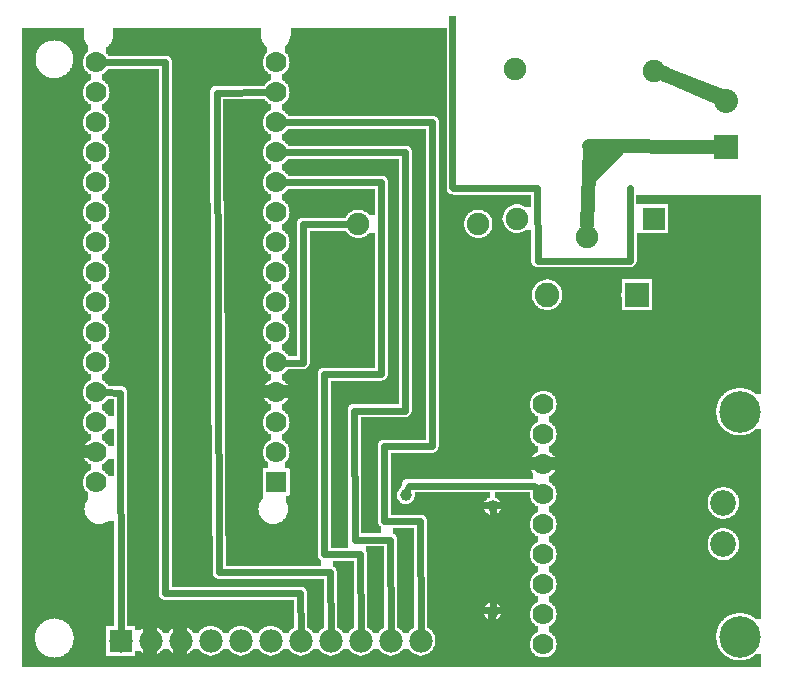
<source format=gbl>
G04 MADE WITH FRITZING*
G04 WWW.FRITZING.ORG*
G04 DOUBLE SIDED*
G04 HOLES PLATED*
G04 CONTOUR ON CENTER OF CONTOUR VECTOR*
%ASAXBY*%
%FSLAX23Y23*%
%MOIN*%
%OFA0B0*%
%SFA1.0B1.0*%
%ADD10C,0.075000*%
%ADD11C,0.082000*%
%ADD12C,0.080000*%
%ADD13C,0.138425*%
%ADD14C,0.086000*%
%ADD15C,0.070000*%
%ADD16C,0.078000*%
%ADD17C,0.039370*%
%ADD18R,0.075000X0.075000*%
%ADD19R,0.082000X0.082000*%
%ADD20R,0.078000X0.078000*%
%ADD21R,0.069972X0.070000*%
%ADD22C,0.024000*%
%ADD23C,0.048000*%
%ADD24R,0.001000X0.001000*%
%LNCOPPER0*%
G90*
G70*
G54D10*
X984Y2093D03*
X599Y2089D03*
X383Y1953D03*
X774Y1854D03*
X2144Y1536D03*
X2144Y2030D03*
X1683Y2035D03*
X1921Y1475D03*
X1688Y1536D03*
G54D11*
X2087Y1282D03*
X1789Y1282D03*
G54D10*
X1560Y1518D03*
X1160Y1518D03*
G54D12*
X2386Y1776D03*
X2386Y1928D03*
G54D13*
X2431Y893D03*
G54D14*
X2376Y451D03*
G54D13*
X2431Y143D03*
G54D15*
X1776Y118D03*
X1776Y218D03*
X1776Y318D03*
X1776Y418D03*
X1776Y518D03*
X1776Y618D03*
X1776Y718D03*
X1776Y818D03*
X1776Y918D03*
G54D14*
X2376Y589D03*
G54D16*
X368Y129D03*
X468Y129D03*
X568Y129D03*
X668Y129D03*
X768Y129D03*
X868Y129D03*
X968Y129D03*
X1068Y129D03*
X1168Y129D03*
X1268Y129D03*
X1368Y129D03*
G54D15*
X886Y658D03*
X886Y758D03*
X886Y858D03*
X886Y958D03*
X886Y1058D03*
X886Y1158D03*
X886Y1258D03*
X886Y1358D03*
X886Y1458D03*
X886Y1558D03*
X886Y1658D03*
X886Y1758D03*
X886Y1858D03*
X886Y1958D03*
X886Y2058D03*
X286Y658D03*
X286Y758D03*
X286Y858D03*
X286Y958D03*
X286Y1058D03*
X286Y1158D03*
X286Y1258D03*
X286Y1358D03*
X286Y1458D03*
X286Y1558D03*
X286Y1658D03*
X286Y1758D03*
X286Y1858D03*
X286Y1958D03*
X286Y2058D03*
G54D17*
X1318Y614D03*
X1607Y227D03*
X1607Y578D03*
G54D18*
X2144Y1537D03*
G54D19*
X2088Y1282D03*
G54D20*
X368Y129D03*
G54D21*
X886Y658D03*
G54D22*
X1756Y1638D02*
X1475Y1639D01*
D02*
X1757Y1397D02*
X1756Y1638D01*
D02*
X2066Y1397D02*
X1757Y1397D01*
D02*
X2064Y1639D02*
X2066Y1397D01*
G54D23*
D02*
X2156Y2028D02*
X2183Y2022D01*
D02*
X2344Y1946D02*
X2156Y2028D01*
D02*
X2035Y1778D02*
X1927Y1668D01*
D02*
X1945Y1753D02*
X2035Y1778D01*
D02*
X1931Y1776D02*
X1923Y1514D01*
D02*
X1927Y1668D02*
X1931Y1776D01*
D02*
X2027Y1778D02*
X1945Y1753D01*
D02*
X1927Y1778D02*
X2027Y1778D01*
D02*
X2340Y1776D02*
X1927Y1778D01*
D02*
X2387Y1938D02*
X2156Y2028D01*
D02*
X2181Y2016D02*
X2387Y1938D01*
D02*
X2156Y2028D02*
X2344Y1946D01*
G54D22*
D02*
X1131Y1518D02*
X976Y1518D01*
D02*
X976Y1518D02*
X976Y1057D01*
D02*
X976Y1057D02*
X915Y1057D01*
D02*
X915Y1658D02*
X1236Y1658D01*
D02*
X1236Y1658D02*
X1236Y1018D01*
D02*
X1236Y1018D02*
X1046Y1018D01*
D02*
X1166Y418D02*
X1167Y159D01*
D02*
X1045Y418D02*
X1166Y418D01*
D02*
X1046Y1018D02*
X1045Y418D01*
D02*
X1067Y159D02*
X1065Y358D01*
D02*
X1065Y358D02*
X696Y358D01*
D02*
X696Y358D02*
X687Y1957D01*
D02*
X687Y1957D02*
X857Y1958D01*
D02*
X1147Y467D02*
X1146Y897D01*
D02*
X1266Y467D02*
X1147Y467D01*
D02*
X1267Y159D02*
X1266Y467D01*
D02*
X1146Y897D02*
X1316Y897D01*
D02*
X1316Y897D02*
X1316Y1758D01*
D02*
X1316Y1758D02*
X915Y1758D01*
D02*
X915Y1858D02*
X1406Y1858D01*
D02*
X1406Y1858D02*
X1406Y778D01*
D02*
X1406Y778D02*
X1246Y778D01*
D02*
X1246Y529D02*
X1366Y529D01*
D02*
X1366Y529D02*
X1367Y159D01*
D02*
X1246Y778D02*
X1246Y529D01*
D02*
X516Y288D02*
X516Y2058D01*
D02*
X966Y288D02*
X516Y288D01*
D02*
X967Y159D02*
X966Y288D01*
D02*
X516Y2058D02*
X315Y2058D01*
D02*
X1746Y647D02*
X1754Y639D01*
D02*
X1323Y632D02*
X1327Y647D01*
D02*
X1327Y647D02*
X1746Y647D01*
D02*
X366Y957D02*
X368Y159D01*
D02*
X315Y958D02*
X366Y957D01*
D02*
X1607Y559D02*
X1607Y246D01*
G36*
X40Y2172D02*
X40Y2132D01*
X150Y2132D01*
X150Y2130D01*
X162Y2130D01*
X162Y2128D01*
X168Y2128D01*
X168Y2126D01*
X172Y2126D01*
X172Y2124D01*
X176Y2124D01*
X176Y2122D01*
X180Y2122D01*
X180Y2120D01*
X184Y2120D01*
X184Y2118D01*
X186Y2118D01*
X186Y2116D01*
X188Y2116D01*
X188Y2114D01*
X190Y2114D01*
X190Y2112D01*
X192Y2112D01*
X192Y2110D01*
X194Y2110D01*
X194Y2108D01*
X196Y2108D01*
X196Y2106D01*
X198Y2106D01*
X198Y2102D01*
X200Y2102D01*
X200Y2100D01*
X202Y2100D01*
X202Y2096D01*
X204Y2096D01*
X204Y2090D01*
X206Y2090D01*
X206Y2084D01*
X208Y2084D01*
X208Y2074D01*
X210Y2074D01*
X210Y2062D01*
X208Y2062D01*
X208Y2052D01*
X206Y2052D01*
X206Y2046D01*
X204Y2046D01*
X204Y2040D01*
X202Y2040D01*
X202Y2038D01*
X200Y2038D01*
X200Y2034D01*
X198Y2034D01*
X198Y2030D01*
X196Y2030D01*
X196Y2028D01*
X194Y2028D01*
X194Y2026D01*
X192Y2026D01*
X192Y2024D01*
X190Y2024D01*
X190Y2022D01*
X188Y2022D01*
X188Y2020D01*
X186Y2020D01*
X186Y2018D01*
X184Y2018D01*
X184Y2016D01*
X180Y2016D01*
X180Y2014D01*
X176Y2014D01*
X176Y2012D01*
X172Y2012D01*
X172Y2010D01*
X168Y2010D01*
X168Y2008D01*
X162Y2008D01*
X162Y2006D01*
X148Y2006D01*
X148Y2004D01*
X268Y2004D01*
X268Y2018D01*
X264Y2018D01*
X264Y2020D01*
X260Y2020D01*
X260Y2022D01*
X258Y2022D01*
X258Y2024D01*
X256Y2024D01*
X256Y2026D01*
X254Y2026D01*
X254Y2028D01*
X252Y2028D01*
X252Y2030D01*
X250Y2030D01*
X250Y2032D01*
X248Y2032D01*
X248Y2036D01*
X246Y2036D01*
X246Y2040D01*
X244Y2040D01*
X244Y2046D01*
X242Y2046D01*
X242Y2070D01*
X244Y2070D01*
X244Y2076D01*
X246Y2076D01*
X246Y2080D01*
X248Y2080D01*
X248Y2084D01*
X250Y2084D01*
X250Y2086D01*
X252Y2086D01*
X252Y2088D01*
X254Y2088D01*
X254Y2090D01*
X256Y2090D01*
X256Y2092D01*
X258Y2092D01*
X258Y2094D01*
X260Y2094D01*
X260Y2114D01*
X258Y2114D01*
X258Y2116D01*
X256Y2116D01*
X256Y2118D01*
X254Y2118D01*
X254Y2120D01*
X252Y2120D01*
X252Y2124D01*
X250Y2124D01*
X250Y2128D01*
X248Y2128D01*
X248Y2132D01*
X246Y2132D01*
X246Y2140D01*
X244Y2140D01*
X244Y2172D01*
X40Y2172D01*
G37*
D02*
G36*
X934Y2172D02*
X934Y2144D01*
X932Y2144D01*
X932Y2134D01*
X930Y2134D01*
X930Y2128D01*
X928Y2128D01*
X928Y2126D01*
X926Y2126D01*
X926Y2122D01*
X924Y2122D01*
X924Y2118D01*
X922Y2118D01*
X922Y2116D01*
X920Y2116D01*
X920Y2114D01*
X918Y2114D01*
X918Y2112D01*
X916Y2112D01*
X916Y2090D01*
X918Y2090D01*
X918Y2088D01*
X920Y2088D01*
X920Y2086D01*
X922Y2086D01*
X922Y2084D01*
X924Y2084D01*
X924Y2080D01*
X926Y2080D01*
X926Y2076D01*
X928Y2076D01*
X928Y2070D01*
X930Y2070D01*
X930Y2060D01*
X932Y2060D01*
X932Y2056D01*
X930Y2056D01*
X930Y2046D01*
X928Y2046D01*
X928Y2040D01*
X926Y2040D01*
X926Y2036D01*
X924Y2036D01*
X924Y2032D01*
X922Y2032D01*
X922Y2030D01*
X920Y2030D01*
X920Y2028D01*
X918Y2028D01*
X918Y2026D01*
X916Y2026D01*
X916Y2024D01*
X914Y2024D01*
X914Y2022D01*
X912Y2022D01*
X912Y2020D01*
X908Y2020D01*
X908Y2018D01*
X904Y2018D01*
X904Y1998D01*
X908Y1998D01*
X908Y1996D01*
X912Y1996D01*
X912Y1994D01*
X914Y1994D01*
X914Y1992D01*
X916Y1992D01*
X916Y1990D01*
X918Y1990D01*
X918Y1988D01*
X920Y1988D01*
X920Y1986D01*
X922Y1986D01*
X922Y1984D01*
X924Y1984D01*
X924Y1980D01*
X926Y1980D01*
X926Y1976D01*
X928Y1976D01*
X928Y1970D01*
X930Y1970D01*
X930Y1960D01*
X932Y1960D01*
X932Y1956D01*
X930Y1956D01*
X930Y1946D01*
X928Y1946D01*
X928Y1940D01*
X926Y1940D01*
X926Y1936D01*
X924Y1936D01*
X924Y1932D01*
X922Y1932D01*
X922Y1930D01*
X920Y1930D01*
X920Y1928D01*
X918Y1928D01*
X918Y1926D01*
X916Y1926D01*
X916Y1924D01*
X914Y1924D01*
X914Y1922D01*
X912Y1922D01*
X912Y1920D01*
X908Y1920D01*
X908Y1918D01*
X904Y1918D01*
X904Y1898D01*
X908Y1898D01*
X908Y1896D01*
X912Y1896D01*
X912Y1894D01*
X914Y1894D01*
X914Y1892D01*
X916Y1892D01*
X916Y1890D01*
X918Y1890D01*
X918Y1888D01*
X920Y1888D01*
X920Y1886D01*
X922Y1886D01*
X922Y1884D01*
X924Y1884D01*
X924Y1880D01*
X1412Y1880D01*
X1412Y1878D01*
X1416Y1878D01*
X1416Y1876D01*
X1420Y1876D01*
X1420Y1874D01*
X1422Y1874D01*
X1422Y1872D01*
X1424Y1872D01*
X1424Y1868D01*
X1426Y1868D01*
X1426Y1864D01*
X1428Y1864D01*
X1428Y1584D01*
X1698Y1584D01*
X1698Y1582D01*
X1704Y1582D01*
X1704Y1580D01*
X1710Y1580D01*
X1710Y1578D01*
X1712Y1578D01*
X1712Y1576D01*
X1734Y1576D01*
X1734Y1616D01*
X1474Y1616D01*
X1474Y1618D01*
X1466Y1618D01*
X1466Y1620D01*
X1462Y1620D01*
X1462Y1622D01*
X1460Y1622D01*
X1460Y1624D01*
X1458Y1624D01*
X1458Y1626D01*
X1456Y1626D01*
X1456Y1630D01*
X1454Y1630D01*
X1454Y2172D01*
X934Y2172D01*
G37*
D02*
G36*
X40Y2132D02*
X40Y2004D01*
X144Y2004D01*
X144Y2006D01*
X130Y2006D01*
X130Y2008D01*
X124Y2008D01*
X124Y2010D01*
X120Y2010D01*
X120Y2012D01*
X116Y2012D01*
X116Y2014D01*
X112Y2014D01*
X112Y2016D01*
X110Y2016D01*
X110Y2018D01*
X106Y2018D01*
X106Y2020D01*
X104Y2020D01*
X104Y2022D01*
X102Y2022D01*
X102Y2024D01*
X100Y2024D01*
X100Y2026D01*
X98Y2026D01*
X98Y2028D01*
X96Y2028D01*
X96Y2032D01*
X94Y2032D01*
X94Y2034D01*
X92Y2034D01*
X92Y2038D01*
X90Y2038D01*
X90Y2042D01*
X88Y2042D01*
X88Y2046D01*
X86Y2046D01*
X86Y2054D01*
X84Y2054D01*
X84Y2082D01*
X86Y2082D01*
X86Y2090D01*
X88Y2090D01*
X88Y2094D01*
X90Y2094D01*
X90Y2098D01*
X92Y2098D01*
X92Y2102D01*
X94Y2102D01*
X94Y2104D01*
X96Y2104D01*
X96Y2108D01*
X98Y2108D01*
X98Y2110D01*
X100Y2110D01*
X100Y2112D01*
X102Y2112D01*
X102Y2114D01*
X104Y2114D01*
X104Y2116D01*
X106Y2116D01*
X106Y2118D01*
X110Y2118D01*
X110Y2120D01*
X112Y2120D01*
X112Y2122D01*
X116Y2122D01*
X116Y2124D01*
X120Y2124D01*
X120Y2126D01*
X124Y2126D01*
X124Y2128D01*
X130Y2128D01*
X130Y2130D01*
X144Y2130D01*
X144Y2132D01*
X40Y2132D01*
G37*
D02*
G36*
X40Y2004D02*
X40Y2002D01*
X268Y2002D01*
X268Y2004D01*
X40Y2004D01*
G37*
D02*
G36*
X40Y2004D02*
X40Y2002D01*
X268Y2002D01*
X268Y2004D01*
X40Y2004D01*
G37*
D02*
G36*
X40Y2002D02*
X40Y518D01*
X290Y518D01*
X290Y520D01*
X282Y520D01*
X282Y522D01*
X276Y522D01*
X276Y524D01*
X272Y524D01*
X272Y526D01*
X268Y526D01*
X268Y528D01*
X266Y528D01*
X266Y530D01*
X264Y530D01*
X264Y532D01*
X262Y532D01*
X262Y534D01*
X260Y534D01*
X260Y536D01*
X258Y536D01*
X258Y538D01*
X256Y538D01*
X256Y542D01*
X254Y542D01*
X254Y544D01*
X252Y544D01*
X252Y548D01*
X250Y548D01*
X250Y554D01*
X248Y554D01*
X248Y564D01*
X246Y564D01*
X246Y572D01*
X248Y572D01*
X248Y582D01*
X250Y582D01*
X250Y588D01*
X252Y588D01*
X252Y592D01*
X254Y592D01*
X254Y594D01*
X256Y594D01*
X256Y598D01*
X258Y598D01*
X258Y600D01*
X260Y600D01*
X260Y622D01*
X258Y622D01*
X258Y624D01*
X256Y624D01*
X256Y626D01*
X254Y626D01*
X254Y628D01*
X252Y628D01*
X252Y630D01*
X250Y630D01*
X250Y632D01*
X248Y632D01*
X248Y636D01*
X246Y636D01*
X246Y640D01*
X244Y640D01*
X244Y646D01*
X242Y646D01*
X242Y670D01*
X244Y670D01*
X244Y676D01*
X246Y676D01*
X246Y680D01*
X248Y680D01*
X248Y684D01*
X250Y684D01*
X250Y686D01*
X252Y686D01*
X252Y688D01*
X254Y688D01*
X254Y690D01*
X256Y690D01*
X256Y692D01*
X258Y692D01*
X258Y694D01*
X260Y694D01*
X260Y696D01*
X264Y696D01*
X264Y698D01*
X268Y698D01*
X268Y718D01*
X264Y718D01*
X264Y720D01*
X260Y720D01*
X260Y722D01*
X258Y722D01*
X258Y724D01*
X256Y724D01*
X256Y726D01*
X254Y726D01*
X254Y728D01*
X252Y728D01*
X252Y730D01*
X250Y730D01*
X250Y732D01*
X248Y732D01*
X248Y736D01*
X246Y736D01*
X246Y740D01*
X244Y740D01*
X244Y746D01*
X242Y746D01*
X242Y770D01*
X244Y770D01*
X244Y776D01*
X246Y776D01*
X246Y780D01*
X248Y780D01*
X248Y784D01*
X250Y784D01*
X250Y786D01*
X252Y786D01*
X252Y788D01*
X254Y788D01*
X254Y790D01*
X256Y790D01*
X256Y792D01*
X258Y792D01*
X258Y794D01*
X260Y794D01*
X260Y796D01*
X264Y796D01*
X264Y798D01*
X268Y798D01*
X268Y818D01*
X264Y818D01*
X264Y820D01*
X260Y820D01*
X260Y822D01*
X258Y822D01*
X258Y824D01*
X256Y824D01*
X256Y826D01*
X254Y826D01*
X254Y828D01*
X252Y828D01*
X252Y830D01*
X250Y830D01*
X250Y832D01*
X248Y832D01*
X248Y836D01*
X246Y836D01*
X246Y840D01*
X244Y840D01*
X244Y846D01*
X242Y846D01*
X242Y870D01*
X244Y870D01*
X244Y876D01*
X246Y876D01*
X246Y880D01*
X248Y880D01*
X248Y884D01*
X250Y884D01*
X250Y886D01*
X252Y886D01*
X252Y888D01*
X254Y888D01*
X254Y890D01*
X256Y890D01*
X256Y892D01*
X258Y892D01*
X258Y894D01*
X260Y894D01*
X260Y896D01*
X264Y896D01*
X264Y898D01*
X268Y898D01*
X268Y918D01*
X264Y918D01*
X264Y920D01*
X260Y920D01*
X260Y922D01*
X258Y922D01*
X258Y924D01*
X256Y924D01*
X256Y926D01*
X254Y926D01*
X254Y928D01*
X252Y928D01*
X252Y930D01*
X250Y930D01*
X250Y932D01*
X248Y932D01*
X248Y936D01*
X246Y936D01*
X246Y940D01*
X244Y940D01*
X244Y946D01*
X242Y946D01*
X242Y970D01*
X244Y970D01*
X244Y976D01*
X246Y976D01*
X246Y980D01*
X248Y980D01*
X248Y984D01*
X250Y984D01*
X250Y986D01*
X252Y986D01*
X252Y988D01*
X254Y988D01*
X254Y990D01*
X256Y990D01*
X256Y992D01*
X258Y992D01*
X258Y994D01*
X260Y994D01*
X260Y996D01*
X264Y996D01*
X264Y998D01*
X268Y998D01*
X268Y1018D01*
X264Y1018D01*
X264Y1020D01*
X260Y1020D01*
X260Y1022D01*
X258Y1022D01*
X258Y1024D01*
X256Y1024D01*
X256Y1026D01*
X254Y1026D01*
X254Y1028D01*
X252Y1028D01*
X252Y1030D01*
X250Y1030D01*
X250Y1032D01*
X248Y1032D01*
X248Y1036D01*
X246Y1036D01*
X246Y1040D01*
X244Y1040D01*
X244Y1046D01*
X242Y1046D01*
X242Y1070D01*
X244Y1070D01*
X244Y1076D01*
X246Y1076D01*
X246Y1080D01*
X248Y1080D01*
X248Y1084D01*
X250Y1084D01*
X250Y1086D01*
X252Y1086D01*
X252Y1088D01*
X254Y1088D01*
X254Y1090D01*
X256Y1090D01*
X256Y1092D01*
X258Y1092D01*
X258Y1094D01*
X260Y1094D01*
X260Y1096D01*
X264Y1096D01*
X264Y1098D01*
X268Y1098D01*
X268Y1118D01*
X264Y1118D01*
X264Y1120D01*
X260Y1120D01*
X260Y1122D01*
X258Y1122D01*
X258Y1124D01*
X256Y1124D01*
X256Y1126D01*
X254Y1126D01*
X254Y1128D01*
X252Y1128D01*
X252Y1130D01*
X250Y1130D01*
X250Y1132D01*
X248Y1132D01*
X248Y1136D01*
X246Y1136D01*
X246Y1140D01*
X244Y1140D01*
X244Y1146D01*
X242Y1146D01*
X242Y1170D01*
X244Y1170D01*
X244Y1176D01*
X246Y1176D01*
X246Y1180D01*
X248Y1180D01*
X248Y1184D01*
X250Y1184D01*
X250Y1186D01*
X252Y1186D01*
X252Y1188D01*
X254Y1188D01*
X254Y1190D01*
X256Y1190D01*
X256Y1192D01*
X258Y1192D01*
X258Y1194D01*
X260Y1194D01*
X260Y1196D01*
X264Y1196D01*
X264Y1198D01*
X268Y1198D01*
X268Y1218D01*
X264Y1218D01*
X264Y1220D01*
X260Y1220D01*
X260Y1222D01*
X258Y1222D01*
X258Y1224D01*
X256Y1224D01*
X256Y1226D01*
X254Y1226D01*
X254Y1228D01*
X252Y1228D01*
X252Y1230D01*
X250Y1230D01*
X250Y1232D01*
X248Y1232D01*
X248Y1236D01*
X246Y1236D01*
X246Y1240D01*
X244Y1240D01*
X244Y1246D01*
X242Y1246D01*
X242Y1270D01*
X244Y1270D01*
X244Y1276D01*
X246Y1276D01*
X246Y1280D01*
X248Y1280D01*
X248Y1284D01*
X250Y1284D01*
X250Y1286D01*
X252Y1286D01*
X252Y1288D01*
X254Y1288D01*
X254Y1290D01*
X256Y1290D01*
X256Y1292D01*
X258Y1292D01*
X258Y1294D01*
X260Y1294D01*
X260Y1296D01*
X264Y1296D01*
X264Y1298D01*
X268Y1298D01*
X268Y1318D01*
X264Y1318D01*
X264Y1320D01*
X260Y1320D01*
X260Y1322D01*
X258Y1322D01*
X258Y1324D01*
X256Y1324D01*
X256Y1326D01*
X254Y1326D01*
X254Y1328D01*
X252Y1328D01*
X252Y1330D01*
X250Y1330D01*
X250Y1332D01*
X248Y1332D01*
X248Y1336D01*
X246Y1336D01*
X246Y1340D01*
X244Y1340D01*
X244Y1346D01*
X242Y1346D01*
X242Y1370D01*
X244Y1370D01*
X244Y1376D01*
X246Y1376D01*
X246Y1380D01*
X248Y1380D01*
X248Y1384D01*
X250Y1384D01*
X250Y1386D01*
X252Y1386D01*
X252Y1388D01*
X254Y1388D01*
X254Y1390D01*
X256Y1390D01*
X256Y1392D01*
X258Y1392D01*
X258Y1394D01*
X260Y1394D01*
X260Y1396D01*
X264Y1396D01*
X264Y1398D01*
X268Y1398D01*
X268Y1418D01*
X264Y1418D01*
X264Y1420D01*
X260Y1420D01*
X260Y1422D01*
X258Y1422D01*
X258Y1424D01*
X256Y1424D01*
X256Y1426D01*
X254Y1426D01*
X254Y1428D01*
X252Y1428D01*
X252Y1430D01*
X250Y1430D01*
X250Y1432D01*
X248Y1432D01*
X248Y1436D01*
X246Y1436D01*
X246Y1440D01*
X244Y1440D01*
X244Y1446D01*
X242Y1446D01*
X242Y1470D01*
X244Y1470D01*
X244Y1476D01*
X246Y1476D01*
X246Y1480D01*
X248Y1480D01*
X248Y1484D01*
X250Y1484D01*
X250Y1486D01*
X252Y1486D01*
X252Y1488D01*
X254Y1488D01*
X254Y1490D01*
X256Y1490D01*
X256Y1492D01*
X258Y1492D01*
X258Y1494D01*
X260Y1494D01*
X260Y1496D01*
X264Y1496D01*
X264Y1498D01*
X268Y1498D01*
X268Y1518D01*
X264Y1518D01*
X264Y1520D01*
X260Y1520D01*
X260Y1522D01*
X258Y1522D01*
X258Y1524D01*
X256Y1524D01*
X256Y1526D01*
X254Y1526D01*
X254Y1528D01*
X252Y1528D01*
X252Y1530D01*
X250Y1530D01*
X250Y1532D01*
X248Y1532D01*
X248Y1536D01*
X246Y1536D01*
X246Y1540D01*
X244Y1540D01*
X244Y1546D01*
X242Y1546D01*
X242Y1570D01*
X244Y1570D01*
X244Y1576D01*
X246Y1576D01*
X246Y1580D01*
X248Y1580D01*
X248Y1584D01*
X250Y1584D01*
X250Y1586D01*
X252Y1586D01*
X252Y1588D01*
X254Y1588D01*
X254Y1590D01*
X256Y1590D01*
X256Y1592D01*
X258Y1592D01*
X258Y1594D01*
X260Y1594D01*
X260Y1596D01*
X264Y1596D01*
X264Y1598D01*
X268Y1598D01*
X268Y1618D01*
X264Y1618D01*
X264Y1620D01*
X260Y1620D01*
X260Y1622D01*
X258Y1622D01*
X258Y1624D01*
X256Y1624D01*
X256Y1626D01*
X254Y1626D01*
X254Y1628D01*
X252Y1628D01*
X252Y1630D01*
X250Y1630D01*
X250Y1632D01*
X248Y1632D01*
X248Y1636D01*
X246Y1636D01*
X246Y1640D01*
X244Y1640D01*
X244Y1646D01*
X242Y1646D01*
X242Y1670D01*
X244Y1670D01*
X244Y1676D01*
X246Y1676D01*
X246Y1680D01*
X248Y1680D01*
X248Y1684D01*
X250Y1684D01*
X250Y1686D01*
X252Y1686D01*
X252Y1688D01*
X254Y1688D01*
X254Y1690D01*
X256Y1690D01*
X256Y1692D01*
X258Y1692D01*
X258Y1694D01*
X260Y1694D01*
X260Y1696D01*
X264Y1696D01*
X264Y1698D01*
X268Y1698D01*
X268Y1718D01*
X264Y1718D01*
X264Y1720D01*
X260Y1720D01*
X260Y1722D01*
X258Y1722D01*
X258Y1724D01*
X256Y1724D01*
X256Y1726D01*
X254Y1726D01*
X254Y1728D01*
X252Y1728D01*
X252Y1730D01*
X250Y1730D01*
X250Y1732D01*
X248Y1732D01*
X248Y1736D01*
X246Y1736D01*
X246Y1740D01*
X244Y1740D01*
X244Y1746D01*
X242Y1746D01*
X242Y1770D01*
X244Y1770D01*
X244Y1776D01*
X246Y1776D01*
X246Y1780D01*
X248Y1780D01*
X248Y1784D01*
X250Y1784D01*
X250Y1786D01*
X252Y1786D01*
X252Y1788D01*
X254Y1788D01*
X254Y1790D01*
X256Y1790D01*
X256Y1792D01*
X258Y1792D01*
X258Y1794D01*
X260Y1794D01*
X260Y1796D01*
X264Y1796D01*
X264Y1798D01*
X268Y1798D01*
X268Y1818D01*
X264Y1818D01*
X264Y1820D01*
X260Y1820D01*
X260Y1822D01*
X258Y1822D01*
X258Y1824D01*
X256Y1824D01*
X256Y1826D01*
X254Y1826D01*
X254Y1828D01*
X252Y1828D01*
X252Y1830D01*
X250Y1830D01*
X250Y1832D01*
X248Y1832D01*
X248Y1836D01*
X246Y1836D01*
X246Y1840D01*
X244Y1840D01*
X244Y1846D01*
X242Y1846D01*
X242Y1870D01*
X244Y1870D01*
X244Y1876D01*
X246Y1876D01*
X246Y1880D01*
X248Y1880D01*
X248Y1884D01*
X250Y1884D01*
X250Y1886D01*
X252Y1886D01*
X252Y1888D01*
X254Y1888D01*
X254Y1890D01*
X256Y1890D01*
X256Y1892D01*
X258Y1892D01*
X258Y1894D01*
X260Y1894D01*
X260Y1896D01*
X264Y1896D01*
X264Y1898D01*
X268Y1898D01*
X268Y1918D01*
X264Y1918D01*
X264Y1920D01*
X260Y1920D01*
X260Y1922D01*
X258Y1922D01*
X258Y1924D01*
X256Y1924D01*
X256Y1926D01*
X254Y1926D01*
X254Y1928D01*
X252Y1928D01*
X252Y1930D01*
X250Y1930D01*
X250Y1932D01*
X248Y1932D01*
X248Y1936D01*
X246Y1936D01*
X246Y1940D01*
X244Y1940D01*
X244Y1946D01*
X242Y1946D01*
X242Y1970D01*
X244Y1970D01*
X244Y1976D01*
X246Y1976D01*
X246Y1980D01*
X248Y1980D01*
X248Y1984D01*
X250Y1984D01*
X250Y1986D01*
X252Y1986D01*
X252Y1988D01*
X254Y1988D01*
X254Y1990D01*
X256Y1990D01*
X256Y1992D01*
X258Y1992D01*
X258Y1994D01*
X260Y1994D01*
X260Y1996D01*
X264Y1996D01*
X264Y1998D01*
X268Y1998D01*
X268Y2002D01*
X40Y2002D01*
G37*
D02*
G36*
X2086Y1616D02*
X2086Y1584D01*
X2192Y1584D01*
X2192Y1490D01*
X2088Y1490D01*
X2088Y1392D01*
X2086Y1392D01*
X2086Y1386D01*
X2084Y1386D01*
X2084Y1384D01*
X2082Y1384D01*
X2082Y1382D01*
X2080Y1382D01*
X2080Y1380D01*
X2078Y1380D01*
X2078Y1378D01*
X2074Y1378D01*
X2074Y1376D01*
X2502Y1376D01*
X2502Y1616D01*
X2086Y1616D01*
G37*
D02*
G36*
X1428Y1584D02*
X1428Y1566D01*
X1570Y1566D01*
X1570Y1564D01*
X1576Y1564D01*
X1576Y1562D01*
X1580Y1562D01*
X1580Y1560D01*
X1584Y1560D01*
X1584Y1558D01*
X1588Y1558D01*
X1588Y1556D01*
X1590Y1556D01*
X1590Y1554D01*
X1592Y1554D01*
X1592Y1552D01*
X1594Y1552D01*
X1594Y1550D01*
X1596Y1550D01*
X1596Y1548D01*
X1598Y1548D01*
X1598Y1544D01*
X1600Y1544D01*
X1600Y1542D01*
X1602Y1542D01*
X1602Y1538D01*
X1604Y1538D01*
X1604Y1532D01*
X1606Y1532D01*
X1606Y1520D01*
X1608Y1520D01*
X1608Y1518D01*
X1606Y1518D01*
X1606Y1506D01*
X1604Y1506D01*
X1604Y1500D01*
X1602Y1500D01*
X1602Y1496D01*
X1600Y1496D01*
X1600Y1492D01*
X1598Y1492D01*
X1598Y1490D01*
X1676Y1490D01*
X1676Y1492D01*
X1670Y1492D01*
X1670Y1494D01*
X1666Y1494D01*
X1666Y1496D01*
X1662Y1496D01*
X1662Y1498D01*
X1660Y1498D01*
X1660Y1500D01*
X1658Y1500D01*
X1658Y1502D01*
X1654Y1502D01*
X1654Y1506D01*
X1652Y1506D01*
X1652Y1508D01*
X1650Y1508D01*
X1650Y1510D01*
X1648Y1510D01*
X1648Y1514D01*
X1646Y1514D01*
X1646Y1518D01*
X1644Y1518D01*
X1644Y1524D01*
X1642Y1524D01*
X1642Y1532D01*
X1640Y1532D01*
X1640Y1540D01*
X1642Y1540D01*
X1642Y1550D01*
X1644Y1550D01*
X1644Y1556D01*
X1646Y1556D01*
X1646Y1560D01*
X1648Y1560D01*
X1648Y1562D01*
X1650Y1562D01*
X1650Y1566D01*
X1652Y1566D01*
X1652Y1568D01*
X1654Y1568D01*
X1654Y1570D01*
X1656Y1570D01*
X1656Y1572D01*
X1658Y1572D01*
X1658Y1574D01*
X1660Y1574D01*
X1660Y1576D01*
X1664Y1576D01*
X1664Y1578D01*
X1668Y1578D01*
X1668Y1580D01*
X1672Y1580D01*
X1672Y1582D01*
X1680Y1582D01*
X1680Y1584D01*
X1428Y1584D01*
G37*
D02*
G36*
X1428Y1566D02*
X1428Y1472D01*
X1548Y1472D01*
X1548Y1474D01*
X1542Y1474D01*
X1542Y1476D01*
X1538Y1476D01*
X1538Y1478D01*
X1534Y1478D01*
X1534Y1480D01*
X1532Y1480D01*
X1532Y1482D01*
X1528Y1482D01*
X1528Y1484D01*
X1526Y1484D01*
X1526Y1486D01*
X1524Y1486D01*
X1524Y1488D01*
X1522Y1488D01*
X1522Y1492D01*
X1520Y1492D01*
X1520Y1494D01*
X1518Y1494D01*
X1518Y1498D01*
X1516Y1498D01*
X1516Y1502D01*
X1514Y1502D01*
X1514Y1510D01*
X1512Y1510D01*
X1512Y1528D01*
X1514Y1528D01*
X1514Y1534D01*
X1516Y1534D01*
X1516Y1540D01*
X1518Y1540D01*
X1518Y1542D01*
X1520Y1542D01*
X1520Y1546D01*
X1522Y1546D01*
X1522Y1548D01*
X1524Y1548D01*
X1524Y1552D01*
X1526Y1552D01*
X1526Y1554D01*
X1530Y1554D01*
X1530Y1556D01*
X1532Y1556D01*
X1532Y1558D01*
X1534Y1558D01*
X1534Y1560D01*
X1538Y1560D01*
X1538Y1562D01*
X1542Y1562D01*
X1542Y1564D01*
X1550Y1564D01*
X1550Y1566D01*
X1428Y1566D01*
G37*
D02*
G36*
X1714Y1498D02*
X1714Y1496D01*
X1710Y1496D01*
X1710Y1494D01*
X1708Y1494D01*
X1708Y1492D01*
X1700Y1492D01*
X1700Y1490D01*
X1734Y1490D01*
X1734Y1498D01*
X1714Y1498D01*
G37*
D02*
G36*
X1596Y1490D02*
X1596Y1488D01*
X1734Y1488D01*
X1734Y1490D01*
X1596Y1490D01*
G37*
D02*
G36*
X1596Y1490D02*
X1596Y1488D01*
X1734Y1488D01*
X1734Y1490D01*
X1596Y1490D01*
G37*
D02*
G36*
X1594Y1488D02*
X1594Y1486D01*
X1592Y1486D01*
X1592Y1484D01*
X1590Y1484D01*
X1590Y1482D01*
X1588Y1482D01*
X1588Y1480D01*
X1586Y1480D01*
X1586Y1478D01*
X1582Y1478D01*
X1582Y1476D01*
X1578Y1476D01*
X1578Y1474D01*
X1572Y1474D01*
X1572Y1472D01*
X1734Y1472D01*
X1734Y1488D01*
X1594Y1488D01*
G37*
D02*
G36*
X1428Y1472D02*
X1428Y1470D01*
X1734Y1470D01*
X1734Y1472D01*
X1428Y1472D01*
G37*
D02*
G36*
X1428Y1472D02*
X1428Y1470D01*
X1734Y1470D01*
X1734Y1472D01*
X1428Y1472D01*
G37*
D02*
G36*
X1428Y1470D02*
X1428Y1376D01*
X1748Y1376D01*
X1748Y1378D01*
X1744Y1378D01*
X1744Y1380D01*
X1742Y1380D01*
X1742Y1382D01*
X1740Y1382D01*
X1740Y1384D01*
X1738Y1384D01*
X1738Y1388D01*
X1736Y1388D01*
X1736Y1426D01*
X1734Y1426D01*
X1734Y1470D01*
X1428Y1470D01*
G37*
D02*
G36*
X1428Y1376D02*
X1428Y1374D01*
X2502Y1374D01*
X2502Y1376D01*
X1428Y1376D01*
G37*
D02*
G36*
X1428Y1376D02*
X1428Y1374D01*
X2502Y1374D01*
X2502Y1376D01*
X1428Y1376D01*
G37*
D02*
G36*
X1428Y1374D02*
X1428Y1334D01*
X2140Y1334D01*
X2140Y1232D01*
X2502Y1232D01*
X2502Y1374D01*
X1428Y1374D01*
G37*
D02*
G36*
X1428Y1334D02*
X1428Y1232D01*
X1778Y1232D01*
X1778Y1234D01*
X1772Y1234D01*
X1772Y1236D01*
X1766Y1236D01*
X1766Y1238D01*
X1764Y1238D01*
X1764Y1240D01*
X1760Y1240D01*
X1760Y1242D01*
X1758Y1242D01*
X1758Y1244D01*
X1756Y1244D01*
X1756Y1246D01*
X1752Y1246D01*
X1752Y1250D01*
X1750Y1250D01*
X1750Y1252D01*
X1748Y1252D01*
X1748Y1254D01*
X1746Y1254D01*
X1746Y1258D01*
X1744Y1258D01*
X1744Y1262D01*
X1742Y1262D01*
X1742Y1266D01*
X1740Y1266D01*
X1740Y1276D01*
X1738Y1276D01*
X1738Y1288D01*
X1740Y1288D01*
X1740Y1298D01*
X1742Y1298D01*
X1742Y1304D01*
X1744Y1304D01*
X1744Y1306D01*
X1746Y1306D01*
X1746Y1310D01*
X1748Y1310D01*
X1748Y1314D01*
X1750Y1314D01*
X1750Y1316D01*
X1752Y1316D01*
X1752Y1318D01*
X1754Y1318D01*
X1754Y1320D01*
X1756Y1320D01*
X1756Y1322D01*
X1758Y1322D01*
X1758Y1324D01*
X1762Y1324D01*
X1762Y1326D01*
X1766Y1326D01*
X1766Y1328D01*
X1768Y1328D01*
X1768Y1330D01*
X1774Y1330D01*
X1774Y1332D01*
X1784Y1332D01*
X1784Y1334D01*
X1428Y1334D01*
G37*
D02*
G36*
X1796Y1334D02*
X1796Y1332D01*
X1806Y1332D01*
X1806Y1330D01*
X1810Y1330D01*
X1810Y1328D01*
X1814Y1328D01*
X1814Y1326D01*
X1818Y1326D01*
X1818Y1324D01*
X1820Y1324D01*
X1820Y1322D01*
X1822Y1322D01*
X1822Y1320D01*
X1826Y1320D01*
X1826Y1316D01*
X1828Y1316D01*
X1828Y1314D01*
X1830Y1314D01*
X1830Y1312D01*
X1832Y1312D01*
X1832Y1308D01*
X1834Y1308D01*
X1834Y1306D01*
X1836Y1306D01*
X1836Y1300D01*
X1838Y1300D01*
X1838Y1294D01*
X1840Y1294D01*
X1840Y1270D01*
X1838Y1270D01*
X1838Y1264D01*
X1836Y1264D01*
X1836Y1260D01*
X1834Y1260D01*
X1834Y1256D01*
X1832Y1256D01*
X1832Y1254D01*
X1830Y1254D01*
X1830Y1250D01*
X1828Y1250D01*
X1828Y1248D01*
X1826Y1248D01*
X1826Y1246D01*
X1824Y1246D01*
X1824Y1244D01*
X1822Y1244D01*
X1822Y1242D01*
X1818Y1242D01*
X1818Y1240D01*
X1816Y1240D01*
X1816Y1238D01*
X1812Y1238D01*
X1812Y1236D01*
X1808Y1236D01*
X1808Y1234D01*
X1802Y1234D01*
X1802Y1232D01*
X2038Y1232D01*
X2038Y1276D01*
X2036Y1276D01*
X2036Y1288D01*
X2038Y1288D01*
X2038Y1334D01*
X1796Y1334D01*
G37*
D02*
G36*
X1428Y1232D02*
X1428Y1230D01*
X2502Y1230D01*
X2502Y1232D01*
X1428Y1232D01*
G37*
D02*
G36*
X1428Y1232D02*
X1428Y1230D01*
X2502Y1230D01*
X2502Y1232D01*
X1428Y1232D01*
G37*
D02*
G36*
X1428Y1232D02*
X1428Y1230D01*
X2502Y1230D01*
X2502Y1232D01*
X1428Y1232D01*
G37*
D02*
G36*
X1428Y1230D02*
X1428Y972D01*
X2444Y972D01*
X2444Y970D01*
X2454Y970D01*
X2454Y968D01*
X2460Y968D01*
X2460Y966D01*
X2464Y966D01*
X2464Y964D01*
X2468Y964D01*
X2468Y962D01*
X2472Y962D01*
X2472Y960D01*
X2474Y960D01*
X2474Y958D01*
X2478Y958D01*
X2478Y956D01*
X2480Y956D01*
X2480Y954D01*
X2482Y954D01*
X2482Y952D01*
X2502Y952D01*
X2502Y1230D01*
X1428Y1230D01*
G37*
D02*
G36*
X1428Y972D02*
X1428Y962D01*
X1788Y962D01*
X1788Y960D01*
X1794Y960D01*
X1794Y958D01*
X1798Y958D01*
X1798Y956D01*
X1802Y956D01*
X1802Y954D01*
X1804Y954D01*
X1804Y952D01*
X1806Y952D01*
X1806Y950D01*
X1808Y950D01*
X1808Y948D01*
X1810Y948D01*
X1810Y946D01*
X1812Y946D01*
X1812Y944D01*
X1814Y944D01*
X1814Y940D01*
X1816Y940D01*
X1816Y936D01*
X1818Y936D01*
X1818Y932D01*
X1820Y932D01*
X1820Y922D01*
X1822Y922D01*
X1822Y916D01*
X1820Y916D01*
X1820Y906D01*
X1818Y906D01*
X1818Y900D01*
X1816Y900D01*
X1816Y896D01*
X1814Y896D01*
X1814Y892D01*
X1812Y892D01*
X1812Y890D01*
X1810Y890D01*
X1810Y888D01*
X1808Y888D01*
X1808Y886D01*
X1806Y886D01*
X1806Y884D01*
X1804Y884D01*
X1804Y882D01*
X1802Y882D01*
X1802Y880D01*
X1798Y880D01*
X1798Y878D01*
X1794Y878D01*
X1794Y858D01*
X1798Y858D01*
X1798Y856D01*
X1802Y856D01*
X1802Y854D01*
X1804Y854D01*
X1804Y852D01*
X1806Y852D01*
X1806Y850D01*
X1808Y850D01*
X1808Y848D01*
X1810Y848D01*
X1810Y846D01*
X1812Y846D01*
X1812Y844D01*
X1814Y844D01*
X1814Y840D01*
X1816Y840D01*
X1816Y836D01*
X1818Y836D01*
X1818Y832D01*
X1820Y832D01*
X1820Y822D01*
X1822Y822D01*
X1822Y816D01*
X1820Y816D01*
X1820Y814D01*
X2418Y814D01*
X2418Y816D01*
X2410Y816D01*
X2410Y818D01*
X2404Y818D01*
X2404Y820D01*
X2398Y820D01*
X2398Y822D01*
X2394Y822D01*
X2394Y824D01*
X2390Y824D01*
X2390Y826D01*
X2388Y826D01*
X2388Y828D01*
X2384Y828D01*
X2384Y830D01*
X2382Y830D01*
X2382Y832D01*
X2380Y832D01*
X2380Y834D01*
X2378Y834D01*
X2378Y836D01*
X2376Y836D01*
X2376Y838D01*
X2374Y838D01*
X2374Y840D01*
X2372Y840D01*
X2372Y842D01*
X2370Y842D01*
X2370Y844D01*
X2368Y844D01*
X2368Y846D01*
X2366Y846D01*
X2366Y850D01*
X2364Y850D01*
X2364Y852D01*
X2362Y852D01*
X2362Y856D01*
X2360Y856D01*
X2360Y860D01*
X2358Y860D01*
X2358Y866D01*
X2356Y866D01*
X2356Y872D01*
X2354Y872D01*
X2354Y882D01*
X2352Y882D01*
X2352Y904D01*
X2354Y904D01*
X2354Y914D01*
X2356Y914D01*
X2356Y920D01*
X2358Y920D01*
X2358Y926D01*
X2360Y926D01*
X2360Y930D01*
X2362Y930D01*
X2362Y934D01*
X2364Y934D01*
X2364Y936D01*
X2366Y936D01*
X2366Y940D01*
X2368Y940D01*
X2368Y942D01*
X2370Y942D01*
X2370Y944D01*
X2372Y944D01*
X2372Y946D01*
X2374Y946D01*
X2374Y948D01*
X2376Y948D01*
X2376Y950D01*
X2378Y950D01*
X2378Y952D01*
X2380Y952D01*
X2380Y954D01*
X2382Y954D01*
X2382Y956D01*
X2384Y956D01*
X2384Y958D01*
X2388Y958D01*
X2388Y960D01*
X2390Y960D01*
X2390Y962D01*
X2394Y962D01*
X2394Y964D01*
X2398Y964D01*
X2398Y966D01*
X2404Y966D01*
X2404Y968D01*
X2410Y968D01*
X2410Y970D01*
X2418Y970D01*
X2418Y972D01*
X1428Y972D01*
G37*
D02*
G36*
X1428Y962D02*
X1428Y774D01*
X1426Y774D01*
X1426Y768D01*
X1424Y768D01*
X1424Y764D01*
X1422Y764D01*
X1422Y762D01*
X1420Y762D01*
X1420Y760D01*
X1416Y760D01*
X1416Y758D01*
X1412Y758D01*
X1412Y756D01*
X1268Y756D01*
X1268Y584D01*
X1314Y584D01*
X1314Y586D01*
X1306Y586D01*
X1306Y588D01*
X1302Y588D01*
X1302Y590D01*
X1300Y590D01*
X1300Y592D01*
X1298Y592D01*
X1298Y594D01*
X1296Y594D01*
X1296Y596D01*
X1294Y596D01*
X1294Y598D01*
X1292Y598D01*
X1292Y602D01*
X1290Y602D01*
X1290Y608D01*
X1288Y608D01*
X1288Y620D01*
X1290Y620D01*
X1290Y626D01*
X1292Y626D01*
X1292Y630D01*
X1294Y630D01*
X1294Y632D01*
X1296Y632D01*
X1296Y636D01*
X1300Y636D01*
X1300Y638D01*
X1302Y638D01*
X1302Y644D01*
X1304Y644D01*
X1304Y652D01*
X1306Y652D01*
X1306Y658D01*
X1308Y658D01*
X1308Y660D01*
X1310Y660D01*
X1310Y664D01*
X1314Y664D01*
X1314Y666D01*
X1316Y666D01*
X1316Y668D01*
X1322Y668D01*
X1322Y670D01*
X1742Y670D01*
X1742Y690D01*
X1740Y690D01*
X1740Y692D01*
X1738Y692D01*
X1738Y696D01*
X1736Y696D01*
X1736Y700D01*
X1734Y700D01*
X1734Y706D01*
X1732Y706D01*
X1732Y730D01*
X1734Y730D01*
X1734Y736D01*
X1736Y736D01*
X1736Y740D01*
X1738Y740D01*
X1738Y744D01*
X1740Y744D01*
X1740Y746D01*
X1742Y746D01*
X1742Y748D01*
X1744Y748D01*
X1744Y750D01*
X1746Y750D01*
X1746Y752D01*
X1748Y752D01*
X1748Y754D01*
X1750Y754D01*
X1750Y756D01*
X1754Y756D01*
X1754Y758D01*
X1758Y758D01*
X1758Y778D01*
X1754Y778D01*
X1754Y780D01*
X1750Y780D01*
X1750Y782D01*
X1748Y782D01*
X1748Y784D01*
X1746Y784D01*
X1746Y786D01*
X1744Y786D01*
X1744Y788D01*
X1742Y788D01*
X1742Y790D01*
X1740Y790D01*
X1740Y792D01*
X1738Y792D01*
X1738Y796D01*
X1736Y796D01*
X1736Y800D01*
X1734Y800D01*
X1734Y806D01*
X1732Y806D01*
X1732Y830D01*
X1734Y830D01*
X1734Y836D01*
X1736Y836D01*
X1736Y840D01*
X1738Y840D01*
X1738Y844D01*
X1740Y844D01*
X1740Y846D01*
X1742Y846D01*
X1742Y848D01*
X1744Y848D01*
X1744Y850D01*
X1746Y850D01*
X1746Y852D01*
X1748Y852D01*
X1748Y854D01*
X1750Y854D01*
X1750Y856D01*
X1754Y856D01*
X1754Y858D01*
X1758Y858D01*
X1758Y878D01*
X1754Y878D01*
X1754Y880D01*
X1750Y880D01*
X1750Y882D01*
X1748Y882D01*
X1748Y884D01*
X1746Y884D01*
X1746Y886D01*
X1744Y886D01*
X1744Y888D01*
X1742Y888D01*
X1742Y890D01*
X1740Y890D01*
X1740Y892D01*
X1738Y892D01*
X1738Y896D01*
X1736Y896D01*
X1736Y900D01*
X1734Y900D01*
X1734Y906D01*
X1732Y906D01*
X1732Y930D01*
X1734Y930D01*
X1734Y936D01*
X1736Y936D01*
X1736Y940D01*
X1738Y940D01*
X1738Y944D01*
X1740Y944D01*
X1740Y946D01*
X1742Y946D01*
X1742Y948D01*
X1744Y948D01*
X1744Y950D01*
X1746Y950D01*
X1746Y952D01*
X1748Y952D01*
X1748Y954D01*
X1750Y954D01*
X1750Y956D01*
X1754Y956D01*
X1754Y958D01*
X1758Y958D01*
X1758Y960D01*
X1764Y960D01*
X1764Y962D01*
X1428Y962D01*
G37*
D02*
G36*
X2482Y834D02*
X2482Y832D01*
X2480Y832D01*
X2480Y830D01*
X2478Y830D01*
X2478Y828D01*
X2474Y828D01*
X2474Y826D01*
X2472Y826D01*
X2472Y824D01*
X2468Y824D01*
X2468Y822D01*
X2464Y822D01*
X2464Y820D01*
X2460Y820D01*
X2460Y818D01*
X2452Y818D01*
X2452Y816D01*
X2444Y816D01*
X2444Y814D01*
X2502Y814D01*
X2502Y834D01*
X2482Y834D01*
G37*
D02*
G36*
X1820Y814D02*
X1820Y812D01*
X2502Y812D01*
X2502Y814D01*
X1820Y814D01*
G37*
D02*
G36*
X1820Y814D02*
X1820Y812D01*
X2502Y812D01*
X2502Y814D01*
X1820Y814D01*
G37*
D02*
G36*
X1820Y812D02*
X1820Y806D01*
X1818Y806D01*
X1818Y800D01*
X1816Y800D01*
X1816Y796D01*
X1814Y796D01*
X1814Y792D01*
X1812Y792D01*
X1812Y790D01*
X1810Y790D01*
X1810Y788D01*
X1808Y788D01*
X1808Y786D01*
X1806Y786D01*
X1806Y784D01*
X1804Y784D01*
X1804Y782D01*
X1802Y782D01*
X1802Y780D01*
X1798Y780D01*
X1798Y778D01*
X1794Y778D01*
X1794Y758D01*
X1798Y758D01*
X1798Y756D01*
X1802Y756D01*
X1802Y754D01*
X1804Y754D01*
X1804Y752D01*
X1806Y752D01*
X1806Y750D01*
X1808Y750D01*
X1808Y748D01*
X1810Y748D01*
X1810Y746D01*
X1812Y746D01*
X1812Y744D01*
X1814Y744D01*
X1814Y740D01*
X1816Y740D01*
X1816Y736D01*
X1818Y736D01*
X1818Y732D01*
X1820Y732D01*
X1820Y722D01*
X1822Y722D01*
X1822Y716D01*
X1820Y716D01*
X1820Y706D01*
X1818Y706D01*
X1818Y700D01*
X1816Y700D01*
X1816Y696D01*
X1814Y696D01*
X1814Y692D01*
X1812Y692D01*
X1812Y690D01*
X1810Y690D01*
X1810Y688D01*
X1808Y688D01*
X1808Y686D01*
X1806Y686D01*
X1806Y684D01*
X1804Y684D01*
X1804Y682D01*
X1802Y682D01*
X1802Y680D01*
X1798Y680D01*
X1798Y678D01*
X1794Y678D01*
X1794Y658D01*
X1798Y658D01*
X1798Y656D01*
X1802Y656D01*
X1802Y654D01*
X1804Y654D01*
X1804Y652D01*
X1806Y652D01*
X1806Y650D01*
X1808Y650D01*
X1808Y648D01*
X1810Y648D01*
X1810Y646D01*
X1812Y646D01*
X1812Y644D01*
X1814Y644D01*
X1814Y642D01*
X2384Y642D01*
X2384Y640D01*
X2394Y640D01*
X2394Y638D01*
X2398Y638D01*
X2398Y636D01*
X2402Y636D01*
X2402Y634D01*
X2406Y634D01*
X2406Y632D01*
X2408Y632D01*
X2408Y630D01*
X2410Y630D01*
X2410Y628D01*
X2412Y628D01*
X2412Y626D01*
X2414Y626D01*
X2414Y624D01*
X2416Y624D01*
X2416Y622D01*
X2418Y622D01*
X2418Y620D01*
X2420Y620D01*
X2420Y616D01*
X2422Y616D01*
X2422Y614D01*
X2424Y614D01*
X2424Y610D01*
X2426Y610D01*
X2426Y604D01*
X2428Y604D01*
X2428Y592D01*
X2430Y592D01*
X2430Y586D01*
X2428Y586D01*
X2428Y574D01*
X2426Y574D01*
X2426Y568D01*
X2424Y568D01*
X2424Y564D01*
X2422Y564D01*
X2422Y562D01*
X2420Y562D01*
X2420Y558D01*
X2418Y558D01*
X2418Y556D01*
X2416Y556D01*
X2416Y554D01*
X2414Y554D01*
X2414Y550D01*
X2410Y550D01*
X2410Y548D01*
X2408Y548D01*
X2408Y546D01*
X2406Y546D01*
X2406Y544D01*
X2402Y544D01*
X2402Y542D01*
X2398Y542D01*
X2398Y540D01*
X2394Y540D01*
X2394Y538D01*
X2386Y538D01*
X2386Y536D01*
X2502Y536D01*
X2502Y812D01*
X1820Y812D01*
G37*
D02*
G36*
X1814Y642D02*
X1814Y640D01*
X1816Y640D01*
X1816Y636D01*
X1818Y636D01*
X1818Y632D01*
X1820Y632D01*
X1820Y622D01*
X1822Y622D01*
X1822Y616D01*
X1820Y616D01*
X1820Y606D01*
X1818Y606D01*
X1818Y600D01*
X1816Y600D01*
X1816Y596D01*
X1814Y596D01*
X1814Y592D01*
X1812Y592D01*
X1812Y590D01*
X1810Y590D01*
X1810Y588D01*
X1808Y588D01*
X1808Y586D01*
X1806Y586D01*
X1806Y584D01*
X1804Y584D01*
X1804Y582D01*
X1802Y582D01*
X1802Y580D01*
X1798Y580D01*
X1798Y578D01*
X1794Y578D01*
X1794Y558D01*
X1798Y558D01*
X1798Y556D01*
X1802Y556D01*
X1802Y554D01*
X1804Y554D01*
X1804Y552D01*
X1806Y552D01*
X1806Y550D01*
X1808Y550D01*
X1808Y548D01*
X1810Y548D01*
X1810Y546D01*
X1812Y546D01*
X1812Y544D01*
X1814Y544D01*
X1814Y540D01*
X1816Y540D01*
X1816Y536D01*
X2366Y536D01*
X2366Y538D01*
X2358Y538D01*
X2358Y540D01*
X2354Y540D01*
X2354Y542D01*
X2350Y542D01*
X2350Y544D01*
X2346Y544D01*
X2346Y546D01*
X2344Y546D01*
X2344Y548D01*
X2342Y548D01*
X2342Y550D01*
X2340Y550D01*
X2340Y552D01*
X2338Y552D01*
X2338Y554D01*
X2336Y554D01*
X2336Y556D01*
X2334Y556D01*
X2334Y558D01*
X2332Y558D01*
X2332Y562D01*
X2330Y562D01*
X2330Y566D01*
X2328Y566D01*
X2328Y570D01*
X2326Y570D01*
X2326Y576D01*
X2324Y576D01*
X2324Y602D01*
X2326Y602D01*
X2326Y608D01*
X2328Y608D01*
X2328Y612D01*
X2330Y612D01*
X2330Y616D01*
X2332Y616D01*
X2332Y620D01*
X2334Y620D01*
X2334Y622D01*
X2336Y622D01*
X2336Y624D01*
X2338Y624D01*
X2338Y626D01*
X2340Y626D01*
X2340Y628D01*
X2342Y628D01*
X2342Y630D01*
X2344Y630D01*
X2344Y632D01*
X2348Y632D01*
X2348Y634D01*
X2350Y634D01*
X2350Y636D01*
X2354Y636D01*
X2354Y638D01*
X2360Y638D01*
X2360Y640D01*
X2368Y640D01*
X2368Y642D01*
X1814Y642D01*
G37*
D02*
G36*
X1348Y626D02*
X1348Y610D01*
X1346Y610D01*
X1346Y602D01*
X1344Y602D01*
X1344Y598D01*
X1342Y598D01*
X1342Y596D01*
X1340Y596D01*
X1340Y594D01*
X1338Y594D01*
X1338Y592D01*
X1336Y592D01*
X1336Y590D01*
X1334Y590D01*
X1334Y588D01*
X1330Y588D01*
X1330Y586D01*
X1322Y586D01*
X1322Y584D01*
X1578Y584D01*
X1578Y590D01*
X1580Y590D01*
X1580Y594D01*
X1582Y594D01*
X1582Y596D01*
X1584Y596D01*
X1584Y598D01*
X1586Y598D01*
X1586Y600D01*
X1588Y600D01*
X1588Y602D01*
X1590Y602D01*
X1590Y604D01*
X1594Y604D01*
X1594Y606D01*
X1600Y606D01*
X1600Y626D01*
X1348Y626D01*
G37*
D02*
G36*
X1614Y626D02*
X1614Y606D01*
X1620Y606D01*
X1620Y604D01*
X1622Y604D01*
X1622Y602D01*
X1626Y602D01*
X1626Y600D01*
X1628Y600D01*
X1628Y598D01*
X1630Y598D01*
X1630Y596D01*
X1632Y596D01*
X1632Y592D01*
X1634Y592D01*
X1634Y586D01*
X1636Y586D01*
X1636Y570D01*
X1634Y570D01*
X1634Y566D01*
X1632Y566D01*
X1632Y562D01*
X1630Y562D01*
X1630Y560D01*
X1628Y560D01*
X1628Y556D01*
X1624Y556D01*
X1624Y554D01*
X1622Y554D01*
X1622Y552D01*
X1618Y552D01*
X1618Y550D01*
X1610Y550D01*
X1610Y548D01*
X1744Y548D01*
X1744Y550D01*
X1746Y550D01*
X1746Y552D01*
X1748Y552D01*
X1748Y554D01*
X1750Y554D01*
X1750Y556D01*
X1754Y556D01*
X1754Y558D01*
X1758Y558D01*
X1758Y578D01*
X1754Y578D01*
X1754Y580D01*
X1750Y580D01*
X1750Y582D01*
X1748Y582D01*
X1748Y584D01*
X1746Y584D01*
X1746Y586D01*
X1744Y586D01*
X1744Y588D01*
X1742Y588D01*
X1742Y590D01*
X1740Y590D01*
X1740Y592D01*
X1738Y592D01*
X1738Y596D01*
X1736Y596D01*
X1736Y600D01*
X1734Y600D01*
X1734Y606D01*
X1732Y606D01*
X1732Y626D01*
X1614Y626D01*
G37*
D02*
G36*
X1268Y584D02*
X1268Y582D01*
X1578Y582D01*
X1578Y584D01*
X1268Y584D01*
G37*
D02*
G36*
X1268Y584D02*
X1268Y582D01*
X1578Y582D01*
X1578Y584D01*
X1268Y584D01*
G37*
D02*
G36*
X1268Y582D02*
X1268Y550D01*
X1374Y550D01*
X1374Y548D01*
X1604Y548D01*
X1604Y550D01*
X1596Y550D01*
X1596Y552D01*
X1592Y552D01*
X1592Y554D01*
X1588Y554D01*
X1588Y556D01*
X1586Y556D01*
X1586Y558D01*
X1584Y558D01*
X1584Y560D01*
X1582Y560D01*
X1582Y564D01*
X1580Y564D01*
X1580Y568D01*
X1578Y568D01*
X1578Y578D01*
X1576Y578D01*
X1576Y580D01*
X1578Y580D01*
X1578Y582D01*
X1268Y582D01*
G37*
D02*
G36*
X1378Y548D02*
X1378Y546D01*
X1742Y546D01*
X1742Y548D01*
X1378Y548D01*
G37*
D02*
G36*
X1378Y548D02*
X1378Y546D01*
X1742Y546D01*
X1742Y548D01*
X1378Y548D01*
G37*
D02*
G36*
X1380Y546D02*
X1380Y544D01*
X1382Y544D01*
X1382Y542D01*
X1384Y542D01*
X1384Y540D01*
X1386Y540D01*
X1386Y536D01*
X1388Y536D01*
X1388Y270D01*
X1390Y270D01*
X1390Y258D01*
X1608Y258D01*
X1608Y256D01*
X1618Y256D01*
X1618Y254D01*
X1622Y254D01*
X1622Y252D01*
X1624Y252D01*
X1624Y250D01*
X1628Y250D01*
X1628Y246D01*
X1630Y246D01*
X1630Y244D01*
X1632Y244D01*
X1632Y242D01*
X1634Y242D01*
X1634Y236D01*
X1636Y236D01*
X1636Y218D01*
X1634Y218D01*
X1634Y214D01*
X1632Y214D01*
X1632Y210D01*
X1630Y210D01*
X1630Y208D01*
X1628Y208D01*
X1628Y206D01*
X1626Y206D01*
X1626Y204D01*
X1624Y204D01*
X1624Y202D01*
X1620Y202D01*
X1620Y200D01*
X1614Y200D01*
X1614Y198D01*
X1736Y198D01*
X1736Y200D01*
X1734Y200D01*
X1734Y206D01*
X1732Y206D01*
X1732Y230D01*
X1734Y230D01*
X1734Y236D01*
X1736Y236D01*
X1736Y240D01*
X1738Y240D01*
X1738Y244D01*
X1740Y244D01*
X1740Y246D01*
X1742Y246D01*
X1742Y248D01*
X1744Y248D01*
X1744Y250D01*
X1746Y250D01*
X1746Y252D01*
X1748Y252D01*
X1748Y254D01*
X1750Y254D01*
X1750Y256D01*
X1754Y256D01*
X1754Y258D01*
X1758Y258D01*
X1758Y278D01*
X1754Y278D01*
X1754Y280D01*
X1750Y280D01*
X1750Y282D01*
X1748Y282D01*
X1748Y284D01*
X1746Y284D01*
X1746Y286D01*
X1744Y286D01*
X1744Y288D01*
X1742Y288D01*
X1742Y290D01*
X1740Y290D01*
X1740Y292D01*
X1738Y292D01*
X1738Y296D01*
X1736Y296D01*
X1736Y300D01*
X1734Y300D01*
X1734Y306D01*
X1732Y306D01*
X1732Y330D01*
X1734Y330D01*
X1734Y336D01*
X1736Y336D01*
X1736Y340D01*
X1738Y340D01*
X1738Y344D01*
X1740Y344D01*
X1740Y346D01*
X1742Y346D01*
X1742Y348D01*
X1744Y348D01*
X1744Y350D01*
X1746Y350D01*
X1746Y352D01*
X1748Y352D01*
X1748Y354D01*
X1750Y354D01*
X1750Y356D01*
X1754Y356D01*
X1754Y358D01*
X1758Y358D01*
X1758Y378D01*
X1754Y378D01*
X1754Y380D01*
X1750Y380D01*
X1750Y382D01*
X1748Y382D01*
X1748Y384D01*
X1746Y384D01*
X1746Y386D01*
X1744Y386D01*
X1744Y388D01*
X1742Y388D01*
X1742Y390D01*
X1740Y390D01*
X1740Y392D01*
X1738Y392D01*
X1738Y396D01*
X1736Y396D01*
X1736Y400D01*
X1734Y400D01*
X1734Y406D01*
X1732Y406D01*
X1732Y430D01*
X1734Y430D01*
X1734Y436D01*
X1736Y436D01*
X1736Y440D01*
X1738Y440D01*
X1738Y444D01*
X1740Y444D01*
X1740Y446D01*
X1742Y446D01*
X1742Y448D01*
X1744Y448D01*
X1744Y450D01*
X1746Y450D01*
X1746Y452D01*
X1748Y452D01*
X1748Y454D01*
X1750Y454D01*
X1750Y456D01*
X1754Y456D01*
X1754Y458D01*
X1758Y458D01*
X1758Y478D01*
X1754Y478D01*
X1754Y480D01*
X1750Y480D01*
X1750Y482D01*
X1748Y482D01*
X1748Y484D01*
X1746Y484D01*
X1746Y486D01*
X1744Y486D01*
X1744Y488D01*
X1742Y488D01*
X1742Y490D01*
X1740Y490D01*
X1740Y492D01*
X1738Y492D01*
X1738Y496D01*
X1736Y496D01*
X1736Y500D01*
X1734Y500D01*
X1734Y506D01*
X1732Y506D01*
X1732Y530D01*
X1734Y530D01*
X1734Y536D01*
X1736Y536D01*
X1736Y540D01*
X1738Y540D01*
X1738Y544D01*
X1740Y544D01*
X1740Y546D01*
X1380Y546D01*
G37*
D02*
G36*
X1818Y536D02*
X1818Y534D01*
X2502Y534D01*
X2502Y536D01*
X1818Y536D01*
G37*
D02*
G36*
X1818Y536D02*
X1818Y534D01*
X2502Y534D01*
X2502Y536D01*
X1818Y536D01*
G37*
D02*
G36*
X1818Y534D02*
X1818Y532D01*
X1820Y532D01*
X1820Y522D01*
X1822Y522D01*
X1822Y516D01*
X1820Y516D01*
X1820Y506D01*
X1818Y506D01*
X1818Y504D01*
X2386Y504D01*
X2386Y502D01*
X2394Y502D01*
X2394Y500D01*
X2398Y500D01*
X2398Y498D01*
X2402Y498D01*
X2402Y496D01*
X2406Y496D01*
X2406Y494D01*
X2408Y494D01*
X2408Y492D01*
X2410Y492D01*
X2410Y490D01*
X2414Y490D01*
X2414Y486D01*
X2416Y486D01*
X2416Y484D01*
X2418Y484D01*
X2418Y482D01*
X2420Y482D01*
X2420Y478D01*
X2422Y478D01*
X2422Y476D01*
X2424Y476D01*
X2424Y472D01*
X2426Y472D01*
X2426Y466D01*
X2428Y466D01*
X2428Y454D01*
X2430Y454D01*
X2430Y448D01*
X2428Y448D01*
X2428Y436D01*
X2426Y436D01*
X2426Y430D01*
X2424Y430D01*
X2424Y426D01*
X2422Y426D01*
X2422Y424D01*
X2420Y424D01*
X2420Y420D01*
X2418Y420D01*
X2418Y418D01*
X2416Y418D01*
X2416Y416D01*
X2414Y416D01*
X2414Y414D01*
X2412Y414D01*
X2412Y412D01*
X2410Y412D01*
X2410Y410D01*
X2408Y410D01*
X2408Y408D01*
X2406Y408D01*
X2406Y406D01*
X2402Y406D01*
X2402Y404D01*
X2398Y404D01*
X2398Y402D01*
X2394Y402D01*
X2394Y400D01*
X2386Y400D01*
X2386Y398D01*
X2502Y398D01*
X2502Y534D01*
X1818Y534D01*
G37*
D02*
G36*
X324Y528D02*
X324Y526D01*
X320Y526D01*
X320Y524D01*
X316Y524D01*
X316Y522D01*
X310Y522D01*
X310Y520D01*
X302Y520D01*
X302Y518D01*
X344Y518D01*
X344Y528D01*
X324Y528D01*
G37*
D02*
G36*
X40Y518D02*
X40Y516D01*
X344Y516D01*
X344Y518D01*
X40Y518D01*
G37*
D02*
G36*
X40Y518D02*
X40Y516D01*
X344Y516D01*
X344Y518D01*
X40Y518D01*
G37*
D02*
G36*
X40Y516D02*
X40Y204D01*
X148Y204D01*
X148Y202D01*
X162Y202D01*
X162Y200D01*
X168Y200D01*
X168Y198D01*
X174Y198D01*
X174Y196D01*
X178Y196D01*
X178Y194D01*
X180Y194D01*
X180Y192D01*
X184Y192D01*
X184Y190D01*
X186Y190D01*
X186Y188D01*
X188Y188D01*
X188Y186D01*
X192Y186D01*
X192Y184D01*
X194Y184D01*
X194Y180D01*
X196Y180D01*
X196Y178D01*
X198Y178D01*
X198Y176D01*
X200Y176D01*
X200Y172D01*
X202Y172D01*
X202Y170D01*
X204Y170D01*
X204Y166D01*
X206Y166D01*
X206Y160D01*
X208Y160D01*
X208Y154D01*
X210Y154D01*
X210Y144D01*
X212Y144D01*
X212Y132D01*
X210Y132D01*
X210Y122D01*
X208Y122D01*
X208Y116D01*
X206Y116D01*
X206Y110D01*
X204Y110D01*
X204Y106D01*
X202Y106D01*
X202Y104D01*
X200Y104D01*
X200Y100D01*
X198Y100D01*
X198Y98D01*
X196Y98D01*
X196Y96D01*
X194Y96D01*
X194Y92D01*
X192Y92D01*
X192Y90D01*
X188Y90D01*
X188Y88D01*
X186Y88D01*
X186Y86D01*
X184Y86D01*
X184Y84D01*
X180Y84D01*
X180Y82D01*
X178Y82D01*
X178Y80D01*
X318Y80D01*
X318Y178D01*
X346Y178D01*
X346Y482D01*
X344Y482D01*
X344Y516D01*
X40Y516D01*
G37*
D02*
G36*
X1818Y504D02*
X1818Y500D01*
X1816Y500D01*
X1816Y496D01*
X1814Y496D01*
X1814Y492D01*
X1812Y492D01*
X1812Y490D01*
X1810Y490D01*
X1810Y488D01*
X1808Y488D01*
X1808Y486D01*
X1806Y486D01*
X1806Y484D01*
X1804Y484D01*
X1804Y482D01*
X1802Y482D01*
X1802Y480D01*
X1798Y480D01*
X1798Y478D01*
X1794Y478D01*
X1794Y458D01*
X1798Y458D01*
X1798Y456D01*
X1802Y456D01*
X1802Y454D01*
X1804Y454D01*
X1804Y452D01*
X1806Y452D01*
X1806Y450D01*
X1808Y450D01*
X1808Y448D01*
X1810Y448D01*
X1810Y446D01*
X1812Y446D01*
X1812Y444D01*
X1814Y444D01*
X1814Y440D01*
X1816Y440D01*
X1816Y436D01*
X1818Y436D01*
X1818Y432D01*
X1820Y432D01*
X1820Y422D01*
X1822Y422D01*
X1822Y416D01*
X1820Y416D01*
X1820Y406D01*
X1818Y406D01*
X1818Y400D01*
X1816Y400D01*
X1816Y398D01*
X2368Y398D01*
X2368Y400D01*
X2360Y400D01*
X2360Y402D01*
X2354Y402D01*
X2354Y404D01*
X2350Y404D01*
X2350Y406D01*
X2348Y406D01*
X2348Y408D01*
X2344Y408D01*
X2344Y410D01*
X2342Y410D01*
X2342Y412D01*
X2340Y412D01*
X2340Y414D01*
X2338Y414D01*
X2338Y416D01*
X2336Y416D01*
X2336Y418D01*
X2334Y418D01*
X2334Y420D01*
X2332Y420D01*
X2332Y424D01*
X2330Y424D01*
X2330Y428D01*
X2328Y428D01*
X2328Y432D01*
X2326Y432D01*
X2326Y438D01*
X2324Y438D01*
X2324Y464D01*
X2326Y464D01*
X2326Y470D01*
X2328Y470D01*
X2328Y474D01*
X2330Y474D01*
X2330Y478D01*
X2332Y478D01*
X2332Y482D01*
X2334Y482D01*
X2334Y484D01*
X2336Y484D01*
X2336Y486D01*
X2338Y486D01*
X2338Y488D01*
X2340Y488D01*
X2340Y490D01*
X2342Y490D01*
X2342Y492D01*
X2344Y492D01*
X2344Y494D01*
X2346Y494D01*
X2346Y496D01*
X2350Y496D01*
X2350Y498D01*
X2354Y498D01*
X2354Y500D01*
X2358Y500D01*
X2358Y502D01*
X2366Y502D01*
X2366Y504D01*
X1818Y504D01*
G37*
D02*
G36*
X1816Y398D02*
X1816Y396D01*
X2502Y396D01*
X2502Y398D01*
X1816Y398D01*
G37*
D02*
G36*
X1816Y398D02*
X1816Y396D01*
X2502Y396D01*
X2502Y398D01*
X1816Y398D01*
G37*
D02*
G36*
X1814Y396D02*
X1814Y392D01*
X1812Y392D01*
X1812Y390D01*
X1810Y390D01*
X1810Y388D01*
X1808Y388D01*
X1808Y386D01*
X1806Y386D01*
X1806Y384D01*
X1804Y384D01*
X1804Y382D01*
X1802Y382D01*
X1802Y380D01*
X1798Y380D01*
X1798Y378D01*
X1794Y378D01*
X1794Y358D01*
X1798Y358D01*
X1798Y356D01*
X1802Y356D01*
X1802Y354D01*
X1804Y354D01*
X1804Y352D01*
X1806Y352D01*
X1806Y350D01*
X1808Y350D01*
X1808Y348D01*
X1810Y348D01*
X1810Y346D01*
X1812Y346D01*
X1812Y344D01*
X1814Y344D01*
X1814Y340D01*
X1816Y340D01*
X1816Y336D01*
X1818Y336D01*
X1818Y332D01*
X1820Y332D01*
X1820Y322D01*
X1822Y322D01*
X1822Y316D01*
X1820Y316D01*
X1820Y306D01*
X1818Y306D01*
X1818Y300D01*
X1816Y300D01*
X1816Y296D01*
X1814Y296D01*
X1814Y292D01*
X1812Y292D01*
X1812Y290D01*
X1810Y290D01*
X1810Y288D01*
X1808Y288D01*
X1808Y286D01*
X1806Y286D01*
X1806Y284D01*
X1804Y284D01*
X1804Y282D01*
X1802Y282D01*
X1802Y280D01*
X1798Y280D01*
X1798Y278D01*
X1794Y278D01*
X1794Y258D01*
X1798Y258D01*
X1798Y256D01*
X1802Y256D01*
X1802Y254D01*
X1804Y254D01*
X1804Y252D01*
X1806Y252D01*
X1806Y250D01*
X1808Y250D01*
X1808Y248D01*
X1810Y248D01*
X1810Y246D01*
X1812Y246D01*
X1812Y244D01*
X1814Y244D01*
X1814Y240D01*
X1816Y240D01*
X1816Y236D01*
X1818Y236D01*
X1818Y232D01*
X1820Y232D01*
X1820Y222D01*
X2444Y222D01*
X2444Y220D01*
X2454Y220D01*
X2454Y218D01*
X2460Y218D01*
X2460Y216D01*
X2464Y216D01*
X2464Y214D01*
X2468Y214D01*
X2468Y212D01*
X2472Y212D01*
X2472Y210D01*
X2474Y210D01*
X2474Y208D01*
X2478Y208D01*
X2478Y206D01*
X2480Y206D01*
X2480Y204D01*
X2482Y204D01*
X2482Y202D01*
X2502Y202D01*
X2502Y396D01*
X1814Y396D01*
G37*
D02*
G36*
X1390Y258D02*
X1390Y198D01*
X1600Y198D01*
X1600Y200D01*
X1594Y200D01*
X1594Y202D01*
X1590Y202D01*
X1590Y204D01*
X1588Y204D01*
X1588Y206D01*
X1586Y206D01*
X1586Y208D01*
X1584Y208D01*
X1584Y210D01*
X1582Y210D01*
X1582Y214D01*
X1580Y214D01*
X1580Y218D01*
X1578Y218D01*
X1578Y238D01*
X1580Y238D01*
X1580Y242D01*
X1582Y242D01*
X1582Y246D01*
X1584Y246D01*
X1584Y248D01*
X1586Y248D01*
X1586Y250D01*
X1588Y250D01*
X1588Y252D01*
X1592Y252D01*
X1592Y254D01*
X1596Y254D01*
X1596Y256D01*
X1606Y256D01*
X1606Y258D01*
X1390Y258D01*
G37*
D02*
G36*
X1822Y222D02*
X1822Y216D01*
X1820Y216D01*
X1820Y206D01*
X1818Y206D01*
X1818Y200D01*
X1816Y200D01*
X1816Y196D01*
X1814Y196D01*
X1814Y192D01*
X1812Y192D01*
X1812Y190D01*
X1810Y190D01*
X1810Y188D01*
X1808Y188D01*
X1808Y186D01*
X1806Y186D01*
X1806Y184D01*
X1804Y184D01*
X1804Y182D01*
X1802Y182D01*
X1802Y180D01*
X1798Y180D01*
X1798Y178D01*
X1794Y178D01*
X1794Y158D01*
X1798Y158D01*
X1798Y156D01*
X1802Y156D01*
X1802Y154D01*
X1804Y154D01*
X1804Y152D01*
X1806Y152D01*
X1806Y150D01*
X1808Y150D01*
X1808Y148D01*
X1810Y148D01*
X1810Y146D01*
X1812Y146D01*
X1812Y144D01*
X1814Y144D01*
X1814Y140D01*
X1816Y140D01*
X1816Y136D01*
X1818Y136D01*
X1818Y132D01*
X1820Y132D01*
X1820Y122D01*
X1822Y122D01*
X1822Y116D01*
X1820Y116D01*
X1820Y106D01*
X1818Y106D01*
X1818Y100D01*
X1816Y100D01*
X1816Y96D01*
X1814Y96D01*
X1814Y92D01*
X1812Y92D01*
X1812Y90D01*
X1810Y90D01*
X1810Y88D01*
X1808Y88D01*
X1808Y86D01*
X1806Y86D01*
X1806Y84D01*
X1804Y84D01*
X1804Y82D01*
X1802Y82D01*
X1802Y80D01*
X1798Y80D01*
X1798Y78D01*
X1794Y78D01*
X1794Y76D01*
X1788Y76D01*
X1788Y74D01*
X2390Y74D01*
X2390Y76D01*
X2388Y76D01*
X2388Y78D01*
X2384Y78D01*
X2384Y80D01*
X2382Y80D01*
X2382Y82D01*
X2380Y82D01*
X2380Y84D01*
X2378Y84D01*
X2378Y86D01*
X2376Y86D01*
X2376Y88D01*
X2374Y88D01*
X2374Y90D01*
X2372Y90D01*
X2372Y92D01*
X2370Y92D01*
X2370Y94D01*
X2368Y94D01*
X2368Y96D01*
X2366Y96D01*
X2366Y100D01*
X2364Y100D01*
X2364Y102D01*
X2362Y102D01*
X2362Y106D01*
X2360Y106D01*
X2360Y110D01*
X2358Y110D01*
X2358Y116D01*
X2356Y116D01*
X2356Y122D01*
X2354Y122D01*
X2354Y132D01*
X2352Y132D01*
X2352Y154D01*
X2354Y154D01*
X2354Y164D01*
X2356Y164D01*
X2356Y170D01*
X2358Y170D01*
X2358Y176D01*
X2360Y176D01*
X2360Y180D01*
X2362Y180D01*
X2362Y184D01*
X2364Y184D01*
X2364Y186D01*
X2366Y186D01*
X2366Y190D01*
X2368Y190D01*
X2368Y192D01*
X2370Y192D01*
X2370Y194D01*
X2372Y194D01*
X2372Y196D01*
X2374Y196D01*
X2374Y198D01*
X2376Y198D01*
X2376Y200D01*
X2378Y200D01*
X2378Y202D01*
X2380Y202D01*
X2380Y204D01*
X2382Y204D01*
X2382Y206D01*
X2384Y206D01*
X2384Y208D01*
X2388Y208D01*
X2388Y210D01*
X2390Y210D01*
X2390Y212D01*
X2394Y212D01*
X2394Y214D01*
X2398Y214D01*
X2398Y216D01*
X2404Y216D01*
X2404Y218D01*
X2410Y218D01*
X2410Y220D01*
X2418Y220D01*
X2418Y222D01*
X1822Y222D01*
G37*
D02*
G36*
X40Y204D02*
X40Y72D01*
X144Y72D01*
X144Y74D01*
X130Y74D01*
X130Y76D01*
X124Y76D01*
X124Y78D01*
X120Y78D01*
X120Y80D01*
X116Y80D01*
X116Y82D01*
X112Y82D01*
X112Y84D01*
X108Y84D01*
X108Y86D01*
X106Y86D01*
X106Y88D01*
X104Y88D01*
X104Y90D01*
X102Y90D01*
X102Y92D01*
X100Y92D01*
X100Y94D01*
X98Y94D01*
X98Y96D01*
X96Y96D01*
X96Y98D01*
X94Y98D01*
X94Y100D01*
X92Y100D01*
X92Y104D01*
X90Y104D01*
X90Y108D01*
X88Y108D01*
X88Y112D01*
X86Y112D01*
X86Y116D01*
X84Y116D01*
X84Y124D01*
X82Y124D01*
X82Y154D01*
X84Y154D01*
X84Y160D01*
X86Y160D01*
X86Y164D01*
X88Y164D01*
X88Y168D01*
X90Y168D01*
X90Y172D01*
X92Y172D01*
X92Y176D01*
X94Y176D01*
X94Y178D01*
X96Y178D01*
X96Y180D01*
X98Y180D01*
X98Y182D01*
X100Y182D01*
X100Y184D01*
X102Y184D01*
X102Y186D01*
X104Y186D01*
X104Y188D01*
X106Y188D01*
X106Y190D01*
X108Y190D01*
X108Y192D01*
X112Y192D01*
X112Y194D01*
X116Y194D01*
X116Y196D01*
X120Y196D01*
X120Y198D01*
X124Y198D01*
X124Y200D01*
X130Y200D01*
X130Y202D01*
X144Y202D01*
X144Y204D01*
X40Y204D01*
G37*
D02*
G36*
X1390Y198D02*
X1390Y196D01*
X1736Y196D01*
X1736Y198D01*
X1390Y198D01*
G37*
D02*
G36*
X1390Y198D02*
X1390Y196D01*
X1736Y196D01*
X1736Y198D01*
X1390Y198D01*
G37*
D02*
G36*
X1390Y196D02*
X1390Y172D01*
X1394Y172D01*
X1394Y170D01*
X1396Y170D01*
X1396Y168D01*
X1398Y168D01*
X1398Y166D01*
X1402Y166D01*
X1402Y164D01*
X1404Y164D01*
X1404Y160D01*
X1406Y160D01*
X1406Y158D01*
X1408Y158D01*
X1408Y156D01*
X1410Y156D01*
X1410Y152D01*
X1412Y152D01*
X1412Y148D01*
X1414Y148D01*
X1414Y140D01*
X1416Y140D01*
X1416Y118D01*
X1414Y118D01*
X1414Y112D01*
X1412Y112D01*
X1412Y108D01*
X1410Y108D01*
X1410Y104D01*
X1408Y104D01*
X1408Y100D01*
X1406Y100D01*
X1406Y98D01*
X1404Y98D01*
X1404Y96D01*
X1402Y96D01*
X1402Y94D01*
X1400Y94D01*
X1400Y92D01*
X1398Y92D01*
X1398Y90D01*
X1394Y90D01*
X1394Y88D01*
X1392Y88D01*
X1392Y86D01*
X1388Y86D01*
X1388Y84D01*
X1382Y84D01*
X1382Y82D01*
X1372Y82D01*
X1372Y80D01*
X1750Y80D01*
X1750Y82D01*
X1748Y82D01*
X1748Y84D01*
X1746Y84D01*
X1746Y86D01*
X1744Y86D01*
X1744Y88D01*
X1742Y88D01*
X1742Y90D01*
X1740Y90D01*
X1740Y92D01*
X1738Y92D01*
X1738Y96D01*
X1736Y96D01*
X1736Y100D01*
X1734Y100D01*
X1734Y106D01*
X1732Y106D01*
X1732Y130D01*
X1734Y130D01*
X1734Y136D01*
X1736Y136D01*
X1736Y140D01*
X1738Y140D01*
X1738Y144D01*
X1740Y144D01*
X1740Y146D01*
X1742Y146D01*
X1742Y148D01*
X1744Y148D01*
X1744Y150D01*
X1746Y150D01*
X1746Y152D01*
X1748Y152D01*
X1748Y154D01*
X1750Y154D01*
X1750Y156D01*
X1754Y156D01*
X1754Y158D01*
X1758Y158D01*
X1758Y178D01*
X1754Y178D01*
X1754Y180D01*
X1750Y180D01*
X1750Y182D01*
X1748Y182D01*
X1748Y184D01*
X1746Y184D01*
X1746Y186D01*
X1744Y186D01*
X1744Y188D01*
X1742Y188D01*
X1742Y190D01*
X1740Y190D01*
X1740Y192D01*
X1738Y192D01*
X1738Y196D01*
X1390Y196D01*
G37*
D02*
G36*
X508Y102D02*
X508Y100D01*
X506Y100D01*
X506Y98D01*
X504Y98D01*
X504Y96D01*
X502Y96D01*
X502Y94D01*
X500Y94D01*
X500Y92D01*
X498Y92D01*
X498Y90D01*
X494Y90D01*
X494Y88D01*
X492Y88D01*
X492Y86D01*
X488Y86D01*
X488Y84D01*
X482Y84D01*
X482Y82D01*
X472Y82D01*
X472Y80D01*
X562Y80D01*
X562Y82D01*
X554Y82D01*
X554Y84D01*
X548Y84D01*
X548Y86D01*
X544Y86D01*
X544Y88D01*
X540Y88D01*
X540Y90D01*
X538Y90D01*
X538Y92D01*
X536Y92D01*
X536Y94D01*
X532Y94D01*
X532Y98D01*
X530Y98D01*
X530Y100D01*
X528Y100D01*
X528Y102D01*
X508Y102D01*
G37*
D02*
G36*
X608Y102D02*
X608Y100D01*
X606Y100D01*
X606Y98D01*
X604Y98D01*
X604Y96D01*
X602Y96D01*
X602Y94D01*
X600Y94D01*
X600Y92D01*
X598Y92D01*
X598Y90D01*
X594Y90D01*
X594Y88D01*
X592Y88D01*
X592Y86D01*
X588Y86D01*
X588Y84D01*
X582Y84D01*
X582Y82D01*
X572Y82D01*
X572Y80D01*
X662Y80D01*
X662Y82D01*
X654Y82D01*
X654Y84D01*
X648Y84D01*
X648Y86D01*
X644Y86D01*
X644Y88D01*
X640Y88D01*
X640Y90D01*
X638Y90D01*
X638Y92D01*
X636Y92D01*
X636Y94D01*
X632Y94D01*
X632Y98D01*
X630Y98D01*
X630Y100D01*
X628Y100D01*
X628Y102D01*
X608Y102D01*
G37*
D02*
G36*
X708Y102D02*
X708Y100D01*
X706Y100D01*
X706Y98D01*
X704Y98D01*
X704Y96D01*
X702Y96D01*
X702Y94D01*
X700Y94D01*
X700Y92D01*
X698Y92D01*
X698Y90D01*
X694Y90D01*
X694Y88D01*
X692Y88D01*
X692Y86D01*
X688Y86D01*
X688Y84D01*
X682Y84D01*
X682Y82D01*
X672Y82D01*
X672Y80D01*
X762Y80D01*
X762Y82D01*
X754Y82D01*
X754Y84D01*
X748Y84D01*
X748Y86D01*
X744Y86D01*
X744Y88D01*
X740Y88D01*
X740Y90D01*
X738Y90D01*
X738Y92D01*
X736Y92D01*
X736Y94D01*
X732Y94D01*
X732Y98D01*
X730Y98D01*
X730Y100D01*
X728Y100D01*
X728Y102D01*
X708Y102D01*
G37*
D02*
G36*
X808Y102D02*
X808Y100D01*
X806Y100D01*
X806Y98D01*
X804Y98D01*
X804Y96D01*
X802Y96D01*
X802Y94D01*
X800Y94D01*
X800Y92D01*
X798Y92D01*
X798Y90D01*
X794Y90D01*
X794Y88D01*
X792Y88D01*
X792Y86D01*
X788Y86D01*
X788Y84D01*
X782Y84D01*
X782Y82D01*
X772Y82D01*
X772Y80D01*
X862Y80D01*
X862Y82D01*
X854Y82D01*
X854Y84D01*
X848Y84D01*
X848Y86D01*
X844Y86D01*
X844Y88D01*
X840Y88D01*
X840Y90D01*
X838Y90D01*
X838Y92D01*
X836Y92D01*
X836Y94D01*
X832Y94D01*
X832Y98D01*
X830Y98D01*
X830Y100D01*
X828Y100D01*
X828Y102D01*
X808Y102D01*
G37*
D02*
G36*
X908Y102D02*
X908Y100D01*
X906Y100D01*
X906Y98D01*
X904Y98D01*
X904Y96D01*
X902Y96D01*
X902Y94D01*
X900Y94D01*
X900Y92D01*
X898Y92D01*
X898Y90D01*
X894Y90D01*
X894Y88D01*
X892Y88D01*
X892Y86D01*
X888Y86D01*
X888Y84D01*
X882Y84D01*
X882Y82D01*
X872Y82D01*
X872Y80D01*
X962Y80D01*
X962Y82D01*
X954Y82D01*
X954Y84D01*
X948Y84D01*
X948Y86D01*
X944Y86D01*
X944Y88D01*
X940Y88D01*
X940Y90D01*
X938Y90D01*
X938Y92D01*
X936Y92D01*
X936Y94D01*
X932Y94D01*
X932Y98D01*
X930Y98D01*
X930Y100D01*
X928Y100D01*
X928Y102D01*
X908Y102D01*
G37*
D02*
G36*
X1008Y102D02*
X1008Y100D01*
X1006Y100D01*
X1006Y98D01*
X1004Y98D01*
X1004Y96D01*
X1002Y96D01*
X1002Y94D01*
X1000Y94D01*
X1000Y92D01*
X998Y92D01*
X998Y90D01*
X994Y90D01*
X994Y88D01*
X992Y88D01*
X992Y86D01*
X988Y86D01*
X988Y84D01*
X982Y84D01*
X982Y82D01*
X972Y82D01*
X972Y80D01*
X1062Y80D01*
X1062Y82D01*
X1054Y82D01*
X1054Y84D01*
X1048Y84D01*
X1048Y86D01*
X1044Y86D01*
X1044Y88D01*
X1040Y88D01*
X1040Y90D01*
X1038Y90D01*
X1038Y92D01*
X1036Y92D01*
X1036Y94D01*
X1032Y94D01*
X1032Y98D01*
X1030Y98D01*
X1030Y100D01*
X1028Y100D01*
X1028Y102D01*
X1008Y102D01*
G37*
D02*
G36*
X1108Y102D02*
X1108Y100D01*
X1106Y100D01*
X1106Y98D01*
X1104Y98D01*
X1104Y96D01*
X1102Y96D01*
X1102Y94D01*
X1100Y94D01*
X1100Y92D01*
X1098Y92D01*
X1098Y90D01*
X1094Y90D01*
X1094Y88D01*
X1092Y88D01*
X1092Y86D01*
X1088Y86D01*
X1088Y84D01*
X1082Y84D01*
X1082Y82D01*
X1072Y82D01*
X1072Y80D01*
X1162Y80D01*
X1162Y82D01*
X1154Y82D01*
X1154Y84D01*
X1148Y84D01*
X1148Y86D01*
X1144Y86D01*
X1144Y88D01*
X1140Y88D01*
X1140Y90D01*
X1138Y90D01*
X1138Y92D01*
X1136Y92D01*
X1136Y94D01*
X1132Y94D01*
X1132Y98D01*
X1130Y98D01*
X1130Y100D01*
X1128Y100D01*
X1128Y102D01*
X1108Y102D01*
G37*
D02*
G36*
X1208Y102D02*
X1208Y100D01*
X1206Y100D01*
X1206Y98D01*
X1204Y98D01*
X1204Y96D01*
X1202Y96D01*
X1202Y94D01*
X1200Y94D01*
X1200Y92D01*
X1198Y92D01*
X1198Y90D01*
X1194Y90D01*
X1194Y88D01*
X1192Y88D01*
X1192Y86D01*
X1188Y86D01*
X1188Y84D01*
X1182Y84D01*
X1182Y82D01*
X1172Y82D01*
X1172Y80D01*
X1262Y80D01*
X1262Y82D01*
X1254Y82D01*
X1254Y84D01*
X1248Y84D01*
X1248Y86D01*
X1244Y86D01*
X1244Y88D01*
X1240Y88D01*
X1240Y90D01*
X1238Y90D01*
X1238Y92D01*
X1236Y92D01*
X1236Y94D01*
X1232Y94D01*
X1232Y98D01*
X1230Y98D01*
X1230Y100D01*
X1228Y100D01*
X1228Y102D01*
X1208Y102D01*
G37*
D02*
G36*
X1308Y102D02*
X1308Y100D01*
X1306Y100D01*
X1306Y98D01*
X1304Y98D01*
X1304Y96D01*
X1302Y96D01*
X1302Y94D01*
X1300Y94D01*
X1300Y92D01*
X1298Y92D01*
X1298Y90D01*
X1294Y90D01*
X1294Y88D01*
X1292Y88D01*
X1292Y86D01*
X1288Y86D01*
X1288Y84D01*
X1282Y84D01*
X1282Y82D01*
X1272Y82D01*
X1272Y80D01*
X1362Y80D01*
X1362Y82D01*
X1354Y82D01*
X1354Y84D01*
X1348Y84D01*
X1348Y86D01*
X1344Y86D01*
X1344Y88D01*
X1340Y88D01*
X1340Y90D01*
X1338Y90D01*
X1338Y92D01*
X1336Y92D01*
X1336Y94D01*
X1332Y94D01*
X1332Y98D01*
X1330Y98D01*
X1330Y100D01*
X1328Y100D01*
X1328Y102D01*
X1308Y102D01*
G37*
D02*
G36*
X416Y94D02*
X416Y80D01*
X462Y80D01*
X462Y82D01*
X454Y82D01*
X454Y84D01*
X448Y84D01*
X448Y86D01*
X444Y86D01*
X444Y88D01*
X440Y88D01*
X440Y90D01*
X438Y90D01*
X438Y92D01*
X436Y92D01*
X436Y94D01*
X416Y94D01*
G37*
D02*
G36*
X2482Y84D02*
X2482Y82D01*
X2480Y82D01*
X2480Y80D01*
X2478Y80D01*
X2478Y78D01*
X2474Y78D01*
X2474Y76D01*
X2472Y76D01*
X2472Y74D01*
X2468Y74D01*
X2468Y72D01*
X2464Y72D01*
X2464Y70D01*
X2460Y70D01*
X2460Y68D01*
X2452Y68D01*
X2452Y66D01*
X2444Y66D01*
X2444Y64D01*
X2502Y64D01*
X2502Y84D01*
X2482Y84D01*
G37*
D02*
G36*
X174Y80D02*
X174Y78D01*
X1754Y78D01*
X1754Y80D01*
X174Y80D01*
G37*
D02*
G36*
X174Y80D02*
X174Y78D01*
X1754Y78D01*
X1754Y80D01*
X174Y80D01*
G37*
D02*
G36*
X174Y80D02*
X174Y78D01*
X1754Y78D01*
X1754Y80D01*
X174Y80D01*
G37*
D02*
G36*
X174Y80D02*
X174Y78D01*
X1754Y78D01*
X1754Y80D01*
X174Y80D01*
G37*
D02*
G36*
X174Y80D02*
X174Y78D01*
X1754Y78D01*
X1754Y80D01*
X174Y80D01*
G37*
D02*
G36*
X174Y80D02*
X174Y78D01*
X1754Y78D01*
X1754Y80D01*
X174Y80D01*
G37*
D02*
G36*
X174Y80D02*
X174Y78D01*
X1754Y78D01*
X1754Y80D01*
X174Y80D01*
G37*
D02*
G36*
X174Y80D02*
X174Y78D01*
X1754Y78D01*
X1754Y80D01*
X174Y80D01*
G37*
D02*
G36*
X174Y80D02*
X174Y78D01*
X1754Y78D01*
X1754Y80D01*
X174Y80D01*
G37*
D02*
G36*
X174Y80D02*
X174Y78D01*
X1754Y78D01*
X1754Y80D01*
X174Y80D01*
G37*
D02*
G36*
X174Y80D02*
X174Y78D01*
X1754Y78D01*
X1754Y80D01*
X174Y80D01*
G37*
D02*
G36*
X174Y80D02*
X174Y78D01*
X1754Y78D01*
X1754Y80D01*
X174Y80D01*
G37*
D02*
G36*
X168Y78D02*
X168Y76D01*
X162Y76D01*
X162Y74D01*
X1764Y74D01*
X1764Y76D01*
X1758Y76D01*
X1758Y78D01*
X168Y78D01*
G37*
D02*
G36*
X148Y74D02*
X148Y72D01*
X2394Y72D01*
X2394Y74D01*
X148Y74D01*
G37*
D02*
G36*
X148Y74D02*
X148Y72D01*
X2394Y72D01*
X2394Y74D01*
X148Y74D01*
G37*
D02*
G36*
X40Y72D02*
X40Y70D01*
X2398Y70D01*
X2398Y72D01*
X40Y72D01*
G37*
D02*
G36*
X40Y72D02*
X40Y70D01*
X2398Y70D01*
X2398Y72D01*
X40Y72D01*
G37*
D02*
G36*
X40Y70D02*
X40Y64D01*
X2418Y64D01*
X2418Y66D01*
X2410Y66D01*
X2410Y68D01*
X2404Y68D01*
X2404Y70D01*
X40Y70D01*
G37*
D02*
G36*
X40Y64D02*
X40Y62D01*
X2502Y62D01*
X2502Y64D01*
X40Y64D01*
G37*
D02*
G36*
X40Y64D02*
X40Y62D01*
X2502Y62D01*
X2502Y64D01*
X40Y64D01*
G37*
D02*
G36*
X40Y62D02*
X40Y42D01*
X2502Y42D01*
X2502Y62D01*
X40Y62D01*
G37*
D02*
G36*
X342Y2172D02*
X342Y2136D01*
X340Y2136D01*
X340Y2130D01*
X338Y2130D01*
X338Y2126D01*
X336Y2126D01*
X336Y2122D01*
X334Y2122D01*
X334Y2120D01*
X332Y2120D01*
X332Y2118D01*
X330Y2118D01*
X330Y2114D01*
X328Y2114D01*
X328Y2112D01*
X324Y2112D01*
X324Y2110D01*
X322Y2110D01*
X322Y2108D01*
X320Y2108D01*
X320Y2086D01*
X322Y2086D01*
X322Y2084D01*
X324Y2084D01*
X324Y2080D01*
X524Y2080D01*
X524Y2078D01*
X528Y2078D01*
X528Y2076D01*
X530Y2076D01*
X530Y2074D01*
X532Y2074D01*
X532Y2072D01*
X534Y2072D01*
X534Y2070D01*
X536Y2070D01*
X536Y2066D01*
X538Y2066D01*
X538Y310D01*
X974Y310D01*
X974Y308D01*
X978Y308D01*
X978Y306D01*
X980Y306D01*
X980Y304D01*
X982Y304D01*
X982Y302D01*
X984Y302D01*
X984Y300D01*
X986Y300D01*
X986Y294D01*
X988Y294D01*
X988Y186D01*
X990Y186D01*
X990Y172D01*
X994Y172D01*
X994Y170D01*
X996Y170D01*
X996Y168D01*
X998Y168D01*
X998Y166D01*
X1002Y166D01*
X1002Y164D01*
X1004Y164D01*
X1004Y160D01*
X1006Y160D01*
X1006Y158D01*
X1008Y158D01*
X1008Y156D01*
X1028Y156D01*
X1028Y160D01*
X1030Y160D01*
X1030Y162D01*
X1032Y162D01*
X1032Y164D01*
X1034Y164D01*
X1034Y166D01*
X1036Y166D01*
X1036Y168D01*
X1038Y168D01*
X1038Y170D01*
X1042Y170D01*
X1042Y172D01*
X1044Y172D01*
X1044Y336D01*
X690Y336D01*
X690Y338D01*
X684Y338D01*
X684Y340D01*
X682Y340D01*
X682Y342D01*
X680Y342D01*
X680Y344D01*
X678Y344D01*
X678Y346D01*
X676Y346D01*
X676Y350D01*
X674Y350D01*
X674Y478D01*
X672Y478D01*
X672Y848D01*
X670Y848D01*
X670Y1220D01*
X668Y1220D01*
X668Y1590D01*
X666Y1590D01*
X666Y1966D01*
X668Y1966D01*
X668Y1970D01*
X670Y1970D01*
X670Y1972D01*
X672Y1972D01*
X672Y1974D01*
X674Y1974D01*
X674Y1976D01*
X676Y1976D01*
X676Y1978D01*
X682Y1978D01*
X682Y1980D01*
X848Y1980D01*
X848Y1984D01*
X850Y1984D01*
X850Y1986D01*
X852Y1986D01*
X852Y1988D01*
X854Y1988D01*
X854Y1990D01*
X856Y1990D01*
X856Y1992D01*
X858Y1992D01*
X858Y1994D01*
X860Y1994D01*
X860Y1996D01*
X864Y1996D01*
X864Y1998D01*
X868Y1998D01*
X868Y2018D01*
X864Y2018D01*
X864Y2020D01*
X860Y2020D01*
X860Y2022D01*
X858Y2022D01*
X858Y2024D01*
X856Y2024D01*
X856Y2026D01*
X854Y2026D01*
X854Y2028D01*
X852Y2028D01*
X852Y2030D01*
X850Y2030D01*
X850Y2032D01*
X848Y2032D01*
X848Y2036D01*
X846Y2036D01*
X846Y2040D01*
X844Y2040D01*
X844Y2046D01*
X842Y2046D01*
X842Y2070D01*
X844Y2070D01*
X844Y2076D01*
X846Y2076D01*
X846Y2080D01*
X848Y2080D01*
X848Y2084D01*
X850Y2084D01*
X850Y2086D01*
X852Y2086D01*
X852Y2088D01*
X854Y2088D01*
X854Y2110D01*
X852Y2110D01*
X852Y2112D01*
X850Y2112D01*
X850Y2114D01*
X848Y2114D01*
X848Y2116D01*
X846Y2116D01*
X846Y2118D01*
X844Y2118D01*
X844Y2122D01*
X842Y2122D01*
X842Y2126D01*
X840Y2126D01*
X840Y2128D01*
X838Y2128D01*
X838Y2134D01*
X836Y2134D01*
X836Y2142D01*
X834Y2142D01*
X834Y2172D01*
X342Y2172D01*
G37*
D02*
G36*
X324Y2036D02*
X324Y2032D01*
X322Y2032D01*
X322Y2030D01*
X320Y2030D01*
X320Y2028D01*
X318Y2028D01*
X318Y2026D01*
X316Y2026D01*
X316Y2024D01*
X314Y2024D01*
X314Y2022D01*
X312Y2022D01*
X312Y2020D01*
X308Y2020D01*
X308Y2018D01*
X304Y2018D01*
X304Y1998D01*
X308Y1998D01*
X308Y1996D01*
X312Y1996D01*
X312Y1994D01*
X314Y1994D01*
X314Y1992D01*
X316Y1992D01*
X316Y1990D01*
X318Y1990D01*
X318Y1988D01*
X320Y1988D01*
X320Y1986D01*
X322Y1986D01*
X322Y1984D01*
X324Y1984D01*
X324Y1980D01*
X326Y1980D01*
X326Y1976D01*
X328Y1976D01*
X328Y1970D01*
X330Y1970D01*
X330Y1960D01*
X332Y1960D01*
X332Y1956D01*
X330Y1956D01*
X330Y1946D01*
X328Y1946D01*
X328Y1940D01*
X326Y1940D01*
X326Y1936D01*
X324Y1936D01*
X324Y1932D01*
X322Y1932D01*
X322Y1930D01*
X320Y1930D01*
X320Y1928D01*
X318Y1928D01*
X318Y1926D01*
X316Y1926D01*
X316Y1924D01*
X314Y1924D01*
X314Y1922D01*
X312Y1922D01*
X312Y1920D01*
X308Y1920D01*
X308Y1918D01*
X304Y1918D01*
X304Y1898D01*
X308Y1898D01*
X308Y1896D01*
X312Y1896D01*
X312Y1894D01*
X314Y1894D01*
X314Y1892D01*
X316Y1892D01*
X316Y1890D01*
X318Y1890D01*
X318Y1888D01*
X320Y1888D01*
X320Y1886D01*
X322Y1886D01*
X322Y1884D01*
X324Y1884D01*
X324Y1880D01*
X326Y1880D01*
X326Y1876D01*
X328Y1876D01*
X328Y1870D01*
X330Y1870D01*
X330Y1860D01*
X332Y1860D01*
X332Y1856D01*
X330Y1856D01*
X330Y1846D01*
X328Y1846D01*
X328Y1840D01*
X326Y1840D01*
X326Y1836D01*
X324Y1836D01*
X324Y1832D01*
X322Y1832D01*
X322Y1830D01*
X320Y1830D01*
X320Y1828D01*
X318Y1828D01*
X318Y1826D01*
X316Y1826D01*
X316Y1824D01*
X314Y1824D01*
X314Y1822D01*
X312Y1822D01*
X312Y1820D01*
X308Y1820D01*
X308Y1818D01*
X304Y1818D01*
X304Y1798D01*
X308Y1798D01*
X308Y1796D01*
X312Y1796D01*
X312Y1794D01*
X314Y1794D01*
X314Y1792D01*
X316Y1792D01*
X316Y1790D01*
X318Y1790D01*
X318Y1788D01*
X320Y1788D01*
X320Y1786D01*
X322Y1786D01*
X322Y1784D01*
X324Y1784D01*
X324Y1780D01*
X326Y1780D01*
X326Y1776D01*
X328Y1776D01*
X328Y1770D01*
X330Y1770D01*
X330Y1760D01*
X332Y1760D01*
X332Y1756D01*
X330Y1756D01*
X330Y1746D01*
X328Y1746D01*
X328Y1740D01*
X326Y1740D01*
X326Y1736D01*
X324Y1736D01*
X324Y1732D01*
X322Y1732D01*
X322Y1730D01*
X320Y1730D01*
X320Y1728D01*
X318Y1728D01*
X318Y1726D01*
X316Y1726D01*
X316Y1724D01*
X314Y1724D01*
X314Y1722D01*
X312Y1722D01*
X312Y1720D01*
X308Y1720D01*
X308Y1718D01*
X304Y1718D01*
X304Y1698D01*
X308Y1698D01*
X308Y1696D01*
X312Y1696D01*
X312Y1694D01*
X314Y1694D01*
X314Y1692D01*
X316Y1692D01*
X316Y1690D01*
X318Y1690D01*
X318Y1688D01*
X320Y1688D01*
X320Y1686D01*
X322Y1686D01*
X322Y1684D01*
X324Y1684D01*
X324Y1680D01*
X326Y1680D01*
X326Y1676D01*
X328Y1676D01*
X328Y1670D01*
X330Y1670D01*
X330Y1660D01*
X332Y1660D01*
X332Y1656D01*
X330Y1656D01*
X330Y1646D01*
X328Y1646D01*
X328Y1640D01*
X326Y1640D01*
X326Y1636D01*
X324Y1636D01*
X324Y1632D01*
X322Y1632D01*
X322Y1630D01*
X320Y1630D01*
X320Y1628D01*
X318Y1628D01*
X318Y1626D01*
X316Y1626D01*
X316Y1624D01*
X314Y1624D01*
X314Y1622D01*
X312Y1622D01*
X312Y1620D01*
X308Y1620D01*
X308Y1618D01*
X304Y1618D01*
X304Y1598D01*
X308Y1598D01*
X308Y1596D01*
X312Y1596D01*
X312Y1594D01*
X314Y1594D01*
X314Y1592D01*
X316Y1592D01*
X316Y1590D01*
X318Y1590D01*
X318Y1588D01*
X320Y1588D01*
X320Y1586D01*
X322Y1586D01*
X322Y1584D01*
X324Y1584D01*
X324Y1580D01*
X326Y1580D01*
X326Y1576D01*
X328Y1576D01*
X328Y1570D01*
X330Y1570D01*
X330Y1560D01*
X332Y1560D01*
X332Y1556D01*
X330Y1556D01*
X330Y1546D01*
X328Y1546D01*
X328Y1540D01*
X326Y1540D01*
X326Y1536D01*
X324Y1536D01*
X324Y1532D01*
X322Y1532D01*
X322Y1530D01*
X320Y1530D01*
X320Y1528D01*
X318Y1528D01*
X318Y1526D01*
X316Y1526D01*
X316Y1524D01*
X314Y1524D01*
X314Y1522D01*
X312Y1522D01*
X312Y1520D01*
X308Y1520D01*
X308Y1518D01*
X304Y1518D01*
X304Y1498D01*
X308Y1498D01*
X308Y1496D01*
X312Y1496D01*
X312Y1494D01*
X314Y1494D01*
X314Y1492D01*
X316Y1492D01*
X316Y1490D01*
X318Y1490D01*
X318Y1488D01*
X320Y1488D01*
X320Y1486D01*
X322Y1486D01*
X322Y1484D01*
X324Y1484D01*
X324Y1480D01*
X326Y1480D01*
X326Y1476D01*
X328Y1476D01*
X328Y1470D01*
X330Y1470D01*
X330Y1460D01*
X332Y1460D01*
X332Y1456D01*
X330Y1456D01*
X330Y1446D01*
X328Y1446D01*
X328Y1440D01*
X326Y1440D01*
X326Y1436D01*
X324Y1436D01*
X324Y1432D01*
X322Y1432D01*
X322Y1430D01*
X320Y1430D01*
X320Y1428D01*
X318Y1428D01*
X318Y1426D01*
X316Y1426D01*
X316Y1424D01*
X314Y1424D01*
X314Y1422D01*
X312Y1422D01*
X312Y1420D01*
X308Y1420D01*
X308Y1418D01*
X304Y1418D01*
X304Y1398D01*
X308Y1398D01*
X308Y1396D01*
X312Y1396D01*
X312Y1394D01*
X314Y1394D01*
X314Y1392D01*
X316Y1392D01*
X316Y1390D01*
X318Y1390D01*
X318Y1388D01*
X320Y1388D01*
X320Y1386D01*
X322Y1386D01*
X322Y1384D01*
X324Y1384D01*
X324Y1380D01*
X326Y1380D01*
X326Y1376D01*
X328Y1376D01*
X328Y1370D01*
X330Y1370D01*
X330Y1360D01*
X332Y1360D01*
X332Y1356D01*
X330Y1356D01*
X330Y1346D01*
X328Y1346D01*
X328Y1340D01*
X326Y1340D01*
X326Y1336D01*
X324Y1336D01*
X324Y1332D01*
X322Y1332D01*
X322Y1330D01*
X320Y1330D01*
X320Y1328D01*
X318Y1328D01*
X318Y1326D01*
X316Y1326D01*
X316Y1324D01*
X314Y1324D01*
X314Y1322D01*
X312Y1322D01*
X312Y1320D01*
X308Y1320D01*
X308Y1318D01*
X304Y1318D01*
X304Y1298D01*
X308Y1298D01*
X308Y1296D01*
X312Y1296D01*
X312Y1294D01*
X314Y1294D01*
X314Y1292D01*
X316Y1292D01*
X316Y1290D01*
X318Y1290D01*
X318Y1288D01*
X320Y1288D01*
X320Y1286D01*
X322Y1286D01*
X322Y1284D01*
X324Y1284D01*
X324Y1280D01*
X326Y1280D01*
X326Y1276D01*
X328Y1276D01*
X328Y1270D01*
X330Y1270D01*
X330Y1260D01*
X332Y1260D01*
X332Y1256D01*
X330Y1256D01*
X330Y1246D01*
X328Y1246D01*
X328Y1240D01*
X326Y1240D01*
X326Y1236D01*
X324Y1236D01*
X324Y1232D01*
X322Y1232D01*
X322Y1230D01*
X320Y1230D01*
X320Y1228D01*
X318Y1228D01*
X318Y1226D01*
X316Y1226D01*
X316Y1224D01*
X314Y1224D01*
X314Y1222D01*
X312Y1222D01*
X312Y1220D01*
X308Y1220D01*
X308Y1218D01*
X304Y1218D01*
X304Y1198D01*
X308Y1198D01*
X308Y1196D01*
X312Y1196D01*
X312Y1194D01*
X314Y1194D01*
X314Y1192D01*
X316Y1192D01*
X316Y1190D01*
X318Y1190D01*
X318Y1188D01*
X320Y1188D01*
X320Y1186D01*
X322Y1186D01*
X322Y1184D01*
X324Y1184D01*
X324Y1180D01*
X326Y1180D01*
X326Y1176D01*
X328Y1176D01*
X328Y1170D01*
X330Y1170D01*
X330Y1160D01*
X332Y1160D01*
X332Y1156D01*
X330Y1156D01*
X330Y1146D01*
X328Y1146D01*
X328Y1140D01*
X326Y1140D01*
X326Y1136D01*
X324Y1136D01*
X324Y1132D01*
X322Y1132D01*
X322Y1130D01*
X320Y1130D01*
X320Y1128D01*
X318Y1128D01*
X318Y1126D01*
X316Y1126D01*
X316Y1124D01*
X314Y1124D01*
X314Y1122D01*
X312Y1122D01*
X312Y1120D01*
X308Y1120D01*
X308Y1118D01*
X304Y1118D01*
X304Y1098D01*
X308Y1098D01*
X308Y1096D01*
X312Y1096D01*
X312Y1094D01*
X314Y1094D01*
X314Y1092D01*
X316Y1092D01*
X316Y1090D01*
X318Y1090D01*
X318Y1088D01*
X320Y1088D01*
X320Y1086D01*
X322Y1086D01*
X322Y1084D01*
X324Y1084D01*
X324Y1080D01*
X326Y1080D01*
X326Y1076D01*
X328Y1076D01*
X328Y1070D01*
X330Y1070D01*
X330Y1060D01*
X332Y1060D01*
X332Y1056D01*
X330Y1056D01*
X330Y1046D01*
X328Y1046D01*
X328Y1040D01*
X326Y1040D01*
X326Y1036D01*
X324Y1036D01*
X324Y1032D01*
X322Y1032D01*
X322Y1030D01*
X320Y1030D01*
X320Y1028D01*
X318Y1028D01*
X318Y1026D01*
X316Y1026D01*
X316Y1024D01*
X314Y1024D01*
X314Y1022D01*
X312Y1022D01*
X312Y1020D01*
X308Y1020D01*
X308Y1018D01*
X304Y1018D01*
X304Y998D01*
X308Y998D01*
X308Y996D01*
X312Y996D01*
X312Y994D01*
X314Y994D01*
X314Y992D01*
X316Y992D01*
X316Y990D01*
X318Y990D01*
X318Y988D01*
X320Y988D01*
X320Y986D01*
X322Y986D01*
X322Y984D01*
X324Y984D01*
X324Y980D01*
X372Y980D01*
X372Y978D01*
X376Y978D01*
X376Y976D01*
X380Y976D01*
X380Y974D01*
X382Y974D01*
X382Y972D01*
X384Y972D01*
X384Y970D01*
X386Y970D01*
X386Y964D01*
X388Y964D01*
X388Y488D01*
X390Y488D01*
X390Y178D01*
X880Y178D01*
X880Y176D01*
X886Y176D01*
X886Y174D01*
X890Y174D01*
X890Y172D01*
X894Y172D01*
X894Y170D01*
X896Y170D01*
X896Y168D01*
X898Y168D01*
X898Y166D01*
X902Y166D01*
X902Y164D01*
X904Y164D01*
X904Y160D01*
X906Y160D01*
X906Y158D01*
X908Y158D01*
X908Y156D01*
X928Y156D01*
X928Y160D01*
X930Y160D01*
X930Y162D01*
X932Y162D01*
X932Y164D01*
X934Y164D01*
X934Y166D01*
X936Y166D01*
X936Y168D01*
X938Y168D01*
X938Y170D01*
X942Y170D01*
X942Y172D01*
X944Y172D01*
X944Y266D01*
X510Y266D01*
X510Y268D01*
X504Y268D01*
X504Y270D01*
X502Y270D01*
X502Y272D01*
X500Y272D01*
X500Y274D01*
X498Y274D01*
X498Y276D01*
X496Y276D01*
X496Y280D01*
X494Y280D01*
X494Y2036D01*
X324Y2036D01*
G37*
D02*
G36*
X416Y178D02*
X416Y166D01*
X436Y166D01*
X436Y168D01*
X438Y168D01*
X438Y170D01*
X442Y170D01*
X442Y172D01*
X446Y172D01*
X446Y174D01*
X450Y174D01*
X450Y176D01*
X456Y176D01*
X456Y178D01*
X416Y178D01*
G37*
D02*
G36*
X480Y178D02*
X480Y176D01*
X486Y176D01*
X486Y174D01*
X490Y174D01*
X490Y172D01*
X494Y172D01*
X494Y170D01*
X496Y170D01*
X496Y168D01*
X498Y168D01*
X498Y166D01*
X502Y166D01*
X502Y164D01*
X504Y164D01*
X504Y160D01*
X506Y160D01*
X506Y158D01*
X508Y158D01*
X508Y156D01*
X528Y156D01*
X528Y160D01*
X530Y160D01*
X530Y162D01*
X532Y162D01*
X532Y164D01*
X534Y164D01*
X534Y166D01*
X536Y166D01*
X536Y168D01*
X538Y168D01*
X538Y170D01*
X542Y170D01*
X542Y172D01*
X546Y172D01*
X546Y174D01*
X550Y174D01*
X550Y176D01*
X556Y176D01*
X556Y178D01*
X480Y178D01*
G37*
D02*
G36*
X580Y178D02*
X580Y176D01*
X586Y176D01*
X586Y174D01*
X590Y174D01*
X590Y172D01*
X594Y172D01*
X594Y170D01*
X596Y170D01*
X596Y168D01*
X598Y168D01*
X598Y166D01*
X602Y166D01*
X602Y164D01*
X604Y164D01*
X604Y160D01*
X606Y160D01*
X606Y158D01*
X608Y158D01*
X608Y156D01*
X628Y156D01*
X628Y160D01*
X630Y160D01*
X630Y162D01*
X632Y162D01*
X632Y164D01*
X634Y164D01*
X634Y166D01*
X636Y166D01*
X636Y168D01*
X638Y168D01*
X638Y170D01*
X642Y170D01*
X642Y172D01*
X646Y172D01*
X646Y174D01*
X650Y174D01*
X650Y176D01*
X656Y176D01*
X656Y178D01*
X580Y178D01*
G37*
D02*
G36*
X680Y178D02*
X680Y176D01*
X686Y176D01*
X686Y174D01*
X690Y174D01*
X690Y172D01*
X694Y172D01*
X694Y170D01*
X696Y170D01*
X696Y168D01*
X698Y168D01*
X698Y166D01*
X702Y166D01*
X702Y164D01*
X704Y164D01*
X704Y160D01*
X706Y160D01*
X706Y158D01*
X708Y158D01*
X708Y156D01*
X728Y156D01*
X728Y160D01*
X730Y160D01*
X730Y162D01*
X732Y162D01*
X732Y164D01*
X734Y164D01*
X734Y166D01*
X736Y166D01*
X736Y168D01*
X738Y168D01*
X738Y170D01*
X742Y170D01*
X742Y172D01*
X746Y172D01*
X746Y174D01*
X750Y174D01*
X750Y176D01*
X756Y176D01*
X756Y178D01*
X680Y178D01*
G37*
D02*
G36*
X780Y178D02*
X780Y176D01*
X786Y176D01*
X786Y174D01*
X790Y174D01*
X790Y172D01*
X794Y172D01*
X794Y170D01*
X796Y170D01*
X796Y168D01*
X798Y168D01*
X798Y166D01*
X802Y166D01*
X802Y164D01*
X804Y164D01*
X804Y160D01*
X806Y160D01*
X806Y158D01*
X808Y158D01*
X808Y156D01*
X828Y156D01*
X828Y160D01*
X830Y160D01*
X830Y162D01*
X832Y162D01*
X832Y164D01*
X834Y164D01*
X834Y166D01*
X836Y166D01*
X836Y168D01*
X838Y168D01*
X838Y170D01*
X842Y170D01*
X842Y172D01*
X846Y172D01*
X846Y174D01*
X850Y174D01*
X850Y176D01*
X856Y176D01*
X856Y178D01*
X780Y178D01*
G37*
D02*
G36*
X710Y1936D02*
X710Y1594D01*
X712Y1594D01*
X712Y1222D01*
X714Y1222D01*
X714Y852D01*
X716Y852D01*
X716Y518D01*
X870Y518D01*
X870Y520D01*
X862Y520D01*
X862Y522D01*
X856Y522D01*
X856Y524D01*
X852Y524D01*
X852Y526D01*
X848Y526D01*
X848Y528D01*
X846Y528D01*
X846Y530D01*
X844Y530D01*
X844Y532D01*
X842Y532D01*
X842Y534D01*
X840Y534D01*
X840Y536D01*
X838Y536D01*
X838Y538D01*
X836Y538D01*
X836Y542D01*
X834Y542D01*
X834Y544D01*
X832Y544D01*
X832Y548D01*
X830Y548D01*
X830Y554D01*
X828Y554D01*
X828Y564D01*
X826Y564D01*
X826Y572D01*
X828Y572D01*
X828Y582D01*
X830Y582D01*
X830Y588D01*
X832Y588D01*
X832Y592D01*
X834Y592D01*
X834Y594D01*
X836Y594D01*
X836Y598D01*
X838Y598D01*
X838Y600D01*
X840Y600D01*
X840Y602D01*
X842Y602D01*
X842Y704D01*
X858Y704D01*
X858Y724D01*
X856Y724D01*
X856Y726D01*
X854Y726D01*
X854Y728D01*
X852Y728D01*
X852Y730D01*
X850Y730D01*
X850Y732D01*
X848Y732D01*
X848Y736D01*
X846Y736D01*
X846Y740D01*
X844Y740D01*
X844Y746D01*
X842Y746D01*
X842Y770D01*
X844Y770D01*
X844Y776D01*
X846Y776D01*
X846Y780D01*
X848Y780D01*
X848Y784D01*
X850Y784D01*
X850Y786D01*
X852Y786D01*
X852Y788D01*
X854Y788D01*
X854Y790D01*
X856Y790D01*
X856Y792D01*
X858Y792D01*
X858Y794D01*
X860Y794D01*
X860Y796D01*
X864Y796D01*
X864Y798D01*
X868Y798D01*
X868Y818D01*
X864Y818D01*
X864Y820D01*
X860Y820D01*
X860Y822D01*
X858Y822D01*
X858Y824D01*
X856Y824D01*
X856Y826D01*
X854Y826D01*
X854Y828D01*
X852Y828D01*
X852Y830D01*
X850Y830D01*
X850Y832D01*
X848Y832D01*
X848Y836D01*
X846Y836D01*
X846Y840D01*
X844Y840D01*
X844Y846D01*
X842Y846D01*
X842Y870D01*
X844Y870D01*
X844Y876D01*
X846Y876D01*
X846Y880D01*
X848Y880D01*
X848Y884D01*
X850Y884D01*
X850Y886D01*
X852Y886D01*
X852Y888D01*
X854Y888D01*
X854Y890D01*
X856Y890D01*
X856Y892D01*
X858Y892D01*
X858Y894D01*
X860Y894D01*
X860Y896D01*
X864Y896D01*
X864Y898D01*
X868Y898D01*
X868Y918D01*
X864Y918D01*
X864Y920D01*
X860Y920D01*
X860Y922D01*
X858Y922D01*
X858Y924D01*
X856Y924D01*
X856Y926D01*
X854Y926D01*
X854Y928D01*
X852Y928D01*
X852Y930D01*
X850Y930D01*
X850Y932D01*
X848Y932D01*
X848Y936D01*
X846Y936D01*
X846Y940D01*
X844Y940D01*
X844Y946D01*
X842Y946D01*
X842Y970D01*
X844Y970D01*
X844Y976D01*
X846Y976D01*
X846Y980D01*
X848Y980D01*
X848Y984D01*
X850Y984D01*
X850Y986D01*
X852Y986D01*
X852Y988D01*
X854Y988D01*
X854Y990D01*
X856Y990D01*
X856Y992D01*
X858Y992D01*
X858Y994D01*
X860Y994D01*
X860Y996D01*
X864Y996D01*
X864Y998D01*
X868Y998D01*
X868Y1018D01*
X864Y1018D01*
X864Y1020D01*
X860Y1020D01*
X860Y1022D01*
X858Y1022D01*
X858Y1024D01*
X856Y1024D01*
X856Y1026D01*
X854Y1026D01*
X854Y1028D01*
X852Y1028D01*
X852Y1030D01*
X850Y1030D01*
X850Y1032D01*
X848Y1032D01*
X848Y1036D01*
X846Y1036D01*
X846Y1040D01*
X844Y1040D01*
X844Y1046D01*
X842Y1046D01*
X842Y1070D01*
X844Y1070D01*
X844Y1076D01*
X846Y1076D01*
X846Y1080D01*
X848Y1080D01*
X848Y1084D01*
X850Y1084D01*
X850Y1086D01*
X852Y1086D01*
X852Y1088D01*
X854Y1088D01*
X854Y1090D01*
X856Y1090D01*
X856Y1092D01*
X858Y1092D01*
X858Y1094D01*
X860Y1094D01*
X860Y1096D01*
X864Y1096D01*
X864Y1098D01*
X868Y1098D01*
X868Y1118D01*
X864Y1118D01*
X864Y1120D01*
X860Y1120D01*
X860Y1122D01*
X858Y1122D01*
X858Y1124D01*
X856Y1124D01*
X856Y1126D01*
X854Y1126D01*
X854Y1128D01*
X852Y1128D01*
X852Y1130D01*
X850Y1130D01*
X850Y1132D01*
X848Y1132D01*
X848Y1136D01*
X846Y1136D01*
X846Y1140D01*
X844Y1140D01*
X844Y1146D01*
X842Y1146D01*
X842Y1170D01*
X844Y1170D01*
X844Y1176D01*
X846Y1176D01*
X846Y1180D01*
X848Y1180D01*
X848Y1184D01*
X850Y1184D01*
X850Y1186D01*
X852Y1186D01*
X852Y1188D01*
X854Y1188D01*
X854Y1190D01*
X856Y1190D01*
X856Y1192D01*
X858Y1192D01*
X858Y1194D01*
X860Y1194D01*
X860Y1196D01*
X864Y1196D01*
X864Y1198D01*
X868Y1198D01*
X868Y1218D01*
X864Y1218D01*
X864Y1220D01*
X860Y1220D01*
X860Y1222D01*
X858Y1222D01*
X858Y1224D01*
X856Y1224D01*
X856Y1226D01*
X854Y1226D01*
X854Y1228D01*
X852Y1228D01*
X852Y1230D01*
X850Y1230D01*
X850Y1232D01*
X848Y1232D01*
X848Y1236D01*
X846Y1236D01*
X846Y1240D01*
X844Y1240D01*
X844Y1246D01*
X842Y1246D01*
X842Y1270D01*
X844Y1270D01*
X844Y1276D01*
X846Y1276D01*
X846Y1280D01*
X848Y1280D01*
X848Y1284D01*
X850Y1284D01*
X850Y1286D01*
X852Y1286D01*
X852Y1288D01*
X854Y1288D01*
X854Y1290D01*
X856Y1290D01*
X856Y1292D01*
X858Y1292D01*
X858Y1294D01*
X860Y1294D01*
X860Y1296D01*
X864Y1296D01*
X864Y1298D01*
X868Y1298D01*
X868Y1318D01*
X864Y1318D01*
X864Y1320D01*
X860Y1320D01*
X860Y1322D01*
X858Y1322D01*
X858Y1324D01*
X856Y1324D01*
X856Y1326D01*
X854Y1326D01*
X854Y1328D01*
X852Y1328D01*
X852Y1330D01*
X850Y1330D01*
X850Y1332D01*
X848Y1332D01*
X848Y1336D01*
X846Y1336D01*
X846Y1340D01*
X844Y1340D01*
X844Y1346D01*
X842Y1346D01*
X842Y1370D01*
X844Y1370D01*
X844Y1376D01*
X846Y1376D01*
X846Y1380D01*
X848Y1380D01*
X848Y1384D01*
X850Y1384D01*
X850Y1386D01*
X852Y1386D01*
X852Y1388D01*
X854Y1388D01*
X854Y1390D01*
X856Y1390D01*
X856Y1392D01*
X858Y1392D01*
X858Y1394D01*
X860Y1394D01*
X860Y1396D01*
X864Y1396D01*
X864Y1398D01*
X868Y1398D01*
X868Y1418D01*
X864Y1418D01*
X864Y1420D01*
X860Y1420D01*
X860Y1422D01*
X858Y1422D01*
X858Y1424D01*
X856Y1424D01*
X856Y1426D01*
X854Y1426D01*
X854Y1428D01*
X852Y1428D01*
X852Y1430D01*
X850Y1430D01*
X850Y1432D01*
X848Y1432D01*
X848Y1436D01*
X846Y1436D01*
X846Y1440D01*
X844Y1440D01*
X844Y1446D01*
X842Y1446D01*
X842Y1470D01*
X844Y1470D01*
X844Y1476D01*
X846Y1476D01*
X846Y1480D01*
X848Y1480D01*
X848Y1484D01*
X850Y1484D01*
X850Y1486D01*
X852Y1486D01*
X852Y1488D01*
X854Y1488D01*
X854Y1490D01*
X856Y1490D01*
X856Y1492D01*
X858Y1492D01*
X858Y1494D01*
X860Y1494D01*
X860Y1496D01*
X864Y1496D01*
X864Y1498D01*
X868Y1498D01*
X868Y1518D01*
X864Y1518D01*
X864Y1520D01*
X860Y1520D01*
X860Y1522D01*
X858Y1522D01*
X858Y1524D01*
X856Y1524D01*
X856Y1526D01*
X854Y1526D01*
X854Y1528D01*
X852Y1528D01*
X852Y1530D01*
X850Y1530D01*
X850Y1532D01*
X848Y1532D01*
X848Y1536D01*
X846Y1536D01*
X846Y1540D01*
X844Y1540D01*
X844Y1546D01*
X842Y1546D01*
X842Y1570D01*
X844Y1570D01*
X844Y1576D01*
X846Y1576D01*
X846Y1580D01*
X848Y1580D01*
X848Y1584D01*
X850Y1584D01*
X850Y1586D01*
X852Y1586D01*
X852Y1588D01*
X854Y1588D01*
X854Y1590D01*
X856Y1590D01*
X856Y1592D01*
X858Y1592D01*
X858Y1594D01*
X860Y1594D01*
X860Y1596D01*
X864Y1596D01*
X864Y1598D01*
X868Y1598D01*
X868Y1618D01*
X864Y1618D01*
X864Y1620D01*
X860Y1620D01*
X860Y1622D01*
X858Y1622D01*
X858Y1624D01*
X856Y1624D01*
X856Y1626D01*
X854Y1626D01*
X854Y1628D01*
X852Y1628D01*
X852Y1630D01*
X850Y1630D01*
X850Y1632D01*
X848Y1632D01*
X848Y1636D01*
X846Y1636D01*
X846Y1640D01*
X844Y1640D01*
X844Y1646D01*
X842Y1646D01*
X842Y1670D01*
X844Y1670D01*
X844Y1676D01*
X846Y1676D01*
X846Y1680D01*
X848Y1680D01*
X848Y1684D01*
X850Y1684D01*
X850Y1686D01*
X852Y1686D01*
X852Y1688D01*
X854Y1688D01*
X854Y1690D01*
X856Y1690D01*
X856Y1692D01*
X858Y1692D01*
X858Y1694D01*
X860Y1694D01*
X860Y1696D01*
X864Y1696D01*
X864Y1698D01*
X868Y1698D01*
X868Y1718D01*
X864Y1718D01*
X864Y1720D01*
X860Y1720D01*
X860Y1722D01*
X858Y1722D01*
X858Y1724D01*
X856Y1724D01*
X856Y1726D01*
X854Y1726D01*
X854Y1728D01*
X852Y1728D01*
X852Y1730D01*
X850Y1730D01*
X850Y1732D01*
X848Y1732D01*
X848Y1736D01*
X846Y1736D01*
X846Y1740D01*
X844Y1740D01*
X844Y1746D01*
X842Y1746D01*
X842Y1770D01*
X844Y1770D01*
X844Y1776D01*
X846Y1776D01*
X846Y1780D01*
X848Y1780D01*
X848Y1784D01*
X850Y1784D01*
X850Y1786D01*
X852Y1786D01*
X852Y1788D01*
X854Y1788D01*
X854Y1790D01*
X856Y1790D01*
X856Y1792D01*
X858Y1792D01*
X858Y1794D01*
X860Y1794D01*
X860Y1796D01*
X864Y1796D01*
X864Y1798D01*
X868Y1798D01*
X868Y1818D01*
X864Y1818D01*
X864Y1820D01*
X860Y1820D01*
X860Y1822D01*
X858Y1822D01*
X858Y1824D01*
X856Y1824D01*
X856Y1826D01*
X854Y1826D01*
X854Y1828D01*
X852Y1828D01*
X852Y1830D01*
X850Y1830D01*
X850Y1832D01*
X848Y1832D01*
X848Y1836D01*
X846Y1836D01*
X846Y1840D01*
X844Y1840D01*
X844Y1846D01*
X842Y1846D01*
X842Y1870D01*
X844Y1870D01*
X844Y1876D01*
X846Y1876D01*
X846Y1880D01*
X848Y1880D01*
X848Y1884D01*
X850Y1884D01*
X850Y1886D01*
X852Y1886D01*
X852Y1888D01*
X854Y1888D01*
X854Y1890D01*
X856Y1890D01*
X856Y1892D01*
X858Y1892D01*
X858Y1894D01*
X860Y1894D01*
X860Y1896D01*
X864Y1896D01*
X864Y1898D01*
X868Y1898D01*
X868Y1918D01*
X864Y1918D01*
X864Y1920D01*
X860Y1920D01*
X860Y1922D01*
X858Y1922D01*
X858Y1924D01*
X856Y1924D01*
X856Y1926D01*
X854Y1926D01*
X854Y1928D01*
X852Y1928D01*
X852Y1930D01*
X850Y1930D01*
X850Y1932D01*
X848Y1932D01*
X848Y1936D01*
X710Y1936D01*
G37*
D02*
G36*
X998Y1496D02*
X998Y1472D01*
X1148Y1472D01*
X1148Y1474D01*
X1142Y1474D01*
X1142Y1476D01*
X1138Y1476D01*
X1138Y1478D01*
X1134Y1478D01*
X1134Y1480D01*
X1132Y1480D01*
X1132Y1482D01*
X1128Y1482D01*
X1128Y1484D01*
X1126Y1484D01*
X1126Y1486D01*
X1124Y1486D01*
X1124Y1488D01*
X1122Y1488D01*
X1122Y1492D01*
X1120Y1492D01*
X1120Y1494D01*
X1118Y1494D01*
X1118Y1496D01*
X998Y1496D01*
G37*
D02*
G36*
X1194Y1488D02*
X1194Y1486D01*
X1192Y1486D01*
X1192Y1484D01*
X1190Y1484D01*
X1190Y1482D01*
X1188Y1482D01*
X1188Y1480D01*
X1186Y1480D01*
X1186Y1478D01*
X1182Y1478D01*
X1182Y1476D01*
X1178Y1476D01*
X1178Y1474D01*
X1172Y1474D01*
X1172Y1472D01*
X1214Y1472D01*
X1214Y1488D01*
X1194Y1488D01*
G37*
D02*
G36*
X998Y1472D02*
X998Y1470D01*
X1214Y1470D01*
X1214Y1472D01*
X998Y1472D01*
G37*
D02*
G36*
X998Y1472D02*
X998Y1470D01*
X1214Y1470D01*
X1214Y1472D01*
X998Y1472D01*
G37*
D02*
G36*
X998Y1470D02*
X998Y1052D01*
X996Y1052D01*
X996Y1046D01*
X994Y1046D01*
X994Y1044D01*
X992Y1044D01*
X992Y1042D01*
X990Y1042D01*
X990Y1040D01*
X988Y1040D01*
X988Y1038D01*
X984Y1038D01*
X984Y1036D01*
X924Y1036D01*
X924Y1032D01*
X922Y1032D01*
X922Y1030D01*
X920Y1030D01*
X920Y1028D01*
X918Y1028D01*
X918Y1026D01*
X916Y1026D01*
X916Y1024D01*
X914Y1024D01*
X914Y1022D01*
X912Y1022D01*
X912Y1020D01*
X908Y1020D01*
X908Y1018D01*
X904Y1018D01*
X904Y998D01*
X908Y998D01*
X908Y996D01*
X912Y996D01*
X912Y994D01*
X914Y994D01*
X914Y992D01*
X916Y992D01*
X916Y990D01*
X918Y990D01*
X918Y988D01*
X920Y988D01*
X920Y986D01*
X922Y986D01*
X922Y984D01*
X924Y984D01*
X924Y980D01*
X926Y980D01*
X926Y976D01*
X928Y976D01*
X928Y970D01*
X930Y970D01*
X930Y960D01*
X932Y960D01*
X932Y956D01*
X930Y956D01*
X930Y946D01*
X928Y946D01*
X928Y940D01*
X926Y940D01*
X926Y936D01*
X924Y936D01*
X924Y932D01*
X922Y932D01*
X922Y930D01*
X920Y930D01*
X920Y928D01*
X918Y928D01*
X918Y926D01*
X916Y926D01*
X916Y924D01*
X914Y924D01*
X914Y922D01*
X912Y922D01*
X912Y920D01*
X908Y920D01*
X908Y918D01*
X904Y918D01*
X904Y898D01*
X908Y898D01*
X908Y896D01*
X912Y896D01*
X912Y894D01*
X914Y894D01*
X914Y892D01*
X916Y892D01*
X916Y890D01*
X918Y890D01*
X918Y888D01*
X920Y888D01*
X920Y886D01*
X922Y886D01*
X922Y884D01*
X924Y884D01*
X924Y880D01*
X926Y880D01*
X926Y876D01*
X928Y876D01*
X928Y870D01*
X930Y870D01*
X930Y860D01*
X932Y860D01*
X932Y856D01*
X930Y856D01*
X930Y846D01*
X928Y846D01*
X928Y840D01*
X926Y840D01*
X926Y836D01*
X924Y836D01*
X924Y832D01*
X922Y832D01*
X922Y830D01*
X920Y830D01*
X920Y828D01*
X918Y828D01*
X918Y826D01*
X916Y826D01*
X916Y824D01*
X914Y824D01*
X914Y822D01*
X912Y822D01*
X912Y820D01*
X908Y820D01*
X908Y818D01*
X904Y818D01*
X904Y798D01*
X908Y798D01*
X908Y796D01*
X912Y796D01*
X912Y794D01*
X914Y794D01*
X914Y792D01*
X916Y792D01*
X916Y790D01*
X918Y790D01*
X918Y788D01*
X920Y788D01*
X920Y786D01*
X922Y786D01*
X922Y784D01*
X924Y784D01*
X924Y780D01*
X926Y780D01*
X926Y776D01*
X928Y776D01*
X928Y770D01*
X930Y770D01*
X930Y760D01*
X932Y760D01*
X932Y756D01*
X930Y756D01*
X930Y746D01*
X928Y746D01*
X928Y740D01*
X926Y740D01*
X926Y736D01*
X924Y736D01*
X924Y732D01*
X922Y732D01*
X922Y730D01*
X920Y730D01*
X920Y728D01*
X918Y728D01*
X918Y726D01*
X916Y726D01*
X916Y724D01*
X914Y724D01*
X914Y704D01*
X930Y704D01*
X930Y702D01*
X932Y702D01*
X932Y614D01*
X930Y614D01*
X930Y612D01*
X918Y612D01*
X918Y592D01*
X920Y592D01*
X920Y588D01*
X922Y588D01*
X922Y582D01*
X924Y582D01*
X924Y574D01*
X926Y574D01*
X926Y562D01*
X924Y562D01*
X924Y554D01*
X922Y554D01*
X922Y548D01*
X920Y548D01*
X920Y544D01*
X918Y544D01*
X918Y540D01*
X916Y540D01*
X916Y538D01*
X914Y538D01*
X914Y536D01*
X912Y536D01*
X912Y534D01*
X910Y534D01*
X910Y532D01*
X908Y532D01*
X908Y530D01*
X906Y530D01*
X906Y528D01*
X904Y528D01*
X904Y526D01*
X900Y526D01*
X900Y524D01*
X896Y524D01*
X896Y522D01*
X890Y522D01*
X890Y520D01*
X882Y520D01*
X882Y518D01*
X1024Y518D01*
X1024Y1024D01*
X1026Y1024D01*
X1026Y1028D01*
X1028Y1028D01*
X1028Y1032D01*
X1030Y1032D01*
X1030Y1034D01*
X1032Y1034D01*
X1032Y1036D01*
X1034Y1036D01*
X1034Y1038D01*
X1038Y1038D01*
X1038Y1040D01*
X1214Y1040D01*
X1214Y1470D01*
X998Y1470D01*
G37*
D02*
G36*
X716Y518D02*
X716Y516D01*
X1024Y516D01*
X1024Y518D01*
X716Y518D01*
G37*
D02*
G36*
X716Y518D02*
X716Y516D01*
X1024Y516D01*
X1024Y518D01*
X716Y518D01*
G37*
D02*
G36*
X716Y516D02*
X716Y480D01*
X718Y480D01*
X718Y380D01*
X1034Y380D01*
X1034Y400D01*
X1032Y400D01*
X1032Y402D01*
X1030Y402D01*
X1030Y404D01*
X1028Y404D01*
X1028Y406D01*
X1026Y406D01*
X1026Y410D01*
X1024Y410D01*
X1024Y516D01*
X716Y516D01*
G37*
D02*
G36*
X924Y1836D02*
X924Y1832D01*
X922Y1832D01*
X922Y1830D01*
X920Y1830D01*
X920Y1828D01*
X918Y1828D01*
X918Y1826D01*
X916Y1826D01*
X916Y1824D01*
X914Y1824D01*
X914Y1822D01*
X912Y1822D01*
X912Y1820D01*
X908Y1820D01*
X908Y1818D01*
X904Y1818D01*
X904Y1798D01*
X908Y1798D01*
X908Y1796D01*
X912Y1796D01*
X912Y1794D01*
X914Y1794D01*
X914Y1792D01*
X916Y1792D01*
X916Y1790D01*
X918Y1790D01*
X918Y1788D01*
X920Y1788D01*
X920Y1786D01*
X922Y1786D01*
X922Y1784D01*
X924Y1784D01*
X924Y1780D01*
X1324Y1780D01*
X1324Y1778D01*
X1328Y1778D01*
X1328Y1776D01*
X1330Y1776D01*
X1330Y1774D01*
X1332Y1774D01*
X1332Y1772D01*
X1334Y1772D01*
X1334Y1770D01*
X1336Y1770D01*
X1336Y1766D01*
X1338Y1766D01*
X1338Y892D01*
X1336Y892D01*
X1336Y886D01*
X1334Y886D01*
X1334Y884D01*
X1332Y884D01*
X1332Y882D01*
X1330Y882D01*
X1330Y880D01*
X1328Y880D01*
X1328Y878D01*
X1324Y878D01*
X1324Y876D01*
X1168Y876D01*
X1168Y490D01*
X1236Y490D01*
X1236Y510D01*
X1234Y510D01*
X1234Y512D01*
X1230Y512D01*
X1230Y516D01*
X1228Y516D01*
X1228Y518D01*
X1226Y518D01*
X1226Y522D01*
X1224Y522D01*
X1224Y786D01*
X1226Y786D01*
X1226Y790D01*
X1228Y790D01*
X1228Y792D01*
X1230Y792D01*
X1230Y794D01*
X1232Y794D01*
X1232Y796D01*
X1234Y796D01*
X1234Y798D01*
X1238Y798D01*
X1238Y800D01*
X1384Y800D01*
X1384Y1836D01*
X924Y1836D01*
G37*
D02*
G36*
X924Y1736D02*
X924Y1732D01*
X922Y1732D01*
X922Y1730D01*
X920Y1730D01*
X920Y1728D01*
X918Y1728D01*
X918Y1726D01*
X916Y1726D01*
X916Y1724D01*
X914Y1724D01*
X914Y1722D01*
X912Y1722D01*
X912Y1720D01*
X908Y1720D01*
X908Y1718D01*
X904Y1718D01*
X904Y1698D01*
X908Y1698D01*
X908Y1696D01*
X912Y1696D01*
X912Y1694D01*
X914Y1694D01*
X914Y1692D01*
X916Y1692D01*
X916Y1690D01*
X918Y1690D01*
X918Y1688D01*
X920Y1688D01*
X920Y1686D01*
X922Y1686D01*
X922Y1684D01*
X924Y1684D01*
X924Y1680D01*
X1244Y1680D01*
X1244Y1678D01*
X1248Y1678D01*
X1248Y1676D01*
X1250Y1676D01*
X1250Y1674D01*
X1252Y1674D01*
X1252Y1672D01*
X1254Y1672D01*
X1254Y1670D01*
X1256Y1670D01*
X1256Y1664D01*
X1258Y1664D01*
X1258Y1012D01*
X1256Y1012D01*
X1256Y1008D01*
X1254Y1008D01*
X1254Y1004D01*
X1252Y1004D01*
X1252Y1002D01*
X1250Y1002D01*
X1250Y1000D01*
X1246Y1000D01*
X1246Y998D01*
X1240Y998D01*
X1240Y996D01*
X1068Y996D01*
X1068Y440D01*
X1126Y440D01*
X1126Y464D01*
X1124Y464D01*
X1124Y904D01*
X1126Y904D01*
X1126Y908D01*
X1128Y908D01*
X1128Y912D01*
X1130Y912D01*
X1130Y914D01*
X1132Y914D01*
X1132Y916D01*
X1136Y916D01*
X1136Y918D01*
X1142Y918D01*
X1142Y920D01*
X1294Y920D01*
X1294Y1736D01*
X924Y1736D01*
G37*
D02*
G36*
X924Y1636D02*
X924Y1632D01*
X922Y1632D01*
X922Y1630D01*
X920Y1630D01*
X920Y1628D01*
X918Y1628D01*
X918Y1626D01*
X916Y1626D01*
X916Y1624D01*
X914Y1624D01*
X914Y1622D01*
X912Y1622D01*
X912Y1620D01*
X908Y1620D01*
X908Y1618D01*
X904Y1618D01*
X904Y1598D01*
X908Y1598D01*
X908Y1596D01*
X912Y1596D01*
X912Y1594D01*
X914Y1594D01*
X914Y1592D01*
X916Y1592D01*
X916Y1590D01*
X918Y1590D01*
X918Y1588D01*
X920Y1588D01*
X920Y1586D01*
X922Y1586D01*
X922Y1584D01*
X924Y1584D01*
X924Y1580D01*
X926Y1580D01*
X926Y1576D01*
X928Y1576D01*
X928Y1570D01*
X930Y1570D01*
X930Y1566D01*
X1170Y1566D01*
X1170Y1564D01*
X1176Y1564D01*
X1176Y1562D01*
X1180Y1562D01*
X1180Y1560D01*
X1184Y1560D01*
X1184Y1558D01*
X1188Y1558D01*
X1188Y1556D01*
X1190Y1556D01*
X1190Y1554D01*
X1192Y1554D01*
X1192Y1552D01*
X1194Y1552D01*
X1194Y1550D01*
X1214Y1550D01*
X1214Y1636D01*
X924Y1636D01*
G37*
D02*
G36*
X930Y1566D02*
X930Y1560D01*
X932Y1560D01*
X932Y1556D01*
X930Y1556D01*
X930Y1546D01*
X928Y1546D01*
X928Y1540D01*
X926Y1540D01*
X926Y1536D01*
X924Y1536D01*
X924Y1532D01*
X922Y1532D01*
X922Y1530D01*
X920Y1530D01*
X920Y1528D01*
X918Y1528D01*
X918Y1526D01*
X916Y1526D01*
X916Y1524D01*
X914Y1524D01*
X914Y1522D01*
X912Y1522D01*
X912Y1520D01*
X908Y1520D01*
X908Y1518D01*
X904Y1518D01*
X904Y1498D01*
X908Y1498D01*
X908Y1496D01*
X912Y1496D01*
X912Y1494D01*
X914Y1494D01*
X914Y1492D01*
X916Y1492D01*
X916Y1490D01*
X918Y1490D01*
X918Y1488D01*
X920Y1488D01*
X920Y1486D01*
X922Y1486D01*
X922Y1484D01*
X924Y1484D01*
X924Y1480D01*
X926Y1480D01*
X926Y1476D01*
X928Y1476D01*
X928Y1470D01*
X930Y1470D01*
X930Y1460D01*
X932Y1460D01*
X932Y1456D01*
X930Y1456D01*
X930Y1446D01*
X928Y1446D01*
X928Y1440D01*
X926Y1440D01*
X926Y1436D01*
X924Y1436D01*
X924Y1432D01*
X922Y1432D01*
X922Y1430D01*
X920Y1430D01*
X920Y1428D01*
X918Y1428D01*
X918Y1426D01*
X916Y1426D01*
X916Y1424D01*
X914Y1424D01*
X914Y1422D01*
X912Y1422D01*
X912Y1420D01*
X908Y1420D01*
X908Y1418D01*
X904Y1418D01*
X904Y1398D01*
X908Y1398D01*
X908Y1396D01*
X912Y1396D01*
X912Y1394D01*
X914Y1394D01*
X914Y1392D01*
X916Y1392D01*
X916Y1390D01*
X918Y1390D01*
X918Y1388D01*
X920Y1388D01*
X920Y1386D01*
X922Y1386D01*
X922Y1384D01*
X924Y1384D01*
X924Y1380D01*
X926Y1380D01*
X926Y1376D01*
X928Y1376D01*
X928Y1370D01*
X930Y1370D01*
X930Y1360D01*
X932Y1360D01*
X932Y1356D01*
X930Y1356D01*
X930Y1346D01*
X928Y1346D01*
X928Y1340D01*
X926Y1340D01*
X926Y1336D01*
X924Y1336D01*
X924Y1332D01*
X922Y1332D01*
X922Y1330D01*
X920Y1330D01*
X920Y1328D01*
X918Y1328D01*
X918Y1326D01*
X916Y1326D01*
X916Y1324D01*
X914Y1324D01*
X914Y1322D01*
X912Y1322D01*
X912Y1320D01*
X908Y1320D01*
X908Y1318D01*
X904Y1318D01*
X904Y1298D01*
X908Y1298D01*
X908Y1296D01*
X912Y1296D01*
X912Y1294D01*
X914Y1294D01*
X914Y1292D01*
X916Y1292D01*
X916Y1290D01*
X918Y1290D01*
X918Y1288D01*
X920Y1288D01*
X920Y1286D01*
X922Y1286D01*
X922Y1284D01*
X924Y1284D01*
X924Y1280D01*
X926Y1280D01*
X926Y1276D01*
X928Y1276D01*
X928Y1270D01*
X930Y1270D01*
X930Y1260D01*
X932Y1260D01*
X932Y1256D01*
X930Y1256D01*
X930Y1246D01*
X928Y1246D01*
X928Y1240D01*
X926Y1240D01*
X926Y1236D01*
X924Y1236D01*
X924Y1232D01*
X922Y1232D01*
X922Y1230D01*
X920Y1230D01*
X920Y1228D01*
X918Y1228D01*
X918Y1226D01*
X916Y1226D01*
X916Y1224D01*
X914Y1224D01*
X914Y1222D01*
X912Y1222D01*
X912Y1220D01*
X908Y1220D01*
X908Y1218D01*
X904Y1218D01*
X904Y1198D01*
X908Y1198D01*
X908Y1196D01*
X912Y1196D01*
X912Y1194D01*
X914Y1194D01*
X914Y1192D01*
X916Y1192D01*
X916Y1190D01*
X918Y1190D01*
X918Y1188D01*
X920Y1188D01*
X920Y1186D01*
X922Y1186D01*
X922Y1184D01*
X924Y1184D01*
X924Y1180D01*
X926Y1180D01*
X926Y1176D01*
X928Y1176D01*
X928Y1170D01*
X930Y1170D01*
X930Y1160D01*
X932Y1160D01*
X932Y1156D01*
X930Y1156D01*
X930Y1146D01*
X928Y1146D01*
X928Y1140D01*
X926Y1140D01*
X926Y1136D01*
X924Y1136D01*
X924Y1132D01*
X922Y1132D01*
X922Y1130D01*
X920Y1130D01*
X920Y1128D01*
X918Y1128D01*
X918Y1126D01*
X916Y1126D01*
X916Y1124D01*
X914Y1124D01*
X914Y1122D01*
X912Y1122D01*
X912Y1120D01*
X908Y1120D01*
X908Y1118D01*
X904Y1118D01*
X904Y1098D01*
X908Y1098D01*
X908Y1096D01*
X912Y1096D01*
X912Y1094D01*
X914Y1094D01*
X914Y1092D01*
X916Y1092D01*
X916Y1090D01*
X918Y1090D01*
X918Y1088D01*
X920Y1088D01*
X920Y1086D01*
X922Y1086D01*
X922Y1084D01*
X924Y1084D01*
X924Y1080D01*
X954Y1080D01*
X954Y1524D01*
X956Y1524D01*
X956Y1530D01*
X958Y1530D01*
X958Y1532D01*
X960Y1532D01*
X960Y1534D01*
X962Y1534D01*
X962Y1536D01*
X964Y1536D01*
X964Y1538D01*
X970Y1538D01*
X970Y1540D01*
X1118Y1540D01*
X1118Y1542D01*
X1120Y1542D01*
X1120Y1546D01*
X1122Y1546D01*
X1122Y1548D01*
X1124Y1548D01*
X1124Y1552D01*
X1126Y1552D01*
X1126Y1554D01*
X1130Y1554D01*
X1130Y1556D01*
X1132Y1556D01*
X1132Y1558D01*
X1134Y1558D01*
X1134Y1560D01*
X1138Y1560D01*
X1138Y1562D01*
X1142Y1562D01*
X1142Y1564D01*
X1150Y1564D01*
X1150Y1566D01*
X930Y1566D01*
G37*
D02*
G36*
X324Y936D02*
X324Y932D01*
X322Y932D01*
X322Y930D01*
X320Y930D01*
X320Y928D01*
X318Y928D01*
X318Y926D01*
X316Y926D01*
X316Y924D01*
X314Y924D01*
X314Y922D01*
X312Y922D01*
X312Y920D01*
X308Y920D01*
X308Y918D01*
X304Y918D01*
X304Y898D01*
X308Y898D01*
X308Y896D01*
X312Y896D01*
X312Y894D01*
X314Y894D01*
X314Y892D01*
X316Y892D01*
X316Y890D01*
X318Y890D01*
X318Y888D01*
X320Y888D01*
X320Y886D01*
X322Y886D01*
X322Y884D01*
X324Y884D01*
X324Y880D01*
X344Y880D01*
X344Y936D01*
X324Y936D01*
G37*
D02*
G36*
X324Y836D02*
X324Y832D01*
X322Y832D01*
X322Y830D01*
X320Y830D01*
X320Y828D01*
X318Y828D01*
X318Y826D01*
X316Y826D01*
X316Y824D01*
X314Y824D01*
X314Y822D01*
X312Y822D01*
X312Y820D01*
X308Y820D01*
X308Y818D01*
X304Y818D01*
X304Y798D01*
X308Y798D01*
X308Y796D01*
X312Y796D01*
X312Y794D01*
X314Y794D01*
X314Y792D01*
X316Y792D01*
X316Y790D01*
X318Y790D01*
X318Y788D01*
X320Y788D01*
X320Y786D01*
X322Y786D01*
X322Y784D01*
X324Y784D01*
X324Y780D01*
X344Y780D01*
X344Y836D01*
X324Y836D01*
G37*
D02*
G36*
X324Y736D02*
X324Y732D01*
X322Y732D01*
X322Y730D01*
X320Y730D01*
X320Y728D01*
X318Y728D01*
X318Y726D01*
X316Y726D01*
X316Y724D01*
X314Y724D01*
X314Y722D01*
X312Y722D01*
X312Y720D01*
X308Y720D01*
X308Y718D01*
X304Y718D01*
X304Y698D01*
X308Y698D01*
X308Y696D01*
X312Y696D01*
X312Y694D01*
X314Y694D01*
X314Y692D01*
X316Y692D01*
X316Y690D01*
X318Y690D01*
X318Y688D01*
X320Y688D01*
X320Y686D01*
X322Y686D01*
X322Y684D01*
X324Y684D01*
X324Y680D01*
X344Y680D01*
X344Y736D01*
X324Y736D01*
G37*
D02*
G36*
X1276Y506D02*
X1276Y486D01*
X1280Y486D01*
X1280Y484D01*
X1282Y484D01*
X1282Y482D01*
X1284Y482D01*
X1284Y478D01*
X1286Y478D01*
X1286Y474D01*
X1288Y474D01*
X1288Y248D01*
X1290Y248D01*
X1290Y172D01*
X1294Y172D01*
X1294Y170D01*
X1296Y170D01*
X1296Y168D01*
X1298Y168D01*
X1298Y166D01*
X1302Y166D01*
X1302Y164D01*
X1304Y164D01*
X1304Y160D01*
X1306Y160D01*
X1306Y158D01*
X1308Y158D01*
X1308Y156D01*
X1328Y156D01*
X1328Y160D01*
X1330Y160D01*
X1330Y162D01*
X1332Y162D01*
X1332Y164D01*
X1334Y164D01*
X1334Y166D01*
X1336Y166D01*
X1336Y168D01*
X1338Y168D01*
X1338Y170D01*
X1342Y170D01*
X1342Y172D01*
X1346Y172D01*
X1346Y266D01*
X1344Y266D01*
X1344Y506D01*
X1276Y506D01*
G37*
D02*
G36*
X1186Y446D02*
X1186Y426D01*
X1188Y426D01*
X1188Y274D01*
X1190Y274D01*
X1190Y172D01*
X1194Y172D01*
X1194Y170D01*
X1196Y170D01*
X1196Y168D01*
X1198Y168D01*
X1198Y166D01*
X1202Y166D01*
X1202Y164D01*
X1204Y164D01*
X1204Y160D01*
X1206Y160D01*
X1206Y158D01*
X1208Y158D01*
X1208Y156D01*
X1228Y156D01*
X1228Y160D01*
X1230Y160D01*
X1230Y162D01*
X1232Y162D01*
X1232Y164D01*
X1234Y164D01*
X1234Y166D01*
X1236Y166D01*
X1236Y168D01*
X1238Y168D01*
X1238Y170D01*
X1242Y170D01*
X1242Y172D01*
X1246Y172D01*
X1246Y244D01*
X1244Y244D01*
X1244Y446D01*
X1186Y446D01*
G37*
D02*
G36*
X1076Y396D02*
X1076Y376D01*
X1080Y376D01*
X1080Y374D01*
X1082Y374D01*
X1082Y372D01*
X1084Y372D01*
X1084Y368D01*
X1086Y368D01*
X1086Y362D01*
X1088Y362D01*
X1088Y192D01*
X1090Y192D01*
X1090Y172D01*
X1094Y172D01*
X1094Y170D01*
X1096Y170D01*
X1096Y168D01*
X1098Y168D01*
X1098Y166D01*
X1102Y166D01*
X1102Y164D01*
X1104Y164D01*
X1104Y160D01*
X1106Y160D01*
X1106Y158D01*
X1108Y158D01*
X1108Y156D01*
X1128Y156D01*
X1128Y160D01*
X1130Y160D01*
X1130Y162D01*
X1132Y162D01*
X1132Y164D01*
X1134Y164D01*
X1134Y166D01*
X1136Y166D01*
X1136Y168D01*
X1138Y168D01*
X1138Y170D01*
X1142Y170D01*
X1142Y172D01*
X1146Y172D01*
X1146Y270D01*
X1144Y270D01*
X1144Y396D01*
X1076Y396D01*
G37*
D02*
G36*
X543Y182D02*
X588Y182D01*
X588Y152D01*
X543Y152D01*
X543Y182D01*
G37*
D02*
G36*
X543Y114D02*
X588Y114D01*
X588Y80D01*
X543Y80D01*
X543Y114D01*
G37*
D02*
G36*
X443Y182D02*
X488Y182D01*
X488Y152D01*
X443Y152D01*
X443Y182D01*
G37*
D02*
G36*
X443Y114D02*
X488Y114D01*
X488Y80D01*
X443Y80D01*
X443Y114D01*
G37*
D02*
G36*
X1593Y224D02*
X1618Y224D01*
X1618Y198D01*
X1593Y198D01*
X1593Y224D01*
G37*
D02*
G36*
X1574Y243D02*
X1598Y243D01*
X1598Y218D01*
X1574Y218D01*
X1574Y243D01*
G37*
D02*
G36*
X1612Y243D02*
X1636Y243D01*
X1636Y218D01*
X1612Y218D01*
X1612Y243D01*
G37*
D02*
G36*
X238Y781D02*
X268Y781D01*
X268Y740D01*
X238Y740D01*
X238Y781D01*
G37*
D02*
G36*
X838Y981D02*
X868Y981D01*
X868Y940D01*
X838Y940D01*
X838Y981D01*
G37*
D02*
G36*
X902Y981D02*
X932Y981D01*
X932Y940D01*
X902Y940D01*
X902Y981D01*
G37*
D02*
G36*
X1572Y593D02*
X1598Y593D01*
X1598Y568D01*
X1572Y568D01*
X1572Y593D01*
G37*
D02*
G36*
X1612Y593D02*
X1636Y593D01*
X1636Y568D01*
X1612Y568D01*
X1612Y593D01*
G37*
D02*
G36*
X1728Y741D02*
X1754Y741D01*
X1754Y700D01*
X1728Y700D01*
X1728Y741D01*
G37*
D02*
G36*
X1792Y741D02*
X1822Y741D01*
X1822Y700D01*
X1792Y700D01*
X1792Y741D01*
G37*
D02*
G54D24*
X1463Y2212D02*
X1486Y2212D01*
X1463Y2211D02*
X1486Y2211D01*
X1463Y2210D02*
X1486Y2210D01*
X1463Y2209D02*
X1486Y2209D01*
X1463Y2208D02*
X1486Y2208D01*
X1463Y2207D02*
X1486Y2207D01*
X1463Y2206D02*
X1486Y2206D01*
X1463Y2205D02*
X1486Y2205D01*
X1463Y2204D02*
X1486Y2204D01*
X1463Y2203D02*
X1486Y2203D01*
X1463Y2202D02*
X1486Y2202D01*
X1463Y2201D02*
X1486Y2201D01*
X1463Y2200D02*
X1486Y2200D01*
X1463Y2199D02*
X1486Y2199D01*
X1463Y2198D02*
X1486Y2198D01*
X1463Y2197D02*
X1486Y2197D01*
X1463Y2196D02*
X1486Y2196D01*
X1463Y2195D02*
X1486Y2195D01*
X1463Y2194D02*
X1486Y2194D01*
X1463Y2193D02*
X1486Y2193D01*
X1463Y2192D02*
X1486Y2192D01*
X1463Y2191D02*
X1486Y2191D01*
X1463Y2190D02*
X1486Y2190D01*
X1463Y2189D02*
X1486Y2189D01*
X1463Y2188D02*
X1486Y2188D01*
X1463Y2187D02*
X1486Y2187D01*
X1463Y2186D02*
X1486Y2186D01*
X1463Y2185D02*
X1486Y2185D01*
X1463Y2184D02*
X1486Y2184D01*
X1463Y2183D02*
X1486Y2183D01*
X1463Y2182D02*
X1486Y2182D01*
X1463Y2181D02*
X1486Y2181D01*
X1463Y2180D02*
X1486Y2180D01*
X1463Y2179D02*
X1486Y2179D01*
X1463Y2178D02*
X1486Y2178D01*
X1463Y2177D02*
X1486Y2177D01*
X1463Y2176D02*
X1486Y2176D01*
X1463Y2175D02*
X1486Y2175D01*
X1463Y2174D02*
X1486Y2174D01*
X1463Y2173D02*
X1486Y2173D01*
X1463Y2172D02*
X1486Y2172D01*
X1463Y2171D02*
X1486Y2171D01*
X1463Y2170D02*
X1486Y2170D01*
X1463Y2169D02*
X1486Y2169D01*
X1463Y2168D02*
X1486Y2168D01*
X1463Y2167D02*
X1486Y2167D01*
X1463Y2166D02*
X1486Y2166D01*
X1463Y2165D02*
X1486Y2165D01*
X1463Y2164D02*
X1486Y2164D01*
X1463Y2163D02*
X1486Y2163D01*
X1463Y2162D02*
X1486Y2162D01*
X1463Y2161D02*
X1486Y2161D01*
X1463Y2160D02*
X1486Y2160D01*
X1463Y2159D02*
X1486Y2159D01*
X1463Y2158D02*
X1486Y2158D01*
X1463Y2157D02*
X1486Y2157D01*
X1463Y2156D02*
X1486Y2156D01*
X1463Y2155D02*
X1486Y2155D01*
X1463Y2154D02*
X1486Y2154D01*
X1463Y2153D02*
X1486Y2153D01*
X1463Y2152D02*
X1486Y2152D01*
X1463Y2151D02*
X1486Y2151D01*
X1463Y2150D02*
X1486Y2150D01*
X1463Y2149D02*
X1486Y2149D01*
X1463Y2148D02*
X1486Y2148D01*
X1463Y2147D02*
X1486Y2147D01*
X1463Y2146D02*
X1486Y2146D01*
X1463Y2145D02*
X1486Y2145D01*
X1463Y2144D02*
X1486Y2144D01*
X1463Y2143D02*
X1486Y2143D01*
X1463Y2142D02*
X1486Y2142D01*
X1463Y2141D02*
X1486Y2141D01*
X1463Y2140D02*
X1486Y2140D01*
X1463Y2139D02*
X1486Y2139D01*
X1463Y2138D02*
X1486Y2138D01*
X1463Y2137D02*
X1486Y2137D01*
X1463Y2136D02*
X1486Y2136D01*
X1463Y2135D02*
X1486Y2135D01*
X1463Y2134D02*
X1486Y2134D01*
X1463Y2133D02*
X1486Y2133D01*
X1463Y2132D02*
X1486Y2132D01*
X1463Y2131D02*
X1486Y2131D01*
X1463Y2130D02*
X1486Y2130D01*
X1463Y2129D02*
X1486Y2129D01*
X1463Y2128D02*
X1486Y2128D01*
X1463Y2127D02*
X1486Y2127D01*
X1463Y2126D02*
X1486Y2126D01*
X1463Y2125D02*
X1486Y2125D01*
X1463Y2124D02*
X1486Y2124D01*
X1463Y2123D02*
X1486Y2123D01*
X1463Y2122D02*
X1486Y2122D01*
X1463Y2121D02*
X1486Y2121D01*
X1463Y2120D02*
X1486Y2120D01*
X1463Y2119D02*
X1486Y2119D01*
X1463Y2118D02*
X1486Y2118D01*
X1463Y2117D02*
X1486Y2117D01*
X1463Y2116D02*
X1486Y2116D01*
X1463Y2115D02*
X1486Y2115D01*
X1463Y2114D02*
X1486Y2114D01*
X1463Y2113D02*
X1486Y2113D01*
X1463Y2112D02*
X1486Y2112D01*
X1463Y2111D02*
X1486Y2111D01*
X1463Y2110D02*
X1486Y2110D01*
X1463Y2109D02*
X1486Y2109D01*
X1463Y2108D02*
X1486Y2108D01*
X1463Y2107D02*
X1486Y2107D01*
X1463Y2106D02*
X1486Y2106D01*
X1463Y2105D02*
X1486Y2105D01*
X1463Y2104D02*
X1486Y2104D01*
X1463Y2103D02*
X1486Y2103D01*
X1463Y2102D02*
X1486Y2102D01*
X1463Y2101D02*
X1486Y2101D01*
X1463Y2100D02*
X1486Y2100D01*
X1463Y2099D02*
X1486Y2099D01*
X1463Y2098D02*
X1486Y2098D01*
X1463Y2097D02*
X1486Y2097D01*
X1463Y2096D02*
X1486Y2096D01*
X1463Y2095D02*
X1486Y2095D01*
X1463Y2094D02*
X1486Y2094D01*
X1463Y2093D02*
X1486Y2093D01*
X1463Y2092D02*
X1486Y2092D01*
X1463Y2091D02*
X1486Y2091D01*
X1463Y2090D02*
X1486Y2090D01*
X1463Y2089D02*
X1486Y2089D01*
X1463Y2088D02*
X1486Y2088D01*
X1463Y2087D02*
X1486Y2087D01*
X1463Y2086D02*
X1486Y2086D01*
X1463Y2085D02*
X1486Y2085D01*
X1463Y2084D02*
X1486Y2084D01*
X1463Y2083D02*
X1486Y2083D01*
X1463Y2082D02*
X1486Y2082D01*
X1463Y2081D02*
X1486Y2081D01*
X1463Y2080D02*
X1486Y2080D01*
X1463Y2079D02*
X1486Y2079D01*
X1463Y2078D02*
X1486Y2078D01*
X1463Y2077D02*
X1486Y2077D01*
X1463Y2076D02*
X1486Y2076D01*
X1463Y2075D02*
X1486Y2075D01*
X1463Y2074D02*
X1486Y2074D01*
X1463Y2073D02*
X1486Y2073D01*
X1463Y2072D02*
X1486Y2072D01*
X1463Y2071D02*
X1486Y2071D01*
X1463Y2070D02*
X1486Y2070D01*
X1463Y2069D02*
X1486Y2069D01*
X1463Y2068D02*
X1486Y2068D01*
X1463Y2067D02*
X1486Y2067D01*
X1463Y2066D02*
X1486Y2066D01*
X1463Y2065D02*
X1486Y2065D01*
X1463Y2064D02*
X1486Y2064D01*
X1463Y2063D02*
X1486Y2063D01*
X1463Y2062D02*
X1486Y2062D01*
X1463Y2061D02*
X1486Y2061D01*
X1463Y2060D02*
X1486Y2060D01*
X1463Y2059D02*
X1486Y2059D01*
X1463Y2058D02*
X1486Y2058D01*
X1463Y2057D02*
X1486Y2057D01*
X1463Y2056D02*
X1486Y2056D01*
X1463Y2055D02*
X1486Y2055D01*
X1463Y2054D02*
X1486Y2054D01*
X1463Y2053D02*
X1486Y2053D01*
X1463Y2052D02*
X1486Y2052D01*
X1463Y2051D02*
X1486Y2051D01*
X1463Y2050D02*
X1486Y2050D01*
X1463Y2049D02*
X1486Y2049D01*
X1463Y2048D02*
X1486Y2048D01*
X1463Y2047D02*
X1486Y2047D01*
X1463Y2046D02*
X1486Y2046D01*
X1463Y2045D02*
X1486Y2045D01*
X1463Y2044D02*
X1486Y2044D01*
X1463Y2043D02*
X1486Y2043D01*
X1463Y2042D02*
X1486Y2042D01*
X1463Y2041D02*
X1486Y2041D01*
X1463Y2040D02*
X1486Y2040D01*
X1463Y2039D02*
X1486Y2039D01*
X1463Y2038D02*
X1486Y2038D01*
X1463Y2037D02*
X1486Y2037D01*
X1463Y2036D02*
X1486Y2036D01*
X1463Y2035D02*
X1486Y2035D01*
X1463Y2034D02*
X1486Y2034D01*
X1463Y2033D02*
X1486Y2033D01*
X1463Y2032D02*
X1486Y2032D01*
X1463Y2031D02*
X1486Y2031D01*
X1463Y2030D02*
X1486Y2030D01*
X1463Y2029D02*
X1486Y2029D01*
X1463Y2028D02*
X1486Y2028D01*
X1463Y2027D02*
X1486Y2027D01*
X1463Y2026D02*
X1486Y2026D01*
X1463Y2025D02*
X1486Y2025D01*
X1463Y2024D02*
X1486Y2024D01*
X1463Y2023D02*
X1486Y2023D01*
X1463Y2022D02*
X1486Y2022D01*
X1463Y2021D02*
X1486Y2021D01*
X1463Y2020D02*
X1486Y2020D01*
X1463Y2019D02*
X1486Y2019D01*
X1463Y2018D02*
X1486Y2018D01*
X1463Y2017D02*
X1486Y2017D01*
X1463Y2016D02*
X1486Y2016D01*
X1463Y2015D02*
X1486Y2015D01*
X1463Y2014D02*
X1486Y2014D01*
X1463Y2013D02*
X1486Y2013D01*
X1463Y2012D02*
X1486Y2012D01*
X1463Y2011D02*
X1486Y2011D01*
X1463Y2010D02*
X1486Y2010D01*
X1463Y2009D02*
X1486Y2009D01*
X1463Y2008D02*
X1486Y2008D01*
X1463Y2007D02*
X1486Y2007D01*
X1463Y2006D02*
X1486Y2006D01*
X1463Y2005D02*
X1486Y2005D01*
X1463Y2004D02*
X1486Y2004D01*
X1463Y2003D02*
X1486Y2003D01*
X1463Y2002D02*
X1486Y2002D01*
X1463Y2001D02*
X1486Y2001D01*
X1463Y2000D02*
X1486Y2000D01*
X1463Y1999D02*
X1486Y1999D01*
X1463Y1998D02*
X1486Y1998D01*
X1463Y1997D02*
X1486Y1997D01*
X1463Y1996D02*
X1486Y1996D01*
X1463Y1995D02*
X1486Y1995D01*
X1463Y1994D02*
X1486Y1994D01*
X1463Y1993D02*
X1486Y1993D01*
X1463Y1992D02*
X1486Y1992D01*
X1463Y1991D02*
X1486Y1991D01*
X1463Y1990D02*
X1486Y1990D01*
X1463Y1989D02*
X1486Y1989D01*
X1463Y1988D02*
X1486Y1988D01*
X1463Y1987D02*
X1486Y1987D01*
X1463Y1986D02*
X1486Y1986D01*
X1463Y1985D02*
X1486Y1985D01*
X1463Y1984D02*
X1486Y1984D01*
X1463Y1983D02*
X1486Y1983D01*
X1463Y1982D02*
X1486Y1982D01*
X1463Y1981D02*
X1486Y1981D01*
X1463Y1980D02*
X1486Y1980D01*
X1463Y1979D02*
X1486Y1979D01*
X1463Y1978D02*
X1486Y1978D01*
X1463Y1977D02*
X1486Y1977D01*
X1463Y1976D02*
X1486Y1976D01*
X1463Y1975D02*
X1486Y1975D01*
X1463Y1974D02*
X1486Y1974D01*
X1463Y1973D02*
X1486Y1973D01*
X1463Y1972D02*
X1486Y1972D01*
X1463Y1971D02*
X1486Y1971D01*
X1463Y1970D02*
X1486Y1970D01*
X1463Y1969D02*
X1486Y1969D01*
X1463Y1968D02*
X1486Y1968D01*
X1463Y1967D02*
X1486Y1967D01*
X1463Y1966D02*
X1486Y1966D01*
X1463Y1965D02*
X1486Y1965D01*
X1463Y1964D02*
X1486Y1964D01*
X1463Y1963D02*
X1486Y1963D01*
X1463Y1962D02*
X1486Y1962D01*
X1463Y1961D02*
X1486Y1961D01*
X1463Y1960D02*
X1486Y1960D01*
X1463Y1959D02*
X1486Y1959D01*
X1463Y1958D02*
X1486Y1958D01*
X1463Y1957D02*
X1486Y1957D01*
X1463Y1956D02*
X1486Y1956D01*
X1463Y1955D02*
X1486Y1955D01*
X1463Y1954D02*
X1486Y1954D01*
X1463Y1953D02*
X1486Y1953D01*
X1463Y1952D02*
X1486Y1952D01*
X1463Y1951D02*
X1486Y1951D01*
X1463Y1950D02*
X1486Y1950D01*
X1463Y1949D02*
X1486Y1949D01*
X1463Y1948D02*
X1486Y1948D01*
X1463Y1947D02*
X1486Y1947D01*
X1463Y1946D02*
X1486Y1946D01*
X1463Y1945D02*
X1486Y1945D01*
X1463Y1944D02*
X1486Y1944D01*
X1463Y1943D02*
X1486Y1943D01*
X1463Y1942D02*
X1486Y1942D01*
X1463Y1941D02*
X1486Y1941D01*
X1463Y1940D02*
X1486Y1940D01*
X1463Y1939D02*
X1486Y1939D01*
X1463Y1938D02*
X1486Y1938D01*
X1463Y1937D02*
X1486Y1937D01*
X1463Y1936D02*
X1486Y1936D01*
X1463Y1935D02*
X1486Y1935D01*
X1463Y1934D02*
X1486Y1934D01*
X1463Y1933D02*
X1486Y1933D01*
X1463Y1932D02*
X1486Y1932D01*
X1463Y1931D02*
X1486Y1931D01*
X1463Y1930D02*
X1486Y1930D01*
X1463Y1929D02*
X1486Y1929D01*
X1463Y1928D02*
X1486Y1928D01*
X1463Y1927D02*
X1486Y1927D01*
X1463Y1926D02*
X1486Y1926D01*
X1463Y1925D02*
X1486Y1925D01*
X1463Y1924D02*
X1486Y1924D01*
X1463Y1923D02*
X1486Y1923D01*
X1463Y1922D02*
X1486Y1922D01*
X1463Y1921D02*
X1486Y1921D01*
X1463Y1920D02*
X1486Y1920D01*
X1463Y1919D02*
X1486Y1919D01*
X1463Y1918D02*
X1486Y1918D01*
X1463Y1917D02*
X1486Y1917D01*
X1463Y1916D02*
X1486Y1916D01*
X1463Y1915D02*
X1486Y1915D01*
X1463Y1914D02*
X1486Y1914D01*
X1463Y1913D02*
X1486Y1913D01*
X1463Y1912D02*
X1486Y1912D01*
X1463Y1911D02*
X1486Y1911D01*
X1463Y1910D02*
X1486Y1910D01*
X1463Y1909D02*
X1486Y1909D01*
X1463Y1908D02*
X1486Y1908D01*
X1463Y1907D02*
X1486Y1907D01*
X1463Y1906D02*
X1486Y1906D01*
X1463Y1905D02*
X1486Y1905D01*
X1463Y1904D02*
X1486Y1904D01*
X1463Y1903D02*
X1486Y1903D01*
X1463Y1902D02*
X1486Y1902D01*
X1463Y1901D02*
X1486Y1901D01*
X1463Y1900D02*
X1486Y1900D01*
X1463Y1899D02*
X1486Y1899D01*
X1463Y1898D02*
X1486Y1898D01*
X1463Y1897D02*
X1486Y1897D01*
X1463Y1896D02*
X1486Y1896D01*
X1463Y1895D02*
X1486Y1895D01*
X1463Y1894D02*
X1486Y1894D01*
X1463Y1893D02*
X1486Y1893D01*
X1463Y1892D02*
X1486Y1892D01*
X1463Y1891D02*
X1486Y1891D01*
X1463Y1890D02*
X1486Y1890D01*
X1463Y1889D02*
X1486Y1889D01*
X1463Y1888D02*
X1486Y1888D01*
X1463Y1887D02*
X1486Y1887D01*
X1463Y1886D02*
X1486Y1886D01*
X1463Y1885D02*
X1486Y1885D01*
X1463Y1884D02*
X1486Y1884D01*
X1463Y1883D02*
X1486Y1883D01*
X1463Y1882D02*
X1486Y1882D01*
X1463Y1881D02*
X1486Y1881D01*
X1463Y1880D02*
X1486Y1880D01*
X1463Y1879D02*
X1486Y1879D01*
X1463Y1878D02*
X1486Y1878D01*
X1463Y1877D02*
X1486Y1877D01*
X1463Y1876D02*
X1486Y1876D01*
X1463Y1875D02*
X1486Y1875D01*
X1463Y1874D02*
X1486Y1874D01*
X1463Y1873D02*
X1486Y1873D01*
X1463Y1872D02*
X1486Y1872D01*
X1463Y1871D02*
X1486Y1871D01*
X1463Y1870D02*
X1486Y1870D01*
X1463Y1869D02*
X1486Y1869D01*
X1463Y1868D02*
X1486Y1868D01*
X1463Y1867D02*
X1486Y1867D01*
X1463Y1866D02*
X1486Y1866D01*
X1463Y1865D02*
X1486Y1865D01*
X1463Y1864D02*
X1486Y1864D01*
X1463Y1863D02*
X1486Y1863D01*
X1463Y1862D02*
X1486Y1862D01*
X1463Y1861D02*
X1486Y1861D01*
X1463Y1860D02*
X1486Y1860D01*
X1463Y1859D02*
X1486Y1859D01*
X1463Y1858D02*
X1486Y1858D01*
X1463Y1857D02*
X1486Y1857D01*
X1463Y1856D02*
X1486Y1856D01*
X1463Y1855D02*
X1486Y1855D01*
X1463Y1854D02*
X1486Y1854D01*
X1463Y1853D02*
X1486Y1853D01*
X1463Y1852D02*
X1486Y1852D01*
X1463Y1851D02*
X1486Y1851D01*
X1463Y1850D02*
X1486Y1850D01*
X1463Y1849D02*
X1486Y1849D01*
X1463Y1848D02*
X1486Y1848D01*
X1463Y1847D02*
X1486Y1847D01*
X1463Y1846D02*
X1486Y1846D01*
X1463Y1845D02*
X1486Y1845D01*
X1463Y1844D02*
X1486Y1844D01*
X1463Y1843D02*
X1486Y1843D01*
X1463Y1842D02*
X1486Y1842D01*
X1463Y1841D02*
X1486Y1841D01*
X1463Y1840D02*
X1486Y1840D01*
X1463Y1839D02*
X1486Y1839D01*
X1463Y1838D02*
X1486Y1838D01*
X1463Y1837D02*
X1486Y1837D01*
X1463Y1836D02*
X1486Y1836D01*
X1463Y1835D02*
X1486Y1835D01*
X1463Y1834D02*
X1486Y1834D01*
X1463Y1833D02*
X1486Y1833D01*
X1463Y1832D02*
X1486Y1832D01*
X1463Y1831D02*
X1486Y1831D01*
X1463Y1830D02*
X1486Y1830D01*
X1463Y1829D02*
X1486Y1829D01*
X1463Y1828D02*
X1486Y1828D01*
X1463Y1827D02*
X1486Y1827D01*
X1463Y1826D02*
X1486Y1826D01*
X1463Y1825D02*
X1486Y1825D01*
X1463Y1824D02*
X1486Y1824D01*
X1463Y1823D02*
X1486Y1823D01*
X1463Y1822D02*
X1486Y1822D01*
X1463Y1821D02*
X1486Y1821D01*
X1463Y1820D02*
X1486Y1820D01*
X1463Y1819D02*
X1486Y1819D01*
X1463Y1818D02*
X1486Y1818D01*
X1463Y1817D02*
X1486Y1817D01*
X1463Y1816D02*
X1486Y1816D01*
X2346Y1816D02*
X2425Y1816D01*
X1463Y1815D02*
X1486Y1815D01*
X2346Y1815D02*
X2425Y1815D01*
X1463Y1814D02*
X1486Y1814D01*
X2346Y1814D02*
X2425Y1814D01*
X1463Y1813D02*
X1486Y1813D01*
X2346Y1813D02*
X2425Y1813D01*
X1463Y1812D02*
X1486Y1812D01*
X2346Y1812D02*
X2425Y1812D01*
X1463Y1811D02*
X1486Y1811D01*
X2346Y1811D02*
X2425Y1811D01*
X1463Y1810D02*
X1486Y1810D01*
X2346Y1810D02*
X2425Y1810D01*
X1463Y1809D02*
X1486Y1809D01*
X2346Y1809D02*
X2425Y1809D01*
X1463Y1808D02*
X1486Y1808D01*
X2346Y1808D02*
X2425Y1808D01*
X1463Y1807D02*
X1486Y1807D01*
X2346Y1807D02*
X2425Y1807D01*
X1463Y1806D02*
X1486Y1806D01*
X2346Y1806D02*
X2425Y1806D01*
X1463Y1805D02*
X1486Y1805D01*
X2346Y1805D02*
X2425Y1805D01*
X1463Y1804D02*
X1486Y1804D01*
X2346Y1804D02*
X2425Y1804D01*
X1463Y1803D02*
X1486Y1803D01*
X2346Y1803D02*
X2425Y1803D01*
X1463Y1802D02*
X1486Y1802D01*
X2346Y1802D02*
X2425Y1802D01*
X1463Y1801D02*
X1486Y1801D01*
X2346Y1801D02*
X2425Y1801D01*
X1463Y1800D02*
X1486Y1800D01*
X2346Y1800D02*
X2380Y1800D01*
X2390Y1800D02*
X2425Y1800D01*
X1463Y1799D02*
X1486Y1799D01*
X2346Y1799D02*
X2377Y1799D01*
X2394Y1799D02*
X2425Y1799D01*
X1463Y1798D02*
X1486Y1798D01*
X2346Y1798D02*
X2374Y1798D01*
X2396Y1798D02*
X2425Y1798D01*
X1463Y1797D02*
X1486Y1797D01*
X2346Y1797D02*
X2373Y1797D01*
X2398Y1797D02*
X2425Y1797D01*
X1463Y1796D02*
X1486Y1796D01*
X2346Y1796D02*
X2371Y1796D01*
X2399Y1796D02*
X2425Y1796D01*
X1463Y1795D02*
X1486Y1795D01*
X2346Y1795D02*
X2370Y1795D01*
X2401Y1795D02*
X2425Y1795D01*
X1463Y1794D02*
X1486Y1794D01*
X2346Y1794D02*
X2369Y1794D01*
X2402Y1794D02*
X2425Y1794D01*
X1463Y1793D02*
X1486Y1793D01*
X2346Y1793D02*
X2368Y1793D01*
X2403Y1793D02*
X2425Y1793D01*
X1463Y1792D02*
X1486Y1792D01*
X2346Y1792D02*
X2367Y1792D01*
X2404Y1792D02*
X2425Y1792D01*
X1463Y1791D02*
X1486Y1791D01*
X2346Y1791D02*
X2366Y1791D01*
X2405Y1791D02*
X2425Y1791D01*
X1463Y1790D02*
X1486Y1790D01*
X2346Y1790D02*
X2365Y1790D01*
X2405Y1790D02*
X2425Y1790D01*
X1463Y1789D02*
X1486Y1789D01*
X2346Y1789D02*
X2365Y1789D01*
X2406Y1789D02*
X2425Y1789D01*
X1463Y1788D02*
X1486Y1788D01*
X2346Y1788D02*
X2364Y1788D01*
X2406Y1788D02*
X2425Y1788D01*
X1463Y1787D02*
X1486Y1787D01*
X2346Y1787D02*
X2364Y1787D01*
X2407Y1787D02*
X2425Y1787D01*
X1463Y1786D02*
X1486Y1786D01*
X2346Y1786D02*
X2363Y1786D01*
X2408Y1786D02*
X2425Y1786D01*
X1463Y1785D02*
X1486Y1785D01*
X2346Y1785D02*
X2363Y1785D01*
X2408Y1785D02*
X2425Y1785D01*
X1463Y1784D02*
X1486Y1784D01*
X2346Y1784D02*
X2362Y1784D01*
X2408Y1784D02*
X2425Y1784D01*
X1463Y1783D02*
X1486Y1783D01*
X2346Y1783D02*
X2362Y1783D01*
X2408Y1783D02*
X2425Y1783D01*
X1463Y1782D02*
X1486Y1782D01*
X2346Y1782D02*
X2362Y1782D01*
X2409Y1782D02*
X2425Y1782D01*
X1463Y1781D02*
X1486Y1781D01*
X2346Y1781D02*
X2362Y1781D01*
X2409Y1781D02*
X2425Y1781D01*
X1463Y1780D02*
X1486Y1780D01*
X2346Y1780D02*
X2361Y1780D01*
X2409Y1780D02*
X2425Y1780D01*
X1463Y1779D02*
X1486Y1779D01*
X2346Y1779D02*
X2361Y1779D01*
X2409Y1779D02*
X2425Y1779D01*
X1463Y1778D02*
X1486Y1778D01*
X2346Y1778D02*
X2361Y1778D01*
X2409Y1778D02*
X2425Y1778D01*
X1463Y1777D02*
X1486Y1777D01*
X2346Y1777D02*
X2361Y1777D01*
X2409Y1777D02*
X2425Y1777D01*
X1463Y1776D02*
X1486Y1776D01*
X2346Y1776D02*
X2361Y1776D01*
X2409Y1776D02*
X2425Y1776D01*
X1463Y1775D02*
X1486Y1775D01*
X2346Y1775D02*
X2361Y1775D01*
X2409Y1775D02*
X2425Y1775D01*
X1463Y1774D02*
X1486Y1774D01*
X2346Y1774D02*
X2361Y1774D01*
X2409Y1774D02*
X2425Y1774D01*
X1463Y1773D02*
X1486Y1773D01*
X2346Y1773D02*
X2361Y1773D01*
X2409Y1773D02*
X2425Y1773D01*
X1463Y1772D02*
X1486Y1772D01*
X2346Y1772D02*
X2362Y1772D01*
X2409Y1772D02*
X2425Y1772D01*
X1463Y1771D02*
X1486Y1771D01*
X2346Y1771D02*
X2362Y1771D01*
X2409Y1771D02*
X2425Y1771D01*
X1463Y1770D02*
X1486Y1770D01*
X2346Y1770D02*
X2362Y1770D01*
X2408Y1770D02*
X2425Y1770D01*
X1463Y1769D02*
X1486Y1769D01*
X2346Y1769D02*
X2363Y1769D01*
X2408Y1769D02*
X2425Y1769D01*
X1463Y1768D02*
X1486Y1768D01*
X2346Y1768D02*
X2363Y1768D01*
X2408Y1768D02*
X2425Y1768D01*
X1463Y1767D02*
X1486Y1767D01*
X2346Y1767D02*
X2363Y1767D01*
X2407Y1767D02*
X2425Y1767D01*
X1463Y1766D02*
X1486Y1766D01*
X2346Y1766D02*
X2364Y1766D01*
X2407Y1766D02*
X2425Y1766D01*
X1463Y1765D02*
X1486Y1765D01*
X2346Y1765D02*
X2364Y1765D01*
X2406Y1765D02*
X2425Y1765D01*
X1463Y1764D02*
X1486Y1764D01*
X2346Y1764D02*
X2365Y1764D01*
X2406Y1764D02*
X2425Y1764D01*
X1463Y1763D02*
X1486Y1763D01*
X2346Y1763D02*
X2366Y1763D01*
X2405Y1763D02*
X2425Y1763D01*
X1463Y1762D02*
X1486Y1762D01*
X2346Y1762D02*
X2367Y1762D01*
X2404Y1762D02*
X2425Y1762D01*
X1463Y1761D02*
X1486Y1761D01*
X2346Y1761D02*
X2367Y1761D01*
X2403Y1761D02*
X2425Y1761D01*
X1463Y1760D02*
X1486Y1760D01*
X2346Y1760D02*
X2368Y1760D01*
X2402Y1760D02*
X2425Y1760D01*
X1463Y1759D02*
X1486Y1759D01*
X2346Y1759D02*
X2369Y1759D01*
X2401Y1759D02*
X2425Y1759D01*
X1463Y1758D02*
X1486Y1758D01*
X2346Y1758D02*
X2371Y1758D01*
X2400Y1758D02*
X2425Y1758D01*
X1463Y1757D02*
X1486Y1757D01*
X2346Y1757D02*
X2372Y1757D01*
X2398Y1757D02*
X2425Y1757D01*
X1463Y1756D02*
X1486Y1756D01*
X2346Y1756D02*
X2374Y1756D01*
X2397Y1756D02*
X2425Y1756D01*
X1463Y1755D02*
X1486Y1755D01*
X2346Y1755D02*
X2376Y1755D01*
X2395Y1755D02*
X2425Y1755D01*
X1463Y1754D02*
X1486Y1754D01*
X2346Y1754D02*
X2379Y1754D01*
X2391Y1754D02*
X2425Y1754D01*
X1463Y1753D02*
X1486Y1753D01*
X2346Y1753D02*
X2425Y1753D01*
X1463Y1752D02*
X1486Y1752D01*
X2346Y1752D02*
X2425Y1752D01*
X1463Y1751D02*
X1486Y1751D01*
X2346Y1751D02*
X2425Y1751D01*
X1463Y1750D02*
X1486Y1750D01*
X2346Y1750D02*
X2425Y1750D01*
X1463Y1749D02*
X1486Y1749D01*
X2346Y1749D02*
X2425Y1749D01*
X1463Y1748D02*
X1486Y1748D01*
X2346Y1748D02*
X2425Y1748D01*
X1463Y1747D02*
X1486Y1747D01*
X2346Y1747D02*
X2425Y1747D01*
X1463Y1746D02*
X1486Y1746D01*
X2346Y1746D02*
X2425Y1746D01*
X1463Y1745D02*
X1486Y1745D01*
X2346Y1745D02*
X2425Y1745D01*
X1463Y1744D02*
X1486Y1744D01*
X2346Y1744D02*
X2425Y1744D01*
X1463Y1743D02*
X1486Y1743D01*
X2346Y1743D02*
X2425Y1743D01*
X1463Y1742D02*
X1486Y1742D01*
X2346Y1742D02*
X2425Y1742D01*
X1463Y1741D02*
X1486Y1741D01*
X2346Y1741D02*
X2425Y1741D01*
X1463Y1740D02*
X1486Y1740D01*
X2346Y1740D02*
X2425Y1740D01*
X1463Y1739D02*
X1486Y1739D01*
X2346Y1739D02*
X2425Y1739D01*
X1463Y1738D02*
X1486Y1738D01*
X2346Y1738D02*
X2425Y1738D01*
X1463Y1737D02*
X1486Y1737D01*
X2346Y1737D02*
X2424Y1737D01*
X1463Y1736D02*
X1486Y1736D01*
X1463Y1735D02*
X1486Y1735D01*
X1463Y1734D02*
X1486Y1734D01*
X1463Y1733D02*
X1486Y1733D01*
X1463Y1732D02*
X1486Y1732D01*
X1463Y1731D02*
X1486Y1731D01*
X1463Y1730D02*
X1486Y1730D01*
X1463Y1729D02*
X1486Y1729D01*
X1463Y1728D02*
X1486Y1728D01*
X1463Y1727D02*
X1486Y1727D01*
X1463Y1726D02*
X1486Y1726D01*
X1463Y1725D02*
X1486Y1725D01*
X1463Y1724D02*
X1486Y1724D01*
X1463Y1723D02*
X1486Y1723D01*
X1463Y1722D02*
X1486Y1722D01*
X1463Y1721D02*
X1486Y1721D01*
X1463Y1720D02*
X1486Y1720D01*
X1463Y1719D02*
X1486Y1719D01*
X1463Y1718D02*
X1486Y1718D01*
X1463Y1717D02*
X1486Y1717D01*
X1463Y1716D02*
X1486Y1716D01*
X1463Y1715D02*
X1486Y1715D01*
X1463Y1714D02*
X1486Y1714D01*
X1463Y1713D02*
X1486Y1713D01*
X1463Y1712D02*
X1486Y1712D01*
X1463Y1711D02*
X1486Y1711D01*
X1463Y1710D02*
X1486Y1710D01*
X1463Y1709D02*
X1486Y1709D01*
X1463Y1708D02*
X1486Y1708D01*
X1463Y1707D02*
X1486Y1707D01*
X1463Y1706D02*
X1486Y1706D01*
X1463Y1705D02*
X1486Y1705D01*
X1463Y1704D02*
X1486Y1704D01*
X1463Y1703D02*
X1486Y1703D01*
X1463Y1702D02*
X1486Y1702D01*
X1463Y1701D02*
X1486Y1701D01*
X1463Y1700D02*
X1486Y1700D01*
X1463Y1699D02*
X1486Y1699D01*
X1463Y1698D02*
X1486Y1698D01*
X1463Y1697D02*
X1486Y1697D01*
X1463Y1696D02*
X1486Y1696D01*
X1463Y1695D02*
X1486Y1695D01*
X1463Y1694D02*
X1486Y1694D01*
X1463Y1693D02*
X1486Y1693D01*
X1463Y1692D02*
X1486Y1692D01*
X1463Y1691D02*
X1486Y1691D01*
X1463Y1690D02*
X1486Y1690D01*
X1463Y1689D02*
X1486Y1689D01*
X1463Y1688D02*
X1486Y1688D01*
X1463Y1687D02*
X1486Y1687D01*
X1463Y1686D02*
X1486Y1686D01*
X1463Y1685D02*
X1486Y1685D01*
X1463Y1684D02*
X1486Y1684D01*
X1463Y1683D02*
X1486Y1683D01*
X1463Y1682D02*
X1486Y1682D01*
X1463Y1681D02*
X1486Y1681D01*
X1463Y1680D02*
X1486Y1680D01*
X1463Y1679D02*
X1486Y1679D01*
X1463Y1678D02*
X1486Y1678D01*
X1463Y1677D02*
X1486Y1677D01*
X1463Y1676D02*
X1486Y1676D01*
X1463Y1675D02*
X1486Y1675D01*
X1463Y1674D02*
X1486Y1674D01*
X1463Y1673D02*
X1486Y1673D01*
X1463Y1672D02*
X1486Y1672D01*
X1463Y1671D02*
X1486Y1671D01*
X1463Y1670D02*
X1486Y1670D01*
X1463Y1669D02*
X1486Y1669D01*
X1463Y1668D02*
X1486Y1668D01*
X1463Y1667D02*
X1486Y1667D01*
X1463Y1666D02*
X1486Y1666D01*
X1463Y1665D02*
X1486Y1665D01*
X1463Y1664D02*
X1486Y1664D01*
X1463Y1663D02*
X1486Y1663D01*
X1463Y1662D02*
X1486Y1662D01*
X1463Y1661D02*
X1486Y1661D01*
X1463Y1660D02*
X1486Y1660D01*
X1463Y1659D02*
X1486Y1659D01*
X1463Y1658D02*
X1486Y1658D01*
X1463Y1657D02*
X1486Y1657D01*
X1463Y1656D02*
X1486Y1656D01*
X1463Y1655D02*
X1486Y1655D01*
X1463Y1654D02*
X1486Y1654D01*
X1463Y1653D02*
X1486Y1653D01*
X1463Y1652D02*
X1486Y1652D01*
X1463Y1651D02*
X1486Y1651D01*
X1463Y1650D02*
X1486Y1650D01*
X1463Y1649D02*
X1486Y1649D01*
X1463Y1648D02*
X1486Y1648D01*
X1463Y1647D02*
X1486Y1647D01*
X1463Y1646D02*
X1486Y1646D01*
X1463Y1645D02*
X1486Y1645D01*
X1463Y1644D02*
X1486Y1644D01*
X1463Y1643D02*
X1486Y1643D01*
X1463Y1642D02*
X1486Y1642D01*
X1463Y1641D02*
X1486Y1641D01*
X1463Y1640D02*
X1486Y1640D01*
X1463Y1639D02*
X1486Y1639D01*
X1463Y1638D02*
X1486Y1638D01*
X1463Y1637D02*
X1486Y1637D01*
X1464Y1636D02*
X1485Y1636D01*
X1464Y1635D02*
X1485Y1635D01*
X1464Y1634D02*
X1485Y1634D01*
X1465Y1633D02*
X1484Y1633D01*
X1466Y1632D02*
X1483Y1632D01*
X1467Y1631D02*
X1482Y1631D01*
X1468Y1630D02*
X1481Y1630D01*
X1469Y1629D02*
X1480Y1629D01*
X1472Y1628D02*
X1477Y1628D01*
X2060Y1628D02*
X2540Y1628D01*
D02*
G04 End of Copper0*
M02*
</source>
